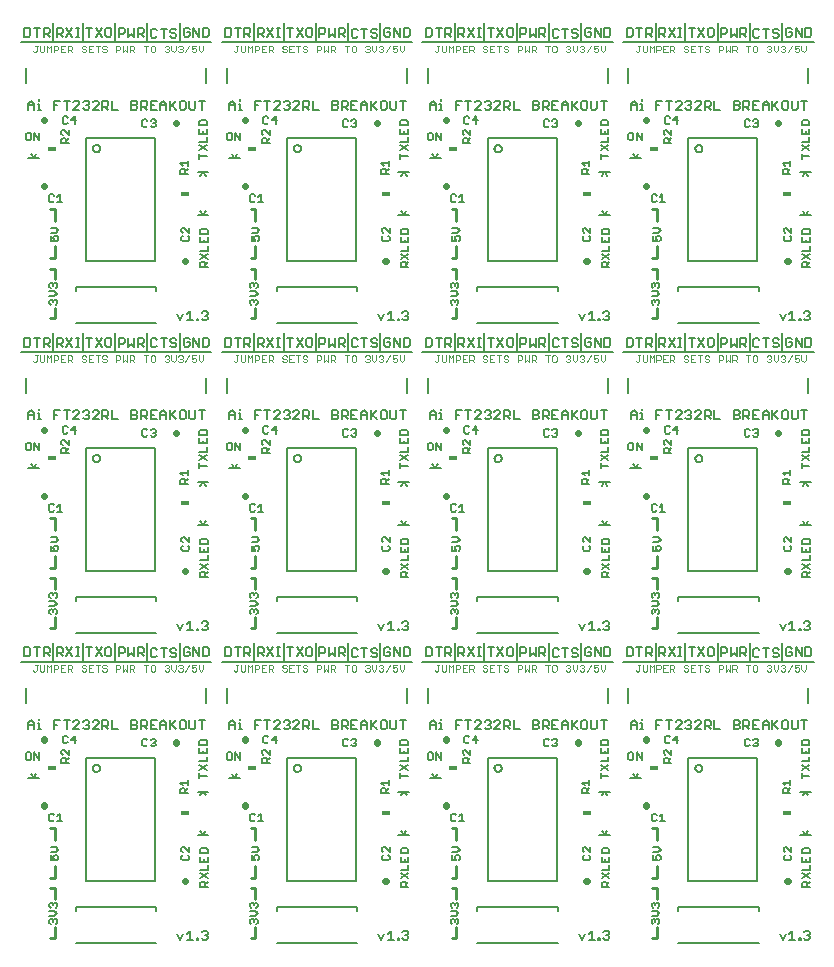
<source format=gto>
G75*
%MOIN*%
%OFA0B0*%
%FSLAX24Y24*%
%IPPOS*%
%LPD*%
%AMOC8*
5,1,8,0,0,1.08239X$1,22.5*
%
%ADD10C,0.0050*%
%ADD11C,0.0040*%
%ADD12C,0.0060*%
%ADD13C,0.0100*%
%ADD14C,0.0080*%
%ADD15C,0.0220*%
%ADD16R,0.0300X0.0180*%
D10*
X004291Y001274D02*
X004249Y001316D01*
X004249Y001399D01*
X004291Y001441D01*
X004333Y001441D01*
X004375Y001399D01*
X004416Y001441D01*
X004458Y001441D01*
X004500Y001399D01*
X004500Y001316D01*
X004458Y001274D01*
X004375Y001357D02*
X004375Y001399D01*
X004416Y001550D02*
X004500Y001633D01*
X004416Y001717D01*
X004249Y001717D01*
X004291Y001826D02*
X004249Y001868D01*
X004249Y001951D01*
X004291Y001993D01*
X004333Y001993D01*
X004375Y001951D01*
X004416Y001993D01*
X004458Y001993D01*
X004500Y001951D01*
X004500Y001868D01*
X004458Y001826D01*
X004375Y001910D02*
X004375Y001951D01*
X004416Y001550D02*
X004249Y001550D01*
X004299Y003400D02*
X004425Y003400D01*
X004383Y003483D01*
X004383Y003525D01*
X004425Y003567D01*
X004508Y003567D01*
X004550Y003525D01*
X004550Y003442D01*
X004508Y003400D01*
X004299Y003400D02*
X004299Y003567D01*
X004299Y003676D02*
X004466Y003676D01*
X004550Y003760D01*
X004466Y003843D01*
X004299Y003843D01*
X004289Y004703D02*
X004372Y004703D01*
X004414Y004744D01*
X004523Y004703D02*
X004690Y004703D01*
X004607Y004703D02*
X004607Y004953D01*
X004523Y004869D01*
X004414Y004911D02*
X004372Y004953D01*
X004289Y004953D01*
X004247Y004911D01*
X004247Y004744D01*
X004289Y004703D01*
X004649Y006653D02*
X004649Y006778D01*
X004691Y006819D01*
X004775Y006819D01*
X004816Y006778D01*
X004816Y006653D01*
X004816Y006736D02*
X004900Y006819D01*
X004900Y006929D02*
X004733Y007096D01*
X004691Y007096D01*
X004649Y007054D01*
X004649Y006970D01*
X004691Y006929D01*
X004900Y006929D02*
X004900Y007096D01*
X004822Y007303D02*
X004864Y007344D01*
X004822Y007303D02*
X004739Y007303D01*
X004697Y007344D01*
X004697Y007511D01*
X004739Y007553D01*
X004822Y007553D01*
X004864Y007511D01*
X004973Y007428D02*
X005140Y007428D01*
X005098Y007553D02*
X004973Y007428D01*
X005098Y007303D02*
X005098Y007553D01*
X005053Y007778D02*
X005253Y007978D01*
X005253Y008028D01*
X005203Y008078D01*
X005103Y008078D01*
X005053Y008028D01*
X004931Y008078D02*
X004730Y008078D01*
X004831Y008078D02*
X004831Y007778D01*
X005053Y007778D02*
X005253Y007778D01*
X005375Y007828D02*
X005425Y007778D01*
X005525Y007778D01*
X005575Y007828D01*
X005575Y007878D01*
X005525Y007928D01*
X005475Y007928D01*
X005525Y007928D02*
X005575Y007978D01*
X005575Y008028D01*
X005525Y008078D01*
X005425Y008078D01*
X005375Y008028D01*
X005697Y008028D02*
X005747Y008078D01*
X005847Y008078D01*
X005897Y008028D01*
X005897Y007978D01*
X005697Y007778D01*
X005897Y007778D01*
X006020Y007778D02*
X006020Y008078D01*
X006170Y008078D01*
X006220Y008028D01*
X006220Y007928D01*
X006170Y007878D01*
X006020Y007878D01*
X006120Y007878D02*
X006220Y007778D01*
X006342Y007778D02*
X006342Y008078D01*
X006342Y007778D02*
X006542Y007778D01*
X006986Y007778D02*
X007137Y007778D01*
X007187Y007828D01*
X007187Y007878D01*
X007137Y007928D01*
X006986Y007928D01*
X006986Y007778D02*
X006986Y008078D01*
X007137Y008078D01*
X007187Y008028D01*
X007187Y007978D01*
X007137Y007928D01*
X007309Y007878D02*
X007459Y007878D01*
X007509Y007928D01*
X007509Y008028D01*
X007459Y008078D01*
X007309Y008078D01*
X007309Y007778D01*
X007409Y007878D02*
X007509Y007778D01*
X007631Y007778D02*
X007631Y008078D01*
X007831Y008078D01*
X007953Y007978D02*
X007953Y007778D01*
X007831Y007778D02*
X007631Y007778D01*
X007631Y007928D02*
X007731Y007928D01*
X007953Y007928D02*
X008153Y007928D01*
X008153Y007978D02*
X008153Y007778D01*
X008276Y007778D02*
X008276Y008078D01*
X008326Y007928D02*
X008476Y007778D01*
X008598Y007828D02*
X008598Y008028D01*
X008648Y008078D01*
X008748Y008078D01*
X008798Y008028D01*
X008798Y007828D01*
X008748Y007778D01*
X008648Y007778D01*
X008598Y007828D01*
X008476Y008078D02*
X008276Y007878D01*
X008153Y007978D02*
X008053Y008078D01*
X007953Y007978D01*
X007751Y007453D02*
X007793Y007411D01*
X007793Y007369D01*
X007751Y007328D01*
X007793Y007286D01*
X007793Y007244D01*
X007751Y007203D01*
X007668Y007203D01*
X007626Y007244D01*
X007516Y007244D02*
X007475Y007203D01*
X007391Y007203D01*
X007350Y007244D01*
X007350Y007411D01*
X007391Y007453D01*
X007475Y007453D01*
X007516Y007411D01*
X007626Y007411D02*
X007668Y007453D01*
X007751Y007453D01*
X007751Y007328D02*
X007709Y007328D01*
X008920Y007828D02*
X008970Y007778D01*
X009070Y007778D01*
X009120Y007828D01*
X009120Y008078D01*
X009242Y008078D02*
X009443Y008078D01*
X009342Y008078D02*
X009342Y007778D01*
X009296Y007418D02*
X009254Y007376D01*
X009254Y007251D01*
X009504Y007251D01*
X009504Y007376D01*
X009462Y007418D01*
X009296Y007418D01*
X009254Y007142D02*
X009254Y006975D01*
X009504Y006975D01*
X009504Y007142D01*
X009379Y007058D02*
X009379Y006975D01*
X009504Y006865D02*
X009504Y006699D01*
X009254Y006699D01*
X009254Y006589D02*
X009504Y006422D01*
X009504Y006589D02*
X009254Y006422D01*
X009254Y006313D02*
X009254Y006146D01*
X009254Y006229D02*
X009504Y006229D01*
X008872Y006080D02*
X008872Y005913D01*
X008872Y005997D02*
X008621Y005997D01*
X008705Y005913D01*
X008747Y005804D02*
X008788Y005762D01*
X008788Y005637D01*
X008788Y005721D02*
X008872Y005804D01*
X008747Y005804D02*
X008663Y005804D01*
X008621Y005762D01*
X008621Y005637D01*
X008872Y005637D01*
X010167Y006798D02*
X010209Y006756D01*
X010292Y006756D01*
X010334Y006798D01*
X010334Y006965D01*
X010292Y007007D01*
X010209Y007007D01*
X010167Y006965D01*
X010167Y006798D01*
X010443Y006756D02*
X010443Y007007D01*
X010610Y006756D01*
X010610Y007007D01*
X011342Y006970D02*
X011384Y006929D01*
X011342Y006970D02*
X011342Y007054D01*
X011384Y007096D01*
X011426Y007096D01*
X011593Y006929D01*
X011593Y007096D01*
X011515Y007303D02*
X011557Y007344D01*
X011515Y007303D02*
X011432Y007303D01*
X011390Y007344D01*
X011390Y007511D01*
X011432Y007553D01*
X011515Y007553D01*
X011557Y007511D01*
X011666Y007428D02*
X011833Y007428D01*
X011791Y007553D02*
X011666Y007428D01*
X011791Y007303D02*
X011791Y007553D01*
X011746Y007778D02*
X011946Y007978D01*
X011946Y008028D01*
X011896Y008078D01*
X011796Y008078D01*
X011746Y008028D01*
X011624Y008078D02*
X011423Y008078D01*
X011523Y008078D02*
X011523Y007778D01*
X011746Y007778D02*
X011946Y007778D01*
X012068Y007828D02*
X012118Y007778D01*
X012218Y007778D01*
X012268Y007828D01*
X012268Y007878D01*
X012218Y007928D01*
X012168Y007928D01*
X012218Y007928D02*
X012268Y007978D01*
X012268Y008028D01*
X012218Y008078D01*
X012118Y008078D01*
X012068Y008028D01*
X012390Y008028D02*
X012440Y008078D01*
X012540Y008078D01*
X012590Y008028D01*
X012590Y007978D01*
X012390Y007778D01*
X012590Y007778D01*
X012713Y007778D02*
X012713Y008078D01*
X012863Y008078D01*
X012913Y008028D01*
X012913Y007928D01*
X012863Y007878D01*
X012713Y007878D01*
X012813Y007878D02*
X012913Y007778D01*
X013035Y007778D02*
X013235Y007778D01*
X013035Y007778D02*
X013035Y008078D01*
X013679Y008078D02*
X013679Y007778D01*
X013829Y007778D01*
X013880Y007828D01*
X013880Y007878D01*
X013829Y007928D01*
X013679Y007928D01*
X013679Y008078D02*
X013829Y008078D01*
X013880Y008028D01*
X013880Y007978D01*
X013829Y007928D01*
X014002Y007878D02*
X014152Y007878D01*
X014202Y007928D01*
X014202Y008028D01*
X014152Y008078D01*
X014002Y008078D01*
X014002Y007778D01*
X014102Y007878D02*
X014202Y007778D01*
X014324Y007778D02*
X014324Y008078D01*
X014524Y008078D01*
X014646Y007978D02*
X014646Y007778D01*
X014524Y007778D02*
X014324Y007778D01*
X014324Y007928D02*
X014424Y007928D01*
X014646Y007928D02*
X014846Y007928D01*
X014846Y007978D02*
X014846Y007778D01*
X014968Y007778D02*
X014968Y008078D01*
X014846Y007978D02*
X014746Y008078D01*
X014646Y007978D01*
X014968Y007878D02*
X015169Y008078D01*
X015291Y008028D02*
X015291Y007828D01*
X015341Y007778D01*
X015441Y007778D01*
X015491Y007828D01*
X015491Y008028D01*
X015441Y008078D01*
X015341Y008078D01*
X015291Y008028D01*
X015169Y007778D02*
X015018Y007928D01*
X015613Y007828D02*
X015663Y007778D01*
X015763Y007778D01*
X015813Y007828D01*
X015813Y008078D01*
X015935Y008078D02*
X016135Y008078D01*
X016035Y008078D02*
X016035Y007778D01*
X015988Y007418D02*
X015947Y007376D01*
X015947Y007251D01*
X016197Y007251D01*
X016197Y007376D01*
X016155Y007418D01*
X015988Y007418D01*
X015947Y007142D02*
X015947Y006975D01*
X016197Y006975D01*
X016197Y007142D01*
X016072Y007058D02*
X016072Y006975D01*
X016197Y006865D02*
X016197Y006699D01*
X015947Y006699D01*
X015947Y006589D02*
X016197Y006422D01*
X016197Y006589D02*
X015947Y006422D01*
X015947Y006313D02*
X015947Y006146D01*
X015947Y006229D02*
X016197Y006229D01*
X015565Y006080D02*
X015565Y005913D01*
X015565Y005997D02*
X015314Y005997D01*
X015398Y005913D01*
X015439Y005804D02*
X015481Y005762D01*
X015481Y005637D01*
X015565Y005637D02*
X015314Y005637D01*
X015314Y005762D01*
X015356Y005804D01*
X015439Y005804D01*
X015481Y005721D02*
X015565Y005804D01*
X016860Y006798D02*
X016902Y006756D01*
X016985Y006756D01*
X017027Y006798D01*
X017027Y006965D01*
X016985Y007007D01*
X016902Y007007D01*
X016860Y006965D01*
X016860Y006798D01*
X017136Y006756D02*
X017136Y007007D01*
X017303Y006756D01*
X017303Y007007D01*
X018035Y006970D02*
X018077Y006929D01*
X018035Y006970D02*
X018035Y007054D01*
X018077Y007096D01*
X018119Y007096D01*
X018285Y006929D01*
X018285Y007096D01*
X018208Y007303D02*
X018250Y007344D01*
X018208Y007303D02*
X018125Y007303D01*
X018083Y007344D01*
X018083Y007511D01*
X018125Y007553D01*
X018208Y007553D01*
X018250Y007511D01*
X018359Y007428D02*
X018526Y007428D01*
X018484Y007303D02*
X018484Y007553D01*
X018359Y007428D01*
X018439Y007778D02*
X018639Y007978D01*
X018639Y008028D01*
X018589Y008078D01*
X018489Y008078D01*
X018439Y008028D01*
X018316Y008078D02*
X018116Y008078D01*
X018216Y008078D02*
X018216Y007778D01*
X018439Y007778D02*
X018639Y007778D01*
X018761Y007828D02*
X018811Y007778D01*
X018911Y007778D01*
X018961Y007828D01*
X018961Y007878D01*
X018911Y007928D01*
X018861Y007928D01*
X018911Y007928D02*
X018961Y007978D01*
X018961Y008028D01*
X018911Y008078D01*
X018811Y008078D01*
X018761Y008028D01*
X019083Y008028D02*
X019133Y008078D01*
X019233Y008078D01*
X019283Y008028D01*
X019283Y007978D01*
X019083Y007778D01*
X019283Y007778D01*
X019405Y007778D02*
X019405Y008078D01*
X019556Y008078D01*
X019606Y008028D01*
X019606Y007928D01*
X019556Y007878D01*
X019405Y007878D01*
X019506Y007878D02*
X019606Y007778D01*
X019728Y007778D02*
X019928Y007778D01*
X019728Y007778D02*
X019728Y008078D01*
X020372Y008078D02*
X020372Y007778D01*
X020522Y007778D01*
X020572Y007828D01*
X020572Y007878D01*
X020522Y007928D01*
X020372Y007928D01*
X020522Y007928D02*
X020572Y007978D01*
X020572Y008028D01*
X020522Y008078D01*
X020372Y008078D01*
X020695Y008078D02*
X020695Y007778D01*
X020695Y007878D02*
X020845Y007878D01*
X020895Y007928D01*
X020895Y008028D01*
X020845Y008078D01*
X020695Y008078D01*
X020795Y007878D02*
X020895Y007778D01*
X021017Y007778D02*
X021217Y007778D01*
X021339Y007778D02*
X021339Y007978D01*
X021439Y008078D01*
X021539Y007978D01*
X021539Y007778D01*
X021661Y007778D02*
X021661Y008078D01*
X021711Y007928D02*
X021862Y007778D01*
X021984Y007828D02*
X022034Y007778D01*
X022134Y007778D01*
X022184Y007828D01*
X022184Y008028D01*
X022134Y008078D01*
X022034Y008078D01*
X021984Y008028D01*
X021984Y007828D01*
X021862Y008078D02*
X021661Y007878D01*
X021539Y007928D02*
X021339Y007928D01*
X021217Y008078D02*
X021017Y008078D01*
X021017Y007778D01*
X021017Y007928D02*
X021117Y007928D01*
X021137Y007453D02*
X021178Y007411D01*
X021178Y007369D01*
X021137Y007328D01*
X021178Y007286D01*
X021178Y007244D01*
X021137Y007203D01*
X021053Y007203D01*
X021012Y007244D01*
X020902Y007244D02*
X020861Y007203D01*
X020777Y007203D01*
X020735Y007244D01*
X020735Y007411D01*
X020777Y007453D01*
X020861Y007453D01*
X020902Y007411D01*
X021012Y007411D02*
X021053Y007453D01*
X021137Y007453D01*
X021137Y007328D02*
X021095Y007328D01*
X022306Y007828D02*
X022356Y007778D01*
X022456Y007778D01*
X022506Y007828D01*
X022506Y008078D01*
X022628Y008078D02*
X022828Y008078D01*
X022728Y008078D02*
X022728Y007778D01*
X022681Y007418D02*
X022640Y007376D01*
X022640Y007251D01*
X022890Y007251D01*
X022890Y007376D01*
X022848Y007418D01*
X022681Y007418D01*
X022640Y007142D02*
X022640Y006975D01*
X022890Y006975D01*
X022890Y007142D01*
X022765Y007058D02*
X022765Y006975D01*
X022890Y006865D02*
X022890Y006699D01*
X022640Y006699D01*
X022640Y006589D02*
X022890Y006422D01*
X022890Y006589D02*
X022640Y006422D01*
X022640Y006313D02*
X022640Y006146D01*
X022640Y006229D02*
X022890Y006229D01*
X022257Y006080D02*
X022257Y005913D01*
X022257Y005997D02*
X022007Y005997D01*
X022091Y005913D01*
X022049Y005804D02*
X022132Y005804D01*
X022174Y005762D01*
X022174Y005637D01*
X022257Y005637D02*
X022007Y005637D01*
X022007Y005762D01*
X022049Y005804D01*
X022174Y005721D02*
X022257Y005804D01*
X023553Y006798D02*
X023595Y006756D01*
X023678Y006756D01*
X023720Y006798D01*
X023720Y006965D01*
X023678Y007007D01*
X023595Y007007D01*
X023553Y006965D01*
X023553Y006798D01*
X023829Y006756D02*
X023829Y007007D01*
X023996Y006756D01*
X023996Y007007D01*
X024728Y006970D02*
X024770Y006929D01*
X024728Y006970D02*
X024728Y007054D01*
X024770Y007096D01*
X024812Y007096D01*
X024978Y006929D01*
X024978Y007096D01*
X024901Y007303D02*
X024943Y007344D01*
X024901Y007303D02*
X024818Y007303D01*
X024776Y007344D01*
X024776Y007511D01*
X024818Y007553D01*
X024901Y007553D01*
X024943Y007511D01*
X025052Y007428D02*
X025219Y007428D01*
X025177Y007553D02*
X025052Y007428D01*
X025177Y007303D02*
X025177Y007553D01*
X025132Y007778D02*
X025332Y007978D01*
X025332Y008028D01*
X025282Y008078D01*
X025182Y008078D01*
X025132Y008028D01*
X025009Y008078D02*
X024809Y008078D01*
X024909Y008078D02*
X024909Y007778D01*
X025132Y007778D02*
X025332Y007778D01*
X025454Y007828D02*
X025504Y007778D01*
X025604Y007778D01*
X025654Y007828D01*
X025654Y007878D01*
X025604Y007928D01*
X025554Y007928D01*
X025604Y007928D02*
X025654Y007978D01*
X025654Y008028D01*
X025604Y008078D01*
X025504Y008078D01*
X025454Y008028D01*
X025776Y008028D02*
X025826Y008078D01*
X025926Y008078D01*
X025976Y008028D01*
X025976Y007978D01*
X025776Y007778D01*
X025976Y007778D01*
X026098Y007778D02*
X026098Y008078D01*
X026248Y008078D01*
X026299Y008028D01*
X026299Y007928D01*
X026248Y007878D01*
X026098Y007878D01*
X026198Y007878D02*
X026299Y007778D01*
X026421Y007778D02*
X026621Y007778D01*
X026421Y007778D02*
X026421Y008078D01*
X027065Y008078D02*
X027065Y007778D01*
X027215Y007778D01*
X027265Y007828D01*
X027265Y007878D01*
X027215Y007928D01*
X027065Y007928D01*
X027215Y007928D02*
X027265Y007978D01*
X027265Y008028D01*
X027215Y008078D01*
X027065Y008078D01*
X027387Y008078D02*
X027387Y007778D01*
X027387Y007878D02*
X027538Y007878D01*
X027588Y007928D01*
X027588Y008028D01*
X027538Y008078D01*
X027387Y008078D01*
X027488Y007878D02*
X027588Y007778D01*
X027710Y007778D02*
X027910Y007778D01*
X028032Y007778D02*
X028032Y007978D01*
X028132Y008078D01*
X028232Y007978D01*
X028232Y007778D01*
X028354Y007778D02*
X028354Y008078D01*
X028404Y007928D02*
X028554Y007778D01*
X028677Y007828D02*
X028727Y007778D01*
X028827Y007778D01*
X028877Y007828D01*
X028877Y008028D01*
X028827Y008078D01*
X028727Y008078D01*
X028677Y008028D01*
X028677Y007828D01*
X028554Y008078D02*
X028354Y007878D01*
X028232Y007928D02*
X028032Y007928D01*
X027910Y008078D02*
X027710Y008078D01*
X027710Y007778D01*
X027710Y007928D02*
X027810Y007928D01*
X027830Y007453D02*
X027871Y007411D01*
X027871Y007369D01*
X027830Y007328D01*
X027871Y007286D01*
X027871Y007244D01*
X027830Y007203D01*
X027746Y007203D01*
X027705Y007244D01*
X027595Y007244D02*
X027553Y007203D01*
X027470Y007203D01*
X027428Y007244D01*
X027428Y007411D01*
X027470Y007453D01*
X027553Y007453D01*
X027595Y007411D01*
X027705Y007411D02*
X027746Y007453D01*
X027830Y007453D01*
X027830Y007328D02*
X027788Y007328D01*
X028999Y007828D02*
X029049Y007778D01*
X029149Y007778D01*
X029199Y007828D01*
X029199Y008078D01*
X029321Y008078D02*
X029521Y008078D01*
X029421Y008078D02*
X029421Y007778D01*
X029374Y007418D02*
X029333Y007376D01*
X029333Y007251D01*
X029583Y007251D01*
X029583Y007376D01*
X029541Y007418D01*
X029374Y007418D01*
X029333Y007142D02*
X029333Y006975D01*
X029583Y006975D01*
X029583Y007142D01*
X029458Y007058D02*
X029458Y006975D01*
X029583Y006865D02*
X029583Y006699D01*
X029333Y006699D01*
X029333Y006589D02*
X029583Y006422D01*
X029583Y006589D02*
X029333Y006422D01*
X029333Y006313D02*
X029333Y006146D01*
X029333Y006229D02*
X029583Y006229D01*
X028950Y006080D02*
X028950Y005913D01*
X028950Y005997D02*
X028700Y005997D01*
X028784Y005913D01*
X028825Y005804D02*
X028867Y005762D01*
X028867Y005637D01*
X028950Y005637D02*
X028700Y005637D01*
X028700Y005762D01*
X028742Y005804D01*
X028825Y005804D01*
X028867Y005721D02*
X028950Y005804D01*
X028978Y003846D02*
X028978Y003679D01*
X028812Y003846D01*
X028770Y003846D01*
X028728Y003804D01*
X028728Y003720D01*
X028770Y003679D01*
X028770Y003569D02*
X028728Y003528D01*
X028728Y003444D01*
X028770Y003403D01*
X028937Y003403D01*
X028978Y003444D01*
X028978Y003528D01*
X028937Y003569D01*
X029356Y003523D02*
X029356Y003357D01*
X029606Y003357D01*
X029606Y003523D01*
X029606Y003633D02*
X029606Y003758D01*
X029565Y003800D01*
X029398Y003800D01*
X029356Y003758D01*
X029356Y003633D01*
X029606Y003633D01*
X029481Y003440D02*
X029481Y003357D01*
X029606Y003247D02*
X029606Y003080D01*
X029356Y003080D01*
X029356Y002971D02*
X029606Y002804D01*
X029606Y002695D02*
X029523Y002611D01*
X029523Y002653D02*
X029523Y002528D01*
X029606Y002528D02*
X029356Y002528D01*
X029356Y002653D01*
X029398Y002695D01*
X029481Y002695D01*
X029523Y002653D01*
X029356Y002804D02*
X029606Y002971D01*
X029556Y001053D02*
X029606Y001003D01*
X029606Y000953D01*
X029556Y000903D01*
X029606Y000853D01*
X029606Y000803D01*
X029556Y000753D01*
X029456Y000753D01*
X029406Y000803D01*
X029295Y000803D02*
X029295Y000753D01*
X029245Y000753D01*
X029245Y000803D01*
X029295Y000803D01*
X029123Y000753D02*
X028923Y000753D01*
X029023Y000753D02*
X029023Y001053D01*
X028923Y000953D01*
X028801Y000953D02*
X028700Y000753D01*
X028600Y000953D01*
X029406Y001003D02*
X029456Y001053D01*
X029556Y001053D01*
X029556Y000903D02*
X029506Y000903D01*
X024578Y001316D02*
X024537Y001274D01*
X024578Y001316D02*
X024578Y001399D01*
X024537Y001441D01*
X024495Y001441D01*
X024453Y001399D01*
X024453Y001357D01*
X024453Y001399D02*
X024412Y001441D01*
X024370Y001441D01*
X024328Y001399D01*
X024328Y001316D01*
X024370Y001274D01*
X024328Y001550D02*
X024495Y001550D01*
X024578Y001633D01*
X024495Y001717D01*
X024328Y001717D01*
X024370Y001826D02*
X024328Y001868D01*
X024328Y001951D01*
X024370Y001993D01*
X024412Y001993D01*
X024453Y001951D01*
X024495Y001993D01*
X024537Y001993D01*
X024578Y001951D01*
X024578Y001868D01*
X024537Y001826D01*
X024453Y001910D02*
X024453Y001951D01*
X024503Y003400D02*
X024378Y003400D01*
X024378Y003567D01*
X024462Y003525D02*
X024462Y003483D01*
X024503Y003400D01*
X024587Y003400D02*
X024628Y003442D01*
X024628Y003525D01*
X024587Y003567D01*
X024503Y003567D01*
X024462Y003525D01*
X024545Y003676D02*
X024628Y003760D01*
X024545Y003843D01*
X024378Y003843D01*
X024378Y003676D02*
X024545Y003676D01*
X024602Y004703D02*
X024769Y004703D01*
X024686Y004703D02*
X024686Y004953D01*
X024602Y004869D01*
X024493Y004911D02*
X024451Y004953D01*
X024368Y004953D01*
X024326Y004911D01*
X024326Y004744D01*
X024368Y004703D01*
X024451Y004703D01*
X024493Y004744D01*
X022913Y003758D02*
X022872Y003800D01*
X022705Y003800D01*
X022663Y003758D01*
X022663Y003633D01*
X022913Y003633D01*
X022913Y003758D01*
X022913Y003523D02*
X022913Y003357D01*
X022663Y003357D01*
X022663Y003523D01*
X022788Y003440D02*
X022788Y003357D01*
X022913Y003247D02*
X022913Y003080D01*
X022663Y003080D01*
X022663Y002971D02*
X022913Y002804D01*
X022913Y002695D02*
X022830Y002611D01*
X022830Y002653D02*
X022830Y002528D01*
X022913Y002528D02*
X022663Y002528D01*
X022663Y002653D01*
X022705Y002695D01*
X022788Y002695D01*
X022830Y002653D01*
X022663Y002804D02*
X022913Y002971D01*
X022285Y003444D02*
X022285Y003528D01*
X022244Y003569D01*
X022285Y003679D02*
X022119Y003846D01*
X022077Y003846D01*
X022035Y003804D01*
X022035Y003720D01*
X022077Y003679D01*
X022077Y003569D02*
X022035Y003528D01*
X022035Y003444D01*
X022077Y003403D01*
X022244Y003403D01*
X022285Y003444D01*
X022285Y003679D02*
X022285Y003846D01*
X024728Y006653D02*
X024728Y006778D01*
X024770Y006819D01*
X024853Y006819D01*
X024895Y006778D01*
X024895Y006653D01*
X024895Y006736D02*
X024978Y006819D01*
X024978Y006653D02*
X024728Y006653D01*
X024487Y007778D02*
X024487Y008078D01*
X024687Y008078D01*
X024587Y007928D02*
X024487Y007928D01*
X024050Y007778D02*
X023950Y007778D01*
X024000Y007778D02*
X024000Y007978D01*
X023950Y007978D01*
X024000Y008078D02*
X024000Y008128D01*
X023828Y007978D02*
X023828Y007778D01*
X023828Y007928D02*
X023628Y007928D01*
X023628Y007978D02*
X023628Y007778D01*
X023628Y007978D02*
X023728Y008078D01*
X023828Y007978D01*
X022306Y008078D02*
X022306Y007828D01*
X021820Y010178D02*
X021720Y010178D01*
X021670Y010228D01*
X021720Y010328D02*
X021820Y010328D01*
X021870Y010278D01*
X021870Y010228D01*
X021820Y010178D01*
X021720Y010328D02*
X021670Y010378D01*
X021670Y010428D01*
X021720Y010478D01*
X021820Y010478D01*
X021870Y010428D01*
X022110Y010453D02*
X022110Y010253D01*
X022160Y010203D01*
X022261Y010203D01*
X022311Y010253D01*
X022311Y010353D01*
X022211Y010353D01*
X022311Y010453D02*
X022261Y010503D01*
X022160Y010503D01*
X022110Y010453D01*
X022433Y010503D02*
X022633Y010203D01*
X022633Y010503D01*
X022755Y010503D02*
X022905Y010503D01*
X022955Y010453D01*
X022955Y010253D01*
X022905Y010203D01*
X022755Y010203D01*
X022755Y010503D01*
X022433Y010503D02*
X022433Y010203D01*
X022430Y011078D02*
X022230Y011078D01*
X022330Y011078D02*
X022330Y011378D01*
X022230Y011278D01*
X022108Y011278D02*
X022008Y011078D01*
X021907Y011278D01*
X022552Y011128D02*
X022602Y011128D01*
X022602Y011078D01*
X022552Y011078D01*
X022552Y011128D01*
X022713Y011128D02*
X022763Y011078D01*
X022863Y011078D01*
X022913Y011128D01*
X022913Y011178D01*
X022863Y011228D01*
X022813Y011228D01*
X022863Y011228D02*
X022913Y011278D01*
X022913Y011328D01*
X022863Y011378D01*
X022763Y011378D01*
X022713Y011328D01*
X023498Y010503D02*
X023648Y010503D01*
X023699Y010453D01*
X023699Y010253D01*
X023648Y010203D01*
X023498Y010203D01*
X023498Y010503D01*
X023821Y010503D02*
X024021Y010503D01*
X023921Y010503D02*
X023921Y010203D01*
X024143Y010203D02*
X024143Y010503D01*
X024293Y010503D01*
X024343Y010453D01*
X024343Y010353D01*
X024293Y010303D01*
X024143Y010303D01*
X024243Y010303D02*
X024343Y010203D01*
X024578Y010203D02*
X024578Y010503D01*
X024728Y010503D01*
X024779Y010453D01*
X024779Y010353D01*
X024728Y010303D01*
X024578Y010303D01*
X024678Y010303D02*
X024779Y010203D01*
X024901Y010203D02*
X025101Y010503D01*
X025223Y010503D02*
X025323Y010503D01*
X025273Y010503D02*
X025273Y010203D01*
X025223Y010203D02*
X025323Y010203D01*
X025101Y010203D02*
X024901Y010503D01*
X025558Y010503D02*
X025759Y010503D01*
X025658Y010503D02*
X025658Y010203D01*
X025881Y010203D02*
X026081Y010503D01*
X026203Y010453D02*
X026203Y010253D01*
X026253Y010203D01*
X026353Y010203D01*
X026403Y010253D01*
X026403Y010453D01*
X026353Y010503D01*
X026253Y010503D01*
X026203Y010453D01*
X026081Y010203D02*
X025881Y010503D01*
X026638Y010503D02*
X026788Y010503D01*
X026839Y010453D01*
X026839Y010353D01*
X026788Y010303D01*
X026638Y010303D01*
X026638Y010203D02*
X026638Y010503D01*
X026961Y010503D02*
X026961Y010203D01*
X027061Y010303D01*
X027161Y010203D01*
X027161Y010503D01*
X027283Y010503D02*
X027433Y010503D01*
X027483Y010453D01*
X027483Y010353D01*
X027433Y010303D01*
X027283Y010303D01*
X027383Y010303D02*
X027483Y010203D01*
X027283Y010203D02*
X027283Y010503D01*
X027718Y010428D02*
X027718Y010228D01*
X027768Y010178D01*
X027868Y010178D01*
X027919Y010228D01*
X027919Y010428D02*
X027868Y010478D01*
X027768Y010478D01*
X027718Y010428D01*
X028041Y010478D02*
X028241Y010478D01*
X028141Y010478D02*
X028141Y010178D01*
X028363Y010228D02*
X028413Y010178D01*
X028513Y010178D01*
X028563Y010228D01*
X028563Y010278D01*
X028513Y010328D01*
X028413Y010328D01*
X028363Y010378D01*
X028363Y010428D01*
X028413Y010478D01*
X028513Y010478D01*
X028563Y010428D01*
X028803Y010453D02*
X028803Y010253D01*
X028853Y010203D01*
X028953Y010203D01*
X029004Y010253D01*
X029004Y010353D01*
X028903Y010353D01*
X028803Y010453D02*
X028853Y010503D01*
X028953Y010503D01*
X029004Y010453D01*
X029126Y010503D02*
X029326Y010203D01*
X029326Y010503D01*
X029448Y010503D02*
X029598Y010503D01*
X029648Y010453D01*
X029648Y010253D01*
X029598Y010203D01*
X029448Y010203D01*
X029448Y010503D01*
X029126Y010503D02*
X029126Y010203D01*
X029123Y011078D02*
X028923Y011078D01*
X029023Y011078D02*
X029023Y011378D01*
X028923Y011278D01*
X028801Y011278D02*
X028700Y011078D01*
X028600Y011278D01*
X029245Y011128D02*
X029295Y011128D01*
X029295Y011078D01*
X029245Y011078D01*
X029245Y011128D01*
X029406Y011128D02*
X029456Y011078D01*
X029556Y011078D01*
X029606Y011128D01*
X029606Y011178D01*
X029556Y011228D01*
X029506Y011228D01*
X029556Y011228D02*
X029606Y011278D01*
X029606Y011328D01*
X029556Y011378D01*
X029456Y011378D01*
X029406Y011328D01*
X029356Y012853D02*
X029356Y012979D01*
X029398Y013020D01*
X029481Y013020D01*
X029523Y012979D01*
X029523Y012853D01*
X029606Y012853D02*
X029356Y012853D01*
X029523Y012937D02*
X029606Y013020D01*
X029606Y013130D02*
X029356Y013296D01*
X029356Y013406D02*
X029606Y013406D01*
X029606Y013573D01*
X029606Y013682D02*
X029606Y013849D01*
X029606Y013958D02*
X029606Y014083D01*
X029565Y014125D01*
X029398Y014125D01*
X029356Y014083D01*
X029356Y013958D01*
X029606Y013958D01*
X029481Y013766D02*
X029481Y013682D01*
X029356Y013682D02*
X029606Y013682D01*
X029356Y013682D02*
X029356Y013849D01*
X028978Y013853D02*
X028937Y013895D01*
X028978Y013853D02*
X028978Y013770D01*
X028937Y013728D01*
X028770Y013728D01*
X028728Y013770D01*
X028728Y013853D01*
X028770Y013895D01*
X028770Y014004D02*
X028728Y014046D01*
X028728Y014129D01*
X028770Y014171D01*
X028812Y014171D01*
X028978Y014004D01*
X028978Y014171D01*
X029606Y013296D02*
X029356Y013130D01*
X028950Y015963D02*
X028700Y015963D01*
X028700Y016088D01*
X028742Y016130D01*
X028825Y016130D01*
X028867Y016088D01*
X028867Y015963D01*
X028867Y016046D02*
X028950Y016130D01*
X028950Y016239D02*
X028950Y016406D01*
X028950Y016322D02*
X028700Y016322D01*
X028784Y016239D01*
X029333Y016472D02*
X029333Y016638D01*
X029333Y016555D02*
X029583Y016555D01*
X029583Y016748D02*
X029333Y016915D01*
X029333Y017024D02*
X029583Y017024D01*
X029583Y017191D01*
X029583Y017300D02*
X029333Y017300D01*
X029333Y017467D01*
X029333Y017577D02*
X029333Y017702D01*
X029374Y017743D01*
X029541Y017743D01*
X029583Y017702D01*
X029583Y017577D01*
X029333Y017577D01*
X029458Y017384D02*
X029458Y017300D01*
X029583Y017300D02*
X029583Y017467D01*
X029583Y016915D02*
X029333Y016748D01*
X029421Y018104D02*
X029421Y018404D01*
X029321Y018404D02*
X029521Y018404D01*
X029199Y018404D02*
X029199Y018154D01*
X029149Y018104D01*
X029049Y018104D01*
X028999Y018154D01*
X028999Y018404D01*
X028877Y018354D02*
X028827Y018404D01*
X028727Y018404D01*
X028677Y018354D01*
X028677Y018154D01*
X028727Y018104D01*
X028827Y018104D01*
X028877Y018154D01*
X028877Y018354D01*
X028554Y018404D02*
X028354Y018204D01*
X028404Y018254D02*
X028554Y018104D01*
X028354Y018104D02*
X028354Y018404D01*
X028232Y018304D02*
X028232Y018104D01*
X028232Y018254D02*
X028032Y018254D01*
X028032Y018304D02*
X028132Y018404D01*
X028232Y018304D01*
X028032Y018304D02*
X028032Y018104D01*
X027910Y018104D02*
X027710Y018104D01*
X027710Y018404D01*
X027910Y018404D01*
X027810Y018254D02*
X027710Y018254D01*
X027588Y018254D02*
X027538Y018204D01*
X027387Y018204D01*
X027387Y018104D02*
X027387Y018404D01*
X027538Y018404D01*
X027588Y018354D01*
X027588Y018254D01*
X027488Y018204D02*
X027588Y018104D01*
X027265Y018154D02*
X027265Y018204D01*
X027215Y018254D01*
X027065Y018254D01*
X027065Y018404D02*
X027215Y018404D01*
X027265Y018354D01*
X027265Y018304D01*
X027215Y018254D01*
X027265Y018154D02*
X027215Y018104D01*
X027065Y018104D01*
X027065Y018404D01*
X026621Y018104D02*
X026421Y018104D01*
X026421Y018404D01*
X026299Y018354D02*
X026299Y018254D01*
X026248Y018204D01*
X026098Y018204D01*
X026098Y018104D02*
X026098Y018404D01*
X026248Y018404D01*
X026299Y018354D01*
X026198Y018204D02*
X026299Y018104D01*
X025976Y018104D02*
X025776Y018104D01*
X025976Y018304D01*
X025976Y018354D01*
X025926Y018404D01*
X025826Y018404D01*
X025776Y018354D01*
X025654Y018354D02*
X025654Y018304D01*
X025604Y018254D01*
X025654Y018204D01*
X025654Y018154D01*
X025604Y018104D01*
X025504Y018104D01*
X025454Y018154D01*
X025332Y018104D02*
X025132Y018104D01*
X025332Y018304D01*
X025332Y018354D01*
X025282Y018404D01*
X025182Y018404D01*
X025132Y018354D01*
X025009Y018404D02*
X024809Y018404D01*
X024909Y018404D02*
X024909Y018104D01*
X024901Y017878D02*
X024818Y017878D01*
X024776Y017837D01*
X024776Y017670D01*
X024818Y017628D01*
X024901Y017628D01*
X024943Y017670D01*
X025052Y017753D02*
X025219Y017753D01*
X025177Y017628D02*
X025177Y017878D01*
X025052Y017753D01*
X024943Y017837D02*
X024901Y017878D01*
X024487Y018104D02*
X024487Y018404D01*
X024687Y018404D01*
X024587Y018254D02*
X024487Y018254D01*
X024050Y018104D02*
X023950Y018104D01*
X024000Y018104D02*
X024000Y018304D01*
X023950Y018304D01*
X024000Y018404D02*
X024000Y018454D01*
X023828Y018304D02*
X023828Y018104D01*
X023828Y018254D02*
X023628Y018254D01*
X023628Y018304D02*
X023728Y018404D01*
X023828Y018304D01*
X023628Y018304D02*
X023628Y018104D01*
X023595Y017332D02*
X023553Y017291D01*
X023553Y017124D01*
X023595Y017082D01*
X023678Y017082D01*
X023720Y017124D01*
X023720Y017291D01*
X023678Y017332D01*
X023595Y017332D01*
X023829Y017332D02*
X023996Y017082D01*
X023996Y017332D01*
X023829Y017332D02*
X023829Y017082D01*
X024728Y017103D02*
X024770Y017145D01*
X024853Y017145D01*
X024895Y017103D01*
X024895Y016978D01*
X024978Y016978D02*
X024728Y016978D01*
X024728Y017103D01*
X024770Y017254D02*
X024728Y017296D01*
X024728Y017379D01*
X024770Y017421D01*
X024812Y017421D01*
X024978Y017254D01*
X024978Y017421D01*
X024978Y017145D02*
X024895Y017062D01*
X025554Y018254D02*
X025604Y018254D01*
X025654Y018354D02*
X025604Y018404D01*
X025504Y018404D01*
X025454Y018354D01*
X027428Y017737D02*
X027428Y017570D01*
X027470Y017528D01*
X027553Y017528D01*
X027595Y017570D01*
X027705Y017570D02*
X027746Y017528D01*
X027830Y017528D01*
X027871Y017570D01*
X027871Y017612D01*
X027830Y017653D01*
X027788Y017653D01*
X027830Y017653D02*
X027871Y017695D01*
X027871Y017737D01*
X027830Y017778D01*
X027746Y017778D01*
X027705Y017737D01*
X027595Y017737D02*
X027553Y017778D01*
X027470Y017778D01*
X027428Y017737D01*
X027768Y020503D02*
X027718Y020553D01*
X027718Y020753D01*
X027768Y020803D01*
X027868Y020803D01*
X027919Y020753D01*
X028041Y020803D02*
X028241Y020803D01*
X028141Y020803D02*
X028141Y020503D01*
X028363Y020553D02*
X028413Y020503D01*
X028513Y020503D01*
X028563Y020553D01*
X028563Y020603D01*
X028513Y020653D01*
X028413Y020653D01*
X028363Y020703D01*
X028363Y020753D01*
X028413Y020803D01*
X028513Y020803D01*
X028563Y020753D01*
X028803Y020778D02*
X028803Y020578D01*
X028853Y020528D01*
X028953Y020528D01*
X029004Y020578D01*
X029004Y020678D01*
X028903Y020678D01*
X028803Y020778D02*
X028853Y020828D01*
X028953Y020828D01*
X029004Y020778D01*
X029126Y020828D02*
X029326Y020528D01*
X029326Y020828D01*
X029448Y020828D02*
X029448Y020528D01*
X029598Y020528D01*
X029648Y020578D01*
X029648Y020778D01*
X029598Y020828D01*
X029448Y020828D01*
X029126Y020828D02*
X029126Y020528D01*
X029123Y021404D02*
X028923Y021404D01*
X029023Y021404D02*
X029023Y021704D01*
X028923Y021604D01*
X028801Y021604D02*
X028700Y021404D01*
X028600Y021604D01*
X029245Y021454D02*
X029295Y021454D01*
X029295Y021404D01*
X029245Y021404D01*
X029245Y021454D01*
X029406Y021454D02*
X029456Y021404D01*
X029556Y021404D01*
X029606Y021454D01*
X029606Y021504D01*
X029556Y021554D01*
X029506Y021554D01*
X029556Y021554D02*
X029606Y021604D01*
X029606Y021654D01*
X029556Y021704D01*
X029456Y021704D01*
X029406Y021654D01*
X029356Y023179D02*
X029356Y023304D01*
X029398Y023346D01*
X029481Y023346D01*
X029523Y023304D01*
X029523Y023179D01*
X029606Y023179D02*
X029356Y023179D01*
X029523Y023262D02*
X029606Y023346D01*
X029606Y023455D02*
X029356Y023622D01*
X029356Y023731D02*
X029606Y023731D01*
X029606Y023898D01*
X029606Y024008D02*
X029606Y024175D01*
X029606Y024284D02*
X029356Y024284D01*
X029356Y024409D01*
X029398Y024451D01*
X029565Y024451D01*
X029606Y024409D01*
X029606Y024284D01*
X029481Y024091D02*
X029481Y024008D01*
X029356Y024008D02*
X029606Y024008D01*
X029356Y024008D02*
X029356Y024175D01*
X028978Y024179D02*
X028937Y024221D01*
X028978Y024179D02*
X028978Y024095D01*
X028937Y024054D01*
X028770Y024054D01*
X028728Y024095D01*
X028728Y024179D01*
X028770Y024221D01*
X028770Y024330D02*
X028728Y024372D01*
X028728Y024455D01*
X028770Y024497D01*
X028812Y024497D01*
X028978Y024330D01*
X028978Y024497D01*
X029606Y023622D02*
X029356Y023455D01*
X027433Y020828D02*
X027283Y020828D01*
X027283Y020528D01*
X027283Y020628D02*
X027433Y020628D01*
X027483Y020678D01*
X027483Y020778D01*
X027433Y020828D01*
X027383Y020628D02*
X027483Y020528D01*
X027768Y020503D02*
X027868Y020503D01*
X027919Y020553D01*
X027161Y020528D02*
X027161Y020828D01*
X026961Y020828D02*
X026961Y020528D01*
X027061Y020628D01*
X027161Y020528D01*
X026839Y020678D02*
X026839Y020778D01*
X026788Y020828D01*
X026638Y020828D01*
X026638Y020528D01*
X026638Y020628D02*
X026788Y020628D01*
X026839Y020678D01*
X026403Y020578D02*
X026403Y020778D01*
X026353Y020828D01*
X026253Y020828D01*
X026203Y020778D01*
X026203Y020578D01*
X026253Y020528D01*
X026353Y020528D01*
X026403Y020578D01*
X026081Y020528D02*
X025881Y020828D01*
X025759Y020828D02*
X025558Y020828D01*
X025658Y020828D02*
X025658Y020528D01*
X025881Y020528D02*
X026081Y020828D01*
X025323Y020828D02*
X025223Y020828D01*
X025273Y020828D02*
X025273Y020528D01*
X025223Y020528D02*
X025323Y020528D01*
X025101Y020528D02*
X024901Y020828D01*
X024779Y020778D02*
X024779Y020678D01*
X024728Y020628D01*
X024578Y020628D01*
X024578Y020528D02*
X024578Y020828D01*
X024728Y020828D01*
X024779Y020778D01*
X024678Y020628D02*
X024779Y020528D01*
X024901Y020528D02*
X025101Y020828D01*
X024343Y020778D02*
X024343Y020678D01*
X024293Y020628D01*
X024143Y020628D01*
X024143Y020528D02*
X024143Y020828D01*
X024293Y020828D01*
X024343Y020778D01*
X024243Y020628D02*
X024343Y020528D01*
X023921Y020528D02*
X023921Y020828D01*
X023821Y020828D02*
X024021Y020828D01*
X023699Y020778D02*
X023699Y020578D01*
X023648Y020528D01*
X023498Y020528D01*
X023498Y020828D01*
X023648Y020828D01*
X023699Y020778D01*
X022955Y020778D02*
X022955Y020578D01*
X022905Y020528D01*
X022755Y020528D01*
X022755Y020828D01*
X022905Y020828D01*
X022955Y020778D01*
X022633Y020828D02*
X022633Y020528D01*
X022433Y020828D01*
X022433Y020528D01*
X022311Y020578D02*
X022311Y020678D01*
X022211Y020678D01*
X022311Y020578D02*
X022261Y020528D01*
X022160Y020528D01*
X022110Y020578D01*
X022110Y020778D01*
X022160Y020828D01*
X022261Y020828D01*
X022311Y020778D01*
X021870Y020753D02*
X021820Y020803D01*
X021720Y020803D01*
X021670Y020753D01*
X021670Y020703D01*
X021720Y020653D01*
X021820Y020653D01*
X021870Y020603D01*
X021870Y020553D01*
X021820Y020503D01*
X021720Y020503D01*
X021670Y020553D01*
X021448Y020503D02*
X021448Y020803D01*
X021348Y020803D02*
X021548Y020803D01*
X021226Y020753D02*
X021176Y020803D01*
X021075Y020803D01*
X021025Y020753D01*
X021025Y020553D01*
X021075Y020503D01*
X021176Y020503D01*
X021226Y020553D01*
X020790Y020528D02*
X020690Y020628D01*
X020740Y020628D02*
X020590Y020628D01*
X020590Y020528D02*
X020590Y020828D01*
X020740Y020828D01*
X020790Y020778D01*
X020790Y020678D01*
X020740Y020628D01*
X020468Y020528D02*
X020468Y020828D01*
X020268Y020828D02*
X020268Y020528D01*
X020368Y020628D01*
X020468Y020528D01*
X020146Y020678D02*
X020146Y020778D01*
X020096Y020828D01*
X019945Y020828D01*
X019945Y020528D01*
X019945Y020628D02*
X020096Y020628D01*
X020146Y020678D01*
X019710Y020578D02*
X019710Y020778D01*
X019660Y020828D01*
X019560Y020828D01*
X019510Y020778D01*
X019510Y020578D01*
X019560Y020528D01*
X019660Y020528D01*
X019710Y020578D01*
X019388Y020528D02*
X019188Y020828D01*
X019066Y020828D02*
X018865Y020828D01*
X018966Y020828D02*
X018966Y020528D01*
X019188Y020528D02*
X019388Y020828D01*
X018630Y020828D02*
X018530Y020828D01*
X018580Y020828D02*
X018580Y020528D01*
X018530Y020528D02*
X018630Y020528D01*
X018408Y020528D02*
X018208Y020828D01*
X018086Y020778D02*
X018086Y020678D01*
X018036Y020628D01*
X017885Y020628D01*
X017885Y020528D02*
X017885Y020828D01*
X018036Y020828D01*
X018086Y020778D01*
X017986Y020628D02*
X018086Y020528D01*
X018208Y020528D02*
X018408Y020828D01*
X017650Y020778D02*
X017650Y020678D01*
X017600Y020628D01*
X017450Y020628D01*
X017450Y020528D02*
X017450Y020828D01*
X017600Y020828D01*
X017650Y020778D01*
X017550Y020628D02*
X017650Y020528D01*
X017228Y020528D02*
X017228Y020828D01*
X017128Y020828D02*
X017328Y020828D01*
X017006Y020778D02*
X017006Y020578D01*
X016956Y020528D01*
X016805Y020528D01*
X016805Y020828D01*
X016956Y020828D01*
X017006Y020778D01*
X016262Y020778D02*
X016262Y020578D01*
X016212Y020528D01*
X016062Y020528D01*
X016062Y020828D01*
X016212Y020828D01*
X016262Y020778D01*
X015940Y020828D02*
X015940Y020528D01*
X015740Y020828D01*
X015740Y020528D01*
X015618Y020578D02*
X015618Y020678D01*
X015518Y020678D01*
X015618Y020578D02*
X015568Y020528D01*
X015468Y020528D01*
X015418Y020578D01*
X015418Y020778D01*
X015468Y020828D01*
X015568Y020828D01*
X015618Y020778D01*
X015177Y020753D02*
X015127Y020803D01*
X015027Y020803D01*
X014977Y020753D01*
X014977Y020703D01*
X015027Y020653D01*
X015127Y020653D01*
X015177Y020603D01*
X015177Y020553D01*
X015127Y020503D01*
X015027Y020503D01*
X014977Y020553D01*
X014755Y020503D02*
X014755Y020803D01*
X014655Y020803D02*
X014855Y020803D01*
X014533Y020753D02*
X014483Y020803D01*
X014383Y020803D01*
X014333Y020753D01*
X014333Y020553D01*
X014383Y020503D01*
X014483Y020503D01*
X014533Y020553D01*
X014097Y020528D02*
X013997Y020628D01*
X014047Y020628D02*
X013897Y020628D01*
X013897Y020528D02*
X013897Y020828D01*
X014047Y020828D01*
X014097Y020778D01*
X014097Y020678D01*
X014047Y020628D01*
X013775Y020528D02*
X013775Y020828D01*
X013575Y020828D02*
X013575Y020528D01*
X013675Y020628D01*
X013775Y020528D01*
X013453Y020678D02*
X013453Y020778D01*
X013403Y020828D01*
X013253Y020828D01*
X013253Y020528D01*
X013253Y020628D02*
X013403Y020628D01*
X013453Y020678D01*
X013017Y020578D02*
X013017Y020778D01*
X012967Y020828D01*
X012867Y020828D01*
X012817Y020778D01*
X012817Y020578D01*
X012867Y020528D01*
X012967Y020528D01*
X013017Y020578D01*
X012695Y020528D02*
X012495Y020828D01*
X012373Y020828D02*
X012173Y020828D01*
X012273Y020828D02*
X012273Y020528D01*
X012495Y020528D02*
X012695Y020828D01*
X011937Y020828D02*
X011837Y020828D01*
X011887Y020828D02*
X011887Y020528D01*
X011837Y020528D02*
X011937Y020528D01*
X011715Y020528D02*
X011515Y020828D01*
X011393Y020778D02*
X011393Y020678D01*
X011343Y020628D01*
X011193Y020628D01*
X011293Y020628D02*
X011393Y020528D01*
X011515Y020528D02*
X011715Y020828D01*
X011393Y020778D02*
X011343Y020828D01*
X011193Y020828D01*
X011193Y020528D01*
X010957Y020528D02*
X010857Y020628D01*
X010907Y020628D02*
X010757Y020628D01*
X010757Y020528D02*
X010757Y020828D01*
X010907Y020828D01*
X010957Y020778D01*
X010957Y020678D01*
X010907Y020628D01*
X010635Y020828D02*
X010435Y020828D01*
X010535Y020828D02*
X010535Y020528D01*
X010313Y020578D02*
X010313Y020778D01*
X010263Y020828D01*
X010113Y020828D01*
X010113Y020528D01*
X010263Y020528D01*
X010313Y020578D01*
X009569Y020578D02*
X009569Y020778D01*
X009519Y020828D01*
X009369Y020828D01*
X009369Y020528D01*
X009519Y020528D01*
X009569Y020578D01*
X009247Y020528D02*
X009247Y020828D01*
X009047Y020828D02*
X009247Y020528D01*
X009047Y020528D02*
X009047Y020828D01*
X008925Y020778D02*
X008875Y020828D01*
X008775Y020828D01*
X008725Y020778D01*
X008725Y020578D01*
X008775Y020528D01*
X008875Y020528D01*
X008925Y020578D01*
X008925Y020678D01*
X008825Y020678D01*
X008484Y020603D02*
X008484Y020553D01*
X008434Y020503D01*
X008334Y020503D01*
X008284Y020553D01*
X008334Y020653D02*
X008434Y020653D01*
X008484Y020603D01*
X008484Y020753D02*
X008434Y020803D01*
X008334Y020803D01*
X008284Y020753D01*
X008284Y020703D01*
X008334Y020653D01*
X008162Y020803D02*
X007962Y020803D01*
X008062Y020803D02*
X008062Y020503D01*
X007840Y020553D02*
X007790Y020503D01*
X007690Y020503D01*
X007640Y020553D01*
X007640Y020753D01*
X007690Y020803D01*
X007790Y020803D01*
X007840Y020753D01*
X007404Y020778D02*
X007404Y020678D01*
X007354Y020628D01*
X007204Y020628D01*
X007204Y020528D02*
X007204Y020828D01*
X007354Y020828D01*
X007404Y020778D01*
X007304Y020628D02*
X007404Y020528D01*
X007082Y020528D02*
X007082Y020828D01*
X006882Y020828D02*
X006882Y020528D01*
X006982Y020628D01*
X007082Y020528D01*
X006760Y020678D02*
X006760Y020778D01*
X006710Y020828D01*
X006560Y020828D01*
X006560Y020528D01*
X006560Y020628D02*
X006710Y020628D01*
X006760Y020678D01*
X006324Y020578D02*
X006324Y020778D01*
X006274Y020828D01*
X006174Y020828D01*
X006124Y020778D01*
X006124Y020578D01*
X006174Y020528D01*
X006274Y020528D01*
X006324Y020578D01*
X006002Y020528D02*
X005802Y020828D01*
X005680Y020828D02*
X005480Y020828D01*
X005580Y020828D02*
X005580Y020528D01*
X005802Y020528D02*
X006002Y020828D01*
X005244Y020828D02*
X005144Y020828D01*
X005194Y020828D02*
X005194Y020528D01*
X005144Y020528D02*
X005244Y020528D01*
X005022Y020528D02*
X004822Y020828D01*
X004700Y020778D02*
X004700Y020678D01*
X004650Y020628D01*
X004500Y020628D01*
X004600Y020628D02*
X004700Y020528D01*
X004822Y020528D02*
X005022Y020828D01*
X004700Y020778D02*
X004650Y020828D01*
X004500Y020828D01*
X004500Y020528D01*
X004264Y020528D02*
X004164Y020628D01*
X004214Y020628D02*
X004064Y020628D01*
X004064Y020528D02*
X004064Y020828D01*
X004214Y020828D01*
X004264Y020778D01*
X004264Y020678D01*
X004214Y020628D01*
X003942Y020828D02*
X003742Y020828D01*
X003842Y020828D02*
X003842Y020528D01*
X003620Y020578D02*
X003620Y020778D01*
X003570Y020828D01*
X003420Y020828D01*
X003420Y020528D01*
X003570Y020528D01*
X003620Y020578D01*
X004291Y021925D02*
X004249Y021967D01*
X004249Y022050D01*
X004291Y022092D01*
X004333Y022092D01*
X004375Y022050D01*
X004416Y022092D01*
X004458Y022092D01*
X004500Y022050D01*
X004500Y021967D01*
X004458Y021925D01*
X004375Y022008D02*
X004375Y022050D01*
X004416Y022201D02*
X004500Y022285D01*
X004416Y022368D01*
X004249Y022368D01*
X004291Y022477D02*
X004249Y022519D01*
X004249Y022603D01*
X004291Y022644D01*
X004333Y022644D01*
X004375Y022603D01*
X004416Y022644D01*
X004458Y022644D01*
X004500Y022603D01*
X004500Y022519D01*
X004458Y022477D01*
X004375Y022561D02*
X004375Y022603D01*
X004416Y022201D02*
X004249Y022201D01*
X004299Y024051D02*
X004425Y024051D01*
X004383Y024135D01*
X004383Y024176D01*
X004425Y024218D01*
X004508Y024218D01*
X004550Y024176D01*
X004550Y024093D01*
X004508Y024051D01*
X004299Y024051D02*
X004299Y024218D01*
X004299Y024327D02*
X004466Y024327D01*
X004550Y024411D01*
X004466Y024494D01*
X004299Y024494D01*
X004289Y025354D02*
X004372Y025354D01*
X004414Y025395D01*
X004523Y025354D02*
X004690Y025354D01*
X004607Y025354D02*
X004607Y025604D01*
X004523Y025521D01*
X004414Y025562D02*
X004372Y025604D01*
X004289Y025604D01*
X004247Y025562D01*
X004247Y025395D01*
X004289Y025354D01*
X004649Y027304D02*
X004649Y027429D01*
X004691Y027471D01*
X004775Y027471D01*
X004816Y027429D01*
X004816Y027304D01*
X004816Y027387D02*
X004900Y027471D01*
X004900Y027580D02*
X004733Y027747D01*
X004691Y027747D01*
X004649Y027705D01*
X004649Y027622D01*
X004691Y027580D01*
X004900Y027580D02*
X004900Y027747D01*
X004822Y027954D02*
X004864Y027995D01*
X004822Y027954D02*
X004739Y027954D01*
X004697Y027995D01*
X004697Y028162D01*
X004739Y028204D01*
X004822Y028204D01*
X004864Y028162D01*
X004973Y028079D02*
X005140Y028079D01*
X005098Y028204D02*
X004973Y028079D01*
X005098Y027954D02*
X005098Y028204D01*
X005053Y028429D02*
X005253Y028629D01*
X005253Y028680D01*
X005203Y028730D01*
X005103Y028730D01*
X005053Y028680D01*
X004931Y028730D02*
X004730Y028730D01*
X004831Y028730D02*
X004831Y028429D01*
X005053Y028429D02*
X005253Y028429D01*
X005375Y028479D02*
X005425Y028429D01*
X005525Y028429D01*
X005575Y028479D01*
X005575Y028529D01*
X005525Y028579D01*
X005475Y028579D01*
X005525Y028579D02*
X005575Y028629D01*
X005575Y028680D01*
X005525Y028730D01*
X005425Y028730D01*
X005375Y028680D01*
X005697Y028680D02*
X005747Y028730D01*
X005847Y028730D01*
X005897Y028680D01*
X005897Y028629D01*
X005697Y028429D01*
X005897Y028429D01*
X006020Y028429D02*
X006020Y028730D01*
X006170Y028730D01*
X006220Y028680D01*
X006220Y028579D01*
X006170Y028529D01*
X006020Y028529D01*
X006120Y028529D02*
X006220Y028429D01*
X006342Y028429D02*
X006342Y028730D01*
X006342Y028429D02*
X006542Y028429D01*
X006986Y028429D02*
X007137Y028429D01*
X007187Y028479D01*
X007187Y028529D01*
X007137Y028579D01*
X006986Y028579D01*
X006986Y028429D02*
X006986Y028730D01*
X007137Y028730D01*
X007187Y028680D01*
X007187Y028629D01*
X007137Y028579D01*
X007309Y028529D02*
X007459Y028529D01*
X007509Y028579D01*
X007509Y028680D01*
X007459Y028730D01*
X007309Y028730D01*
X007309Y028429D01*
X007409Y028529D02*
X007509Y028429D01*
X007631Y028429D02*
X007631Y028730D01*
X007831Y028730D01*
X007953Y028629D02*
X008053Y028730D01*
X008153Y028629D01*
X008153Y028429D01*
X008276Y028429D02*
X008276Y028730D01*
X008326Y028579D02*
X008476Y028429D01*
X008598Y028479D02*
X008598Y028680D01*
X008648Y028730D01*
X008748Y028730D01*
X008798Y028680D01*
X008798Y028479D01*
X008748Y028429D01*
X008648Y028429D01*
X008598Y028479D01*
X008476Y028730D02*
X008276Y028529D01*
X008153Y028579D02*
X007953Y028579D01*
X007953Y028629D02*
X007953Y028429D01*
X007831Y028429D02*
X007631Y028429D01*
X007631Y028579D02*
X007731Y028579D01*
X007751Y028104D02*
X007793Y028062D01*
X007793Y028021D01*
X007751Y027979D01*
X007793Y027937D01*
X007793Y027895D01*
X007751Y027854D01*
X007668Y027854D01*
X007626Y027895D01*
X007516Y027895D02*
X007475Y027854D01*
X007391Y027854D01*
X007350Y027895D01*
X007350Y028062D01*
X007391Y028104D01*
X007475Y028104D01*
X007516Y028062D01*
X007626Y028062D02*
X007668Y028104D01*
X007751Y028104D01*
X007751Y027979D02*
X007709Y027979D01*
X008920Y028479D02*
X008970Y028429D01*
X009070Y028429D01*
X009120Y028479D01*
X009120Y028730D01*
X009242Y028730D02*
X009443Y028730D01*
X009342Y028730D02*
X009342Y028429D01*
X009296Y028069D02*
X009254Y028027D01*
X009254Y027902D01*
X009504Y027902D01*
X009504Y028027D01*
X009462Y028069D01*
X009296Y028069D01*
X009254Y027793D02*
X009254Y027626D01*
X009504Y027626D01*
X009504Y027793D01*
X009379Y027709D02*
X009379Y027626D01*
X009504Y027517D02*
X009504Y027350D01*
X009254Y027350D01*
X009254Y027240D02*
X009504Y027074D01*
X009504Y027240D02*
X009254Y027074D01*
X009254Y026964D02*
X009254Y026797D01*
X009254Y026881D02*
X009504Y026881D01*
X008872Y026731D02*
X008872Y026565D01*
X008872Y026648D02*
X008621Y026648D01*
X008705Y026565D01*
X008747Y026455D02*
X008788Y026413D01*
X008788Y026288D01*
X008872Y026288D02*
X008621Y026288D01*
X008621Y026413D01*
X008663Y026455D01*
X008747Y026455D01*
X008788Y026372D02*
X008872Y026455D01*
X010167Y027449D02*
X010209Y027408D01*
X010292Y027408D01*
X010334Y027449D01*
X010334Y027616D01*
X010292Y027658D01*
X010209Y027658D01*
X010167Y027616D01*
X010167Y027449D01*
X010443Y027408D02*
X010443Y027658D01*
X010610Y027408D01*
X010610Y027658D01*
X011342Y027622D02*
X011384Y027580D01*
X011342Y027622D02*
X011342Y027705D01*
X011384Y027747D01*
X011426Y027747D01*
X011593Y027580D01*
X011593Y027747D01*
X011515Y027954D02*
X011557Y027995D01*
X011515Y027954D02*
X011432Y027954D01*
X011390Y027995D01*
X011390Y028162D01*
X011432Y028204D01*
X011515Y028204D01*
X011557Y028162D01*
X011666Y028079D02*
X011833Y028079D01*
X011791Y028204D02*
X011666Y028079D01*
X011791Y027954D02*
X011791Y028204D01*
X011746Y028429D02*
X011946Y028629D01*
X011946Y028680D01*
X011896Y028730D01*
X011796Y028730D01*
X011746Y028680D01*
X011624Y028730D02*
X011423Y028730D01*
X011523Y028730D02*
X011523Y028429D01*
X011746Y028429D02*
X011946Y028429D01*
X012068Y028479D02*
X012118Y028429D01*
X012218Y028429D01*
X012268Y028479D01*
X012268Y028529D01*
X012218Y028579D01*
X012168Y028579D01*
X012218Y028579D02*
X012268Y028629D01*
X012268Y028680D01*
X012218Y028730D01*
X012118Y028730D01*
X012068Y028680D01*
X012390Y028680D02*
X012440Y028730D01*
X012540Y028730D01*
X012590Y028680D01*
X012590Y028629D01*
X012390Y028429D01*
X012590Y028429D01*
X012713Y028429D02*
X012713Y028730D01*
X012863Y028730D01*
X012913Y028680D01*
X012913Y028579D01*
X012863Y028529D01*
X012713Y028529D01*
X012813Y028529D02*
X012913Y028429D01*
X013035Y028429D02*
X013235Y028429D01*
X013035Y028429D02*
X013035Y028730D01*
X013679Y028730D02*
X013679Y028429D01*
X013829Y028429D01*
X013880Y028479D01*
X013880Y028529D01*
X013829Y028579D01*
X013679Y028579D01*
X013829Y028579D02*
X013880Y028629D01*
X013880Y028680D01*
X013829Y028730D01*
X013679Y028730D01*
X014002Y028730D02*
X014002Y028429D01*
X014002Y028529D02*
X014152Y028529D01*
X014202Y028579D01*
X014202Y028680D01*
X014152Y028730D01*
X014002Y028730D01*
X014102Y028529D02*
X014202Y028429D01*
X014324Y028429D02*
X014324Y028730D01*
X014524Y028730D01*
X014646Y028629D02*
X014746Y028730D01*
X014846Y028629D01*
X014846Y028429D01*
X014968Y028429D02*
X014968Y028730D01*
X015018Y028579D02*
X015169Y028429D01*
X015291Y028479D02*
X015291Y028680D01*
X015341Y028730D01*
X015441Y028730D01*
X015491Y028680D01*
X015491Y028479D01*
X015441Y028429D01*
X015341Y028429D01*
X015291Y028479D01*
X015169Y028730D02*
X014968Y028529D01*
X014846Y028579D02*
X014646Y028579D01*
X014646Y028629D02*
X014646Y028429D01*
X014524Y028429D02*
X014324Y028429D01*
X014324Y028579D02*
X014424Y028579D01*
X014444Y028104D02*
X014486Y028062D01*
X014486Y028021D01*
X014444Y027979D01*
X014486Y027937D01*
X014486Y027895D01*
X014444Y027854D01*
X014360Y027854D01*
X014319Y027895D01*
X014209Y027895D02*
X014168Y027854D01*
X014084Y027854D01*
X014043Y027895D01*
X014043Y028062D01*
X014084Y028104D01*
X014168Y028104D01*
X014209Y028062D01*
X014319Y028062D02*
X014360Y028104D01*
X014444Y028104D01*
X014444Y027979D02*
X014402Y027979D01*
X015613Y028479D02*
X015663Y028429D01*
X015763Y028429D01*
X015813Y028479D01*
X015813Y028730D01*
X015935Y028730D02*
X016135Y028730D01*
X016035Y028730D02*
X016035Y028429D01*
X015988Y028069D02*
X015947Y028027D01*
X015947Y027902D01*
X016197Y027902D01*
X016197Y028027D01*
X016155Y028069D01*
X015988Y028069D01*
X015947Y027793D02*
X015947Y027626D01*
X016197Y027626D01*
X016197Y027793D01*
X016072Y027709D02*
X016072Y027626D01*
X016197Y027517D02*
X016197Y027350D01*
X015947Y027350D01*
X015947Y027240D02*
X016197Y027074D01*
X016197Y027240D02*
X015947Y027074D01*
X015947Y026964D02*
X015947Y026797D01*
X015947Y026881D02*
X016197Y026881D01*
X015565Y026731D02*
X015565Y026565D01*
X015565Y026648D02*
X015314Y026648D01*
X015398Y026565D01*
X015439Y026455D02*
X015481Y026413D01*
X015481Y026288D01*
X015565Y026288D02*
X015314Y026288D01*
X015314Y026413D01*
X015356Y026455D01*
X015439Y026455D01*
X015481Y026372D02*
X015565Y026455D01*
X016860Y027449D02*
X016902Y027408D01*
X016985Y027408D01*
X017027Y027449D01*
X017027Y027616D01*
X016985Y027658D01*
X016902Y027658D01*
X016860Y027616D01*
X016860Y027449D01*
X017136Y027408D02*
X017136Y027658D01*
X017303Y027408D01*
X017303Y027658D01*
X018035Y027622D02*
X018077Y027580D01*
X018035Y027622D02*
X018035Y027705D01*
X018077Y027747D01*
X018119Y027747D01*
X018285Y027580D01*
X018285Y027747D01*
X018208Y027954D02*
X018250Y027995D01*
X018208Y027954D02*
X018125Y027954D01*
X018083Y027995D01*
X018083Y028162D01*
X018125Y028204D01*
X018208Y028204D01*
X018250Y028162D01*
X018359Y028079D02*
X018526Y028079D01*
X018484Y027954D02*
X018484Y028204D01*
X018359Y028079D01*
X018439Y028429D02*
X018639Y028629D01*
X018639Y028680D01*
X018589Y028730D01*
X018489Y028730D01*
X018439Y028680D01*
X018316Y028730D02*
X018116Y028730D01*
X018216Y028730D02*
X018216Y028429D01*
X018439Y028429D02*
X018639Y028429D01*
X018761Y028479D02*
X018811Y028429D01*
X018911Y028429D01*
X018961Y028479D01*
X018961Y028529D01*
X018911Y028579D01*
X018861Y028579D01*
X018911Y028579D02*
X018961Y028629D01*
X018961Y028680D01*
X018911Y028730D01*
X018811Y028730D01*
X018761Y028680D01*
X019083Y028680D02*
X019133Y028730D01*
X019233Y028730D01*
X019283Y028680D01*
X019283Y028629D01*
X019083Y028429D01*
X019283Y028429D01*
X019405Y028429D02*
X019405Y028730D01*
X019556Y028730D01*
X019606Y028680D01*
X019606Y028579D01*
X019556Y028529D01*
X019405Y028529D01*
X019506Y028529D02*
X019606Y028429D01*
X019728Y028429D02*
X019928Y028429D01*
X019728Y028429D02*
X019728Y028730D01*
X020372Y028730D02*
X020372Y028429D01*
X020522Y028429D01*
X020572Y028479D01*
X020572Y028529D01*
X020522Y028579D01*
X020372Y028579D01*
X020522Y028579D02*
X020572Y028629D01*
X020572Y028680D01*
X020522Y028730D01*
X020372Y028730D01*
X020695Y028730D02*
X020695Y028429D01*
X020695Y028529D02*
X020845Y028529D01*
X020895Y028579D01*
X020895Y028680D01*
X020845Y028730D01*
X020695Y028730D01*
X020795Y028529D02*
X020895Y028429D01*
X021017Y028429D02*
X021217Y028429D01*
X021339Y028429D02*
X021339Y028629D01*
X021439Y028730D01*
X021539Y028629D01*
X021539Y028429D01*
X021661Y028429D02*
X021661Y028730D01*
X021711Y028579D02*
X021862Y028429D01*
X021984Y028479D02*
X022034Y028429D01*
X022134Y028429D01*
X022184Y028479D01*
X022184Y028680D01*
X022134Y028730D01*
X022034Y028730D01*
X021984Y028680D01*
X021984Y028479D01*
X021862Y028730D02*
X021661Y028529D01*
X021539Y028579D02*
X021339Y028579D01*
X021217Y028730D02*
X021017Y028730D01*
X021017Y028429D01*
X021017Y028579D02*
X021117Y028579D01*
X021137Y028104D02*
X021178Y028062D01*
X021178Y028021D01*
X021137Y027979D01*
X021178Y027937D01*
X021178Y027895D01*
X021137Y027854D01*
X021053Y027854D01*
X021012Y027895D01*
X020902Y027895D02*
X020861Y027854D01*
X020777Y027854D01*
X020735Y027895D01*
X020735Y028062D01*
X020777Y028104D01*
X020861Y028104D01*
X020902Y028062D01*
X021012Y028062D02*
X021053Y028104D01*
X021137Y028104D01*
X021137Y027979D02*
X021095Y027979D01*
X022306Y028479D02*
X022356Y028429D01*
X022456Y028429D01*
X022506Y028479D01*
X022506Y028730D01*
X022628Y028730D02*
X022828Y028730D01*
X022728Y028730D02*
X022728Y028429D01*
X022681Y028069D02*
X022640Y028027D01*
X022640Y027902D01*
X022890Y027902D01*
X022890Y028027D01*
X022848Y028069D01*
X022681Y028069D01*
X022640Y027793D02*
X022640Y027626D01*
X022890Y027626D01*
X022890Y027793D01*
X022765Y027709D02*
X022765Y027626D01*
X022890Y027517D02*
X022890Y027350D01*
X022640Y027350D01*
X022640Y027240D02*
X022890Y027074D01*
X022890Y027240D02*
X022640Y027074D01*
X022640Y026964D02*
X022640Y026797D01*
X022640Y026881D02*
X022890Y026881D01*
X022257Y026731D02*
X022257Y026565D01*
X022257Y026648D02*
X022007Y026648D01*
X022091Y026565D01*
X022049Y026455D02*
X022132Y026455D01*
X022174Y026413D01*
X022174Y026288D01*
X022257Y026288D02*
X022007Y026288D01*
X022007Y026413D01*
X022049Y026455D01*
X022174Y026372D02*
X022257Y026455D01*
X023553Y027449D02*
X023595Y027408D01*
X023678Y027408D01*
X023720Y027449D01*
X023720Y027616D01*
X023678Y027658D01*
X023595Y027658D01*
X023553Y027616D01*
X023553Y027449D01*
X023829Y027408D02*
X023829Y027658D01*
X023996Y027408D01*
X023996Y027658D01*
X024728Y027622D02*
X024770Y027580D01*
X024728Y027622D02*
X024728Y027705D01*
X024770Y027747D01*
X024812Y027747D01*
X024978Y027580D01*
X024978Y027747D01*
X024901Y027954D02*
X024943Y027995D01*
X024901Y027954D02*
X024818Y027954D01*
X024776Y027995D01*
X024776Y028162D01*
X024818Y028204D01*
X024901Y028204D01*
X024943Y028162D01*
X025052Y028079D02*
X025219Y028079D01*
X025177Y028204D02*
X025052Y028079D01*
X025177Y027954D02*
X025177Y028204D01*
X025132Y028429D02*
X025332Y028629D01*
X025332Y028680D01*
X025282Y028730D01*
X025182Y028730D01*
X025132Y028680D01*
X025009Y028730D02*
X024809Y028730D01*
X024909Y028730D02*
X024909Y028429D01*
X025132Y028429D02*
X025332Y028429D01*
X025454Y028479D02*
X025504Y028429D01*
X025604Y028429D01*
X025654Y028479D01*
X025654Y028529D01*
X025604Y028579D01*
X025554Y028579D01*
X025604Y028579D02*
X025654Y028629D01*
X025654Y028680D01*
X025604Y028730D01*
X025504Y028730D01*
X025454Y028680D01*
X025776Y028680D02*
X025826Y028730D01*
X025926Y028730D01*
X025976Y028680D01*
X025976Y028629D01*
X025776Y028429D01*
X025976Y028429D01*
X026098Y028429D02*
X026098Y028730D01*
X026248Y028730D01*
X026299Y028680D01*
X026299Y028579D01*
X026248Y028529D01*
X026098Y028529D01*
X026198Y028529D02*
X026299Y028429D01*
X026421Y028429D02*
X026621Y028429D01*
X026421Y028429D02*
X026421Y028730D01*
X027065Y028730D02*
X027065Y028429D01*
X027215Y028429D01*
X027265Y028479D01*
X027265Y028529D01*
X027215Y028579D01*
X027065Y028579D01*
X027215Y028579D02*
X027265Y028629D01*
X027265Y028680D01*
X027215Y028730D01*
X027065Y028730D01*
X027387Y028730D02*
X027387Y028429D01*
X027387Y028529D02*
X027538Y028529D01*
X027588Y028579D01*
X027588Y028680D01*
X027538Y028730D01*
X027387Y028730D01*
X027488Y028529D02*
X027588Y028429D01*
X027710Y028429D02*
X027910Y028429D01*
X028032Y028429D02*
X028032Y028629D01*
X028132Y028730D01*
X028232Y028629D01*
X028232Y028429D01*
X028354Y028429D02*
X028354Y028730D01*
X028404Y028579D02*
X028554Y028429D01*
X028677Y028479D02*
X028727Y028429D01*
X028827Y028429D01*
X028877Y028479D01*
X028877Y028680D01*
X028827Y028730D01*
X028727Y028730D01*
X028677Y028680D01*
X028677Y028479D01*
X028554Y028730D02*
X028354Y028529D01*
X028232Y028579D02*
X028032Y028579D01*
X027910Y028730D02*
X027710Y028730D01*
X027710Y028429D01*
X027710Y028579D02*
X027810Y028579D01*
X027830Y028104D02*
X027871Y028062D01*
X027871Y028021D01*
X027830Y027979D01*
X027871Y027937D01*
X027871Y027895D01*
X027830Y027854D01*
X027746Y027854D01*
X027705Y027895D01*
X027595Y027895D02*
X027553Y027854D01*
X027470Y027854D01*
X027428Y027895D01*
X027428Y028062D01*
X027470Y028104D01*
X027553Y028104D01*
X027595Y028062D01*
X027705Y028062D02*
X027746Y028104D01*
X027830Y028104D01*
X027830Y027979D02*
X027788Y027979D01*
X028999Y028479D02*
X028999Y028730D01*
X029199Y028730D02*
X029199Y028479D01*
X029149Y028429D01*
X029049Y028429D01*
X028999Y028479D01*
X029321Y028730D02*
X029521Y028730D01*
X029421Y028730D02*
X029421Y028429D01*
X029374Y028069D02*
X029333Y028027D01*
X029333Y027902D01*
X029583Y027902D01*
X029583Y028027D01*
X029541Y028069D01*
X029374Y028069D01*
X029333Y027793D02*
X029333Y027626D01*
X029583Y027626D01*
X029583Y027793D01*
X029458Y027709D02*
X029458Y027626D01*
X029583Y027517D02*
X029583Y027350D01*
X029333Y027350D01*
X029333Y027240D02*
X029583Y027074D01*
X029583Y027240D02*
X029333Y027074D01*
X029333Y026964D02*
X029333Y026797D01*
X029333Y026881D02*
X029583Y026881D01*
X028950Y026731D02*
X028950Y026565D01*
X028950Y026648D02*
X028700Y026648D01*
X028784Y026565D01*
X028825Y026455D02*
X028867Y026413D01*
X028867Y026288D01*
X028950Y026288D02*
X028700Y026288D01*
X028700Y026413D01*
X028742Y026455D01*
X028825Y026455D01*
X028867Y026372D02*
X028950Y026455D01*
X024978Y027304D02*
X024728Y027304D01*
X024728Y027429D01*
X024770Y027471D01*
X024853Y027471D01*
X024895Y027429D01*
X024895Y027304D01*
X024895Y027387D02*
X024978Y027471D01*
X024487Y028429D02*
X024487Y028730D01*
X024687Y028730D01*
X024587Y028579D02*
X024487Y028579D01*
X024050Y028429D02*
X023950Y028429D01*
X024000Y028429D02*
X024000Y028629D01*
X023950Y028629D01*
X024000Y028730D02*
X024000Y028780D01*
X023828Y028629D02*
X023828Y028429D01*
X023828Y028579D02*
X023628Y028579D01*
X023628Y028629D02*
X023728Y028730D01*
X023828Y028629D01*
X023628Y028629D02*
X023628Y028429D01*
X022306Y028479D02*
X022306Y028730D01*
X022261Y030854D02*
X022311Y030904D01*
X022311Y031004D01*
X022211Y031004D01*
X022311Y031104D02*
X022261Y031154D01*
X022160Y031154D01*
X022110Y031104D01*
X022110Y030904D01*
X022160Y030854D01*
X022261Y030854D01*
X022433Y030854D02*
X022433Y031154D01*
X022633Y030854D01*
X022633Y031154D01*
X022755Y031154D02*
X022905Y031154D01*
X022955Y031104D01*
X022955Y030904D01*
X022905Y030854D01*
X022755Y030854D01*
X022755Y031154D01*
X021870Y031079D02*
X021820Y031129D01*
X021720Y031129D01*
X021670Y031079D01*
X021670Y031029D01*
X021720Y030979D01*
X021820Y030979D01*
X021870Y030929D01*
X021870Y030879D01*
X021820Y030829D01*
X021720Y030829D01*
X021670Y030879D01*
X021448Y030829D02*
X021448Y031129D01*
X021348Y031129D02*
X021548Y031129D01*
X021226Y031079D02*
X021176Y031129D01*
X021075Y031129D01*
X021025Y031079D01*
X021025Y030879D01*
X021075Y030829D01*
X021176Y030829D01*
X021226Y030879D01*
X020790Y030854D02*
X020690Y030954D01*
X020740Y030954D02*
X020590Y030954D01*
X020590Y030854D02*
X020590Y031154D01*
X020740Y031154D01*
X020790Y031104D01*
X020790Y031004D01*
X020740Y030954D01*
X020468Y030854D02*
X020468Y031154D01*
X020268Y031154D02*
X020268Y030854D01*
X020368Y030954D01*
X020468Y030854D01*
X020146Y031004D02*
X020096Y030954D01*
X019945Y030954D01*
X019945Y030854D02*
X019945Y031154D01*
X020096Y031154D01*
X020146Y031104D01*
X020146Y031004D01*
X019710Y031104D02*
X019660Y031154D01*
X019560Y031154D01*
X019510Y031104D01*
X019510Y030904D01*
X019560Y030854D01*
X019660Y030854D01*
X019710Y030904D01*
X019710Y031104D01*
X019388Y031154D02*
X019188Y030854D01*
X019388Y030854D02*
X019188Y031154D01*
X019066Y031154D02*
X018865Y031154D01*
X018966Y031154D02*
X018966Y030854D01*
X018630Y030854D02*
X018530Y030854D01*
X018580Y030854D02*
X018580Y031154D01*
X018530Y031154D02*
X018630Y031154D01*
X018408Y031154D02*
X018208Y030854D01*
X018086Y030854D02*
X017986Y030954D01*
X018036Y030954D02*
X017885Y030954D01*
X017885Y030854D02*
X017885Y031154D01*
X018036Y031154D01*
X018086Y031104D01*
X018086Y031004D01*
X018036Y030954D01*
X018208Y031154D02*
X018408Y030854D01*
X017650Y030854D02*
X017550Y030954D01*
X017600Y030954D02*
X017450Y030954D01*
X017450Y030854D02*
X017450Y031154D01*
X017600Y031154D01*
X017650Y031104D01*
X017650Y031004D01*
X017600Y030954D01*
X017328Y031154D02*
X017128Y031154D01*
X017228Y031154D02*
X017228Y030854D01*
X017006Y030904D02*
X017006Y031104D01*
X016956Y031154D01*
X016805Y031154D01*
X016805Y030854D01*
X016956Y030854D01*
X017006Y030904D01*
X016262Y030904D02*
X016212Y030854D01*
X016062Y030854D01*
X016062Y031154D01*
X016212Y031154D01*
X016262Y031104D01*
X016262Y030904D01*
X015940Y030854D02*
X015940Y031154D01*
X015740Y031154D02*
X015740Y030854D01*
X015618Y030904D02*
X015568Y030854D01*
X015468Y030854D01*
X015418Y030904D01*
X015418Y031104D01*
X015468Y031154D01*
X015568Y031154D01*
X015618Y031104D01*
X015618Y031004D02*
X015518Y031004D01*
X015618Y031004D02*
X015618Y030904D01*
X015740Y031154D02*
X015940Y030854D01*
X015177Y030879D02*
X015127Y030829D01*
X015027Y030829D01*
X014977Y030879D01*
X015027Y030979D02*
X015127Y030979D01*
X015177Y030929D01*
X015177Y030879D01*
X015027Y030979D02*
X014977Y031029D01*
X014977Y031079D01*
X015027Y031129D01*
X015127Y031129D01*
X015177Y031079D01*
X014855Y031129D02*
X014655Y031129D01*
X014755Y031129D02*
X014755Y030829D01*
X014533Y030879D02*
X014483Y030829D01*
X014383Y030829D01*
X014333Y030879D01*
X014333Y031079D01*
X014383Y031129D01*
X014483Y031129D01*
X014533Y031079D01*
X014097Y031104D02*
X014097Y031004D01*
X014047Y030954D01*
X013897Y030954D01*
X013997Y030954D02*
X014097Y030854D01*
X013897Y030854D02*
X013897Y031154D01*
X014047Y031154D01*
X014097Y031104D01*
X013775Y031154D02*
X013775Y030854D01*
X013675Y030954D01*
X013575Y030854D01*
X013575Y031154D01*
X013453Y031104D02*
X013453Y031004D01*
X013403Y030954D01*
X013253Y030954D01*
X013253Y030854D02*
X013253Y031154D01*
X013403Y031154D01*
X013453Y031104D01*
X013017Y031104D02*
X012967Y031154D01*
X012867Y031154D01*
X012817Y031104D01*
X012817Y030904D01*
X012867Y030854D01*
X012967Y030854D01*
X013017Y030904D01*
X013017Y031104D01*
X012695Y031154D02*
X012495Y030854D01*
X012695Y030854D02*
X012495Y031154D01*
X012373Y031154D02*
X012173Y031154D01*
X012273Y031154D02*
X012273Y030854D01*
X011937Y030854D02*
X011837Y030854D01*
X011887Y030854D02*
X011887Y031154D01*
X011837Y031154D02*
X011937Y031154D01*
X011715Y031154D02*
X011515Y030854D01*
X011393Y030854D02*
X011293Y030954D01*
X011343Y030954D02*
X011193Y030954D01*
X011193Y030854D02*
X011193Y031154D01*
X011343Y031154D01*
X011393Y031104D01*
X011393Y031004D01*
X011343Y030954D01*
X011515Y031154D02*
X011715Y030854D01*
X010957Y030854D02*
X010857Y030954D01*
X010907Y030954D02*
X010757Y030954D01*
X010757Y030854D02*
X010757Y031154D01*
X010907Y031154D01*
X010957Y031104D01*
X010957Y031004D01*
X010907Y030954D01*
X010635Y031154D02*
X010435Y031154D01*
X010535Y031154D02*
X010535Y030854D01*
X010313Y030904D02*
X010263Y030854D01*
X010113Y030854D01*
X010113Y031154D01*
X010263Y031154D01*
X010313Y031104D01*
X010313Y030904D01*
X009569Y030904D02*
X009519Y030854D01*
X009369Y030854D01*
X009369Y031154D01*
X009519Y031154D01*
X009569Y031104D01*
X009569Y030904D01*
X009247Y030854D02*
X009247Y031154D01*
X009047Y031154D02*
X009247Y030854D01*
X009047Y030854D02*
X009047Y031154D01*
X008925Y031104D02*
X008875Y031154D01*
X008775Y031154D01*
X008725Y031104D01*
X008725Y030904D01*
X008775Y030854D01*
X008875Y030854D01*
X008925Y030904D01*
X008925Y031004D01*
X008825Y031004D01*
X008484Y031079D02*
X008434Y031129D01*
X008334Y031129D01*
X008284Y031079D01*
X008284Y031029D01*
X008334Y030979D01*
X008434Y030979D01*
X008484Y030929D01*
X008484Y030879D01*
X008434Y030829D01*
X008334Y030829D01*
X008284Y030879D01*
X008062Y030829D02*
X008062Y031129D01*
X007962Y031129D02*
X008162Y031129D01*
X007840Y031079D02*
X007790Y031129D01*
X007690Y031129D01*
X007640Y031079D01*
X007640Y030879D01*
X007690Y030829D01*
X007790Y030829D01*
X007840Y030879D01*
X007404Y030854D02*
X007304Y030954D01*
X007354Y030954D02*
X007204Y030954D01*
X007204Y030854D02*
X007204Y031154D01*
X007354Y031154D01*
X007404Y031104D01*
X007404Y031004D01*
X007354Y030954D01*
X007082Y030854D02*
X007082Y031154D01*
X006882Y031154D02*
X006882Y030854D01*
X006982Y030954D01*
X007082Y030854D01*
X006760Y031004D02*
X006710Y030954D01*
X006560Y030954D01*
X006560Y030854D02*
X006560Y031154D01*
X006710Y031154D01*
X006760Y031104D01*
X006760Y031004D01*
X006324Y031104D02*
X006274Y031154D01*
X006174Y031154D01*
X006124Y031104D01*
X006124Y030904D01*
X006174Y030854D01*
X006274Y030854D01*
X006324Y030904D01*
X006324Y031104D01*
X006002Y031154D02*
X005802Y030854D01*
X006002Y030854D02*
X005802Y031154D01*
X005680Y031154D02*
X005480Y031154D01*
X005580Y031154D02*
X005580Y030854D01*
X005244Y030854D02*
X005144Y030854D01*
X005194Y030854D02*
X005194Y031154D01*
X005144Y031154D02*
X005244Y031154D01*
X005022Y031154D02*
X004822Y030854D01*
X004700Y030854D02*
X004600Y030954D01*
X004650Y030954D02*
X004500Y030954D01*
X004500Y030854D02*
X004500Y031154D01*
X004650Y031154D01*
X004700Y031104D01*
X004700Y031004D01*
X004650Y030954D01*
X004822Y031154D02*
X005022Y030854D01*
X004264Y030854D02*
X004164Y030954D01*
X004214Y030954D02*
X004064Y030954D01*
X004064Y030854D02*
X004064Y031154D01*
X004214Y031154D01*
X004264Y031104D01*
X004264Y031004D01*
X004214Y030954D01*
X003942Y031154D02*
X003742Y031154D01*
X003842Y031154D02*
X003842Y030854D01*
X003620Y030904D02*
X003620Y031104D01*
X003570Y031154D01*
X003420Y031154D01*
X003420Y030854D01*
X003570Y030854D01*
X003620Y030904D01*
X003921Y028780D02*
X003921Y028730D01*
X003921Y028629D02*
X003921Y028429D01*
X003871Y028429D02*
X003971Y028429D01*
X003921Y028629D02*
X003871Y028629D01*
X003749Y028629D02*
X003749Y028429D01*
X003749Y028579D02*
X003549Y028579D01*
X003549Y028629D02*
X003649Y028730D01*
X003749Y028629D01*
X003549Y028629D02*
X003549Y028429D01*
X003516Y027658D02*
X003474Y027616D01*
X003474Y027449D01*
X003516Y027408D01*
X003599Y027408D01*
X003641Y027449D01*
X003641Y027616D01*
X003599Y027658D01*
X003516Y027658D01*
X003751Y027658D02*
X003917Y027408D01*
X003917Y027658D01*
X003751Y027658D02*
X003751Y027408D01*
X004649Y027304D02*
X004900Y027304D01*
X004408Y028429D02*
X004408Y028730D01*
X004608Y028730D01*
X004508Y028579D02*
X004408Y028579D01*
X008649Y024455D02*
X008649Y024372D01*
X008691Y024330D01*
X008691Y024221D02*
X008649Y024179D01*
X008649Y024095D01*
X008691Y024054D01*
X008858Y024054D01*
X008900Y024095D01*
X008900Y024179D01*
X008858Y024221D01*
X008900Y024330D02*
X008733Y024497D01*
X008691Y024497D01*
X008649Y024455D01*
X008900Y024497D02*
X008900Y024330D01*
X009277Y024284D02*
X009277Y024409D01*
X009319Y024451D01*
X009486Y024451D01*
X009528Y024409D01*
X009528Y024284D01*
X009277Y024284D01*
X009277Y024175D02*
X009277Y024008D01*
X009528Y024008D01*
X009528Y024175D01*
X009402Y024091D02*
X009402Y024008D01*
X009528Y023898D02*
X009528Y023731D01*
X009277Y023731D01*
X009277Y023622D02*
X009528Y023455D01*
X009528Y023346D02*
X009444Y023262D01*
X009444Y023304D02*
X009444Y023179D01*
X009528Y023179D02*
X009277Y023179D01*
X009277Y023304D01*
X009319Y023346D01*
X009402Y023346D01*
X009444Y023304D01*
X009277Y023455D02*
X009528Y023622D01*
X010992Y024051D02*
X011117Y024051D01*
X011076Y024135D01*
X011076Y024176D01*
X011117Y024218D01*
X011201Y024218D01*
X011243Y024176D01*
X011243Y024093D01*
X011201Y024051D01*
X010992Y024051D02*
X010992Y024218D01*
X010992Y024327D02*
X011159Y024327D01*
X011243Y024411D01*
X011159Y024494D01*
X010992Y024494D01*
X010982Y025354D02*
X011065Y025354D01*
X011107Y025395D01*
X011216Y025354D02*
X011383Y025354D01*
X011300Y025354D02*
X011300Y025604D01*
X011216Y025521D01*
X011107Y025562D02*
X011065Y025604D01*
X010982Y025604D01*
X010940Y025562D01*
X010940Y025395D01*
X010982Y025354D01*
X011342Y027304D02*
X011342Y027429D01*
X011384Y027471D01*
X011467Y027471D01*
X011509Y027429D01*
X011509Y027304D01*
X011509Y027387D02*
X011593Y027471D01*
X011593Y027304D02*
X011342Y027304D01*
X011101Y028429D02*
X011101Y028730D01*
X011301Y028730D01*
X011201Y028579D02*
X011101Y028579D01*
X010664Y028429D02*
X010564Y028429D01*
X010614Y028429D02*
X010614Y028629D01*
X010564Y028629D01*
X010614Y028730D02*
X010614Y028780D01*
X010442Y028629D02*
X010442Y028429D01*
X010442Y028579D02*
X010242Y028579D01*
X010242Y028629D02*
X010342Y028730D01*
X010442Y028629D01*
X010242Y028629D02*
X010242Y028429D01*
X008920Y028479D02*
X008920Y028730D01*
X010984Y022644D02*
X011026Y022644D01*
X011067Y022603D01*
X011109Y022644D01*
X011151Y022644D01*
X011193Y022603D01*
X011193Y022519D01*
X011151Y022477D01*
X011109Y022368D02*
X010942Y022368D01*
X010984Y022477D02*
X010942Y022519D01*
X010942Y022603D01*
X010984Y022644D01*
X011067Y022603D02*
X011067Y022561D01*
X011109Y022368D02*
X011193Y022285D01*
X011109Y022201D01*
X010942Y022201D01*
X010984Y022092D02*
X011026Y022092D01*
X011067Y022050D01*
X011109Y022092D01*
X011151Y022092D01*
X011193Y022050D01*
X011193Y021967D01*
X011151Y021925D01*
X011067Y022008D02*
X011067Y022050D01*
X010984Y022092D02*
X010942Y022050D01*
X010942Y021967D01*
X010984Y021925D01*
X009528Y021654D02*
X009528Y021604D01*
X009477Y021554D01*
X009528Y021504D01*
X009528Y021454D01*
X009477Y021404D01*
X009377Y021404D01*
X009327Y021454D01*
X009216Y021454D02*
X009216Y021404D01*
X009166Y021404D01*
X009166Y021454D01*
X009216Y021454D01*
X009044Y021404D02*
X008844Y021404D01*
X008944Y021404D02*
X008944Y021704D01*
X008844Y021604D01*
X008722Y021604D02*
X008622Y021404D01*
X008522Y021604D01*
X009327Y021654D02*
X009377Y021704D01*
X009477Y021704D01*
X009528Y021654D01*
X009477Y021554D02*
X009427Y021554D01*
X009443Y018404D02*
X009242Y018404D01*
X009342Y018404D02*
X009342Y018104D01*
X009120Y018154D02*
X009120Y018404D01*
X008920Y018404D02*
X008920Y018154D01*
X008970Y018104D01*
X009070Y018104D01*
X009120Y018154D01*
X008798Y018154D02*
X008798Y018354D01*
X008748Y018404D01*
X008648Y018404D01*
X008598Y018354D01*
X008598Y018154D01*
X008648Y018104D01*
X008748Y018104D01*
X008798Y018154D01*
X008476Y018104D02*
X008326Y018254D01*
X008276Y018204D02*
X008476Y018404D01*
X008276Y018404D02*
X008276Y018104D01*
X008153Y018104D02*
X008153Y018304D01*
X008053Y018404D01*
X007953Y018304D01*
X007953Y018104D01*
X007831Y018104D02*
X007631Y018104D01*
X007631Y018404D01*
X007831Y018404D01*
X007731Y018254D02*
X007631Y018254D01*
X007509Y018254D02*
X007459Y018204D01*
X007309Y018204D01*
X007409Y018204D02*
X007509Y018104D01*
X007509Y018254D02*
X007509Y018354D01*
X007459Y018404D01*
X007309Y018404D01*
X007309Y018104D01*
X007187Y018154D02*
X007187Y018204D01*
X007137Y018254D01*
X006986Y018254D01*
X006986Y018404D02*
X007137Y018404D01*
X007187Y018354D01*
X007187Y018304D01*
X007137Y018254D01*
X007187Y018154D02*
X007137Y018104D01*
X006986Y018104D01*
X006986Y018404D01*
X006542Y018104D02*
X006342Y018104D01*
X006342Y018404D01*
X006220Y018354D02*
X006220Y018254D01*
X006170Y018204D01*
X006020Y018204D01*
X006120Y018204D02*
X006220Y018104D01*
X006020Y018104D02*
X006020Y018404D01*
X006170Y018404D01*
X006220Y018354D01*
X005897Y018354D02*
X005847Y018404D01*
X005747Y018404D01*
X005697Y018354D01*
X005575Y018354D02*
X005575Y018304D01*
X005525Y018254D01*
X005575Y018204D01*
X005575Y018154D01*
X005525Y018104D01*
X005425Y018104D01*
X005375Y018154D01*
X005253Y018104D02*
X005053Y018104D01*
X005253Y018304D01*
X005253Y018354D01*
X005203Y018404D01*
X005103Y018404D01*
X005053Y018354D01*
X004931Y018404D02*
X004730Y018404D01*
X004831Y018404D02*
X004831Y018104D01*
X004822Y017878D02*
X004739Y017878D01*
X004697Y017837D01*
X004697Y017670D01*
X004739Y017628D01*
X004822Y017628D01*
X004864Y017670D01*
X004973Y017753D02*
X005098Y017878D01*
X005098Y017628D01*
X005140Y017753D02*
X004973Y017753D01*
X004864Y017837D02*
X004822Y017878D01*
X004408Y018104D02*
X004408Y018404D01*
X004608Y018404D01*
X004508Y018254D02*
X004408Y018254D01*
X003971Y018104D02*
X003871Y018104D01*
X003921Y018104D02*
X003921Y018304D01*
X003871Y018304D01*
X003921Y018404D02*
X003921Y018454D01*
X003749Y018304D02*
X003749Y018104D01*
X003749Y018254D02*
X003549Y018254D01*
X003549Y018304D02*
X003649Y018404D01*
X003749Y018304D01*
X003549Y018304D02*
X003549Y018104D01*
X003516Y017332D02*
X003474Y017291D01*
X003474Y017124D01*
X003516Y017082D01*
X003599Y017082D01*
X003641Y017124D01*
X003641Y017291D01*
X003599Y017332D01*
X003516Y017332D01*
X003751Y017332D02*
X003917Y017082D01*
X003917Y017332D01*
X003751Y017332D02*
X003751Y017082D01*
X004649Y017103D02*
X004691Y017145D01*
X004775Y017145D01*
X004816Y017103D01*
X004816Y016978D01*
X004816Y017062D02*
X004900Y017145D01*
X004900Y017254D02*
X004733Y017421D01*
X004691Y017421D01*
X004649Y017379D01*
X004649Y017296D01*
X004691Y017254D01*
X004649Y017103D02*
X004649Y016978D01*
X004900Y016978D01*
X004900Y017254D02*
X004900Y017421D01*
X005475Y018254D02*
X005525Y018254D01*
X005575Y018354D02*
X005525Y018404D01*
X005425Y018404D01*
X005375Y018354D01*
X005697Y018104D02*
X005897Y018304D01*
X005897Y018354D01*
X005897Y018104D02*
X005697Y018104D01*
X007350Y017737D02*
X007350Y017570D01*
X007391Y017528D01*
X007475Y017528D01*
X007516Y017570D01*
X007626Y017570D02*
X007668Y017528D01*
X007751Y017528D01*
X007793Y017570D01*
X007793Y017612D01*
X007751Y017653D01*
X007709Y017653D01*
X007751Y017653D02*
X007793Y017695D01*
X007793Y017737D01*
X007751Y017778D01*
X007668Y017778D01*
X007626Y017737D01*
X007516Y017737D02*
X007475Y017778D01*
X007391Y017778D01*
X007350Y017737D01*
X007953Y018254D02*
X008153Y018254D01*
X009254Y017702D02*
X009254Y017577D01*
X009504Y017577D01*
X009504Y017702D01*
X009462Y017743D01*
X009296Y017743D01*
X009254Y017702D01*
X009254Y017467D02*
X009254Y017300D01*
X009504Y017300D01*
X009504Y017467D01*
X009379Y017384D02*
X009379Y017300D01*
X009504Y017191D02*
X009504Y017024D01*
X009254Y017024D01*
X009254Y016915D02*
X009504Y016748D01*
X009504Y016915D02*
X009254Y016748D01*
X009254Y016638D02*
X009254Y016472D01*
X009254Y016555D02*
X009504Y016555D01*
X008872Y016406D02*
X008872Y016239D01*
X008872Y016322D02*
X008621Y016322D01*
X008705Y016239D01*
X008747Y016130D02*
X008788Y016088D01*
X008788Y015963D01*
X008788Y016046D02*
X008872Y016130D01*
X008747Y016130D02*
X008663Y016130D01*
X008621Y016088D01*
X008621Y015963D01*
X008872Y015963D01*
X010167Y017124D02*
X010167Y017291D01*
X010209Y017332D01*
X010292Y017332D01*
X010334Y017291D01*
X010334Y017124D01*
X010292Y017082D01*
X010209Y017082D01*
X010167Y017124D01*
X010443Y017082D02*
X010443Y017332D01*
X010610Y017082D01*
X010610Y017332D01*
X011342Y017296D02*
X011384Y017254D01*
X011342Y017296D02*
X011342Y017379D01*
X011384Y017421D01*
X011426Y017421D01*
X011593Y017254D01*
X011593Y017421D01*
X011515Y017628D02*
X011557Y017670D01*
X011515Y017628D02*
X011432Y017628D01*
X011390Y017670D01*
X011390Y017837D01*
X011432Y017878D01*
X011515Y017878D01*
X011557Y017837D01*
X011666Y017753D02*
X011791Y017878D01*
X011791Y017628D01*
X011833Y017753D02*
X011666Y017753D01*
X011746Y018104D02*
X011946Y018304D01*
X011946Y018354D01*
X011896Y018404D01*
X011796Y018404D01*
X011746Y018354D01*
X011624Y018404D02*
X011423Y018404D01*
X011523Y018404D02*
X011523Y018104D01*
X011746Y018104D02*
X011946Y018104D01*
X012068Y018154D02*
X012118Y018104D01*
X012218Y018104D01*
X012268Y018154D01*
X012268Y018204D01*
X012218Y018254D01*
X012168Y018254D01*
X012218Y018254D02*
X012268Y018304D01*
X012268Y018354D01*
X012218Y018404D01*
X012118Y018404D01*
X012068Y018354D01*
X012390Y018354D02*
X012440Y018404D01*
X012540Y018404D01*
X012590Y018354D01*
X012590Y018304D01*
X012390Y018104D01*
X012590Y018104D01*
X012713Y018104D02*
X012713Y018404D01*
X012863Y018404D01*
X012913Y018354D01*
X012913Y018254D01*
X012863Y018204D01*
X012713Y018204D01*
X012813Y018204D02*
X012913Y018104D01*
X013035Y018104D02*
X013235Y018104D01*
X013035Y018104D02*
X013035Y018404D01*
X013679Y018404D02*
X013679Y018104D01*
X013829Y018104D01*
X013880Y018154D01*
X013880Y018204D01*
X013829Y018254D01*
X013679Y018254D01*
X013679Y018404D02*
X013829Y018404D01*
X013880Y018354D01*
X013880Y018304D01*
X013829Y018254D01*
X014002Y018204D02*
X014152Y018204D01*
X014202Y018254D01*
X014202Y018354D01*
X014152Y018404D01*
X014002Y018404D01*
X014002Y018104D01*
X014102Y018204D02*
X014202Y018104D01*
X014324Y018104D02*
X014324Y018404D01*
X014524Y018404D01*
X014646Y018304D02*
X014646Y018104D01*
X014524Y018104D02*
X014324Y018104D01*
X014324Y018254D02*
X014424Y018254D01*
X014646Y018254D02*
X014846Y018254D01*
X014846Y018304D02*
X014846Y018104D01*
X014968Y018104D02*
X014968Y018404D01*
X014846Y018304D02*
X014746Y018404D01*
X014646Y018304D01*
X014968Y018204D02*
X015169Y018404D01*
X015291Y018354D02*
X015291Y018154D01*
X015341Y018104D01*
X015441Y018104D01*
X015491Y018154D01*
X015491Y018354D01*
X015441Y018404D01*
X015341Y018404D01*
X015291Y018354D01*
X015169Y018104D02*
X015018Y018254D01*
X015613Y018154D02*
X015663Y018104D01*
X015763Y018104D01*
X015813Y018154D01*
X015813Y018404D01*
X015935Y018404D02*
X016135Y018404D01*
X016035Y018404D02*
X016035Y018104D01*
X015988Y017743D02*
X015947Y017702D01*
X015947Y017577D01*
X016197Y017577D01*
X016197Y017702D01*
X016155Y017743D01*
X015988Y017743D01*
X015947Y017467D02*
X015947Y017300D01*
X016197Y017300D01*
X016197Y017467D01*
X016072Y017384D02*
X016072Y017300D01*
X016197Y017191D02*
X016197Y017024D01*
X015947Y017024D01*
X015947Y016915D02*
X016197Y016748D01*
X016197Y016915D02*
X015947Y016748D01*
X015947Y016638D02*
X015947Y016472D01*
X015947Y016555D02*
X016197Y016555D01*
X015565Y016406D02*
X015565Y016239D01*
X015565Y016322D02*
X015314Y016322D01*
X015398Y016239D01*
X015439Y016130D02*
X015481Y016088D01*
X015481Y015963D01*
X015481Y016046D02*
X015565Y016130D01*
X015439Y016130D02*
X015356Y016130D01*
X015314Y016088D01*
X015314Y015963D01*
X015565Y015963D01*
X016860Y017124D02*
X016860Y017291D01*
X016902Y017332D01*
X016985Y017332D01*
X017027Y017291D01*
X017027Y017124D01*
X016985Y017082D01*
X016902Y017082D01*
X016860Y017124D01*
X017136Y017082D02*
X017136Y017332D01*
X017303Y017082D01*
X017303Y017332D01*
X018035Y017296D02*
X018077Y017254D01*
X018035Y017296D02*
X018035Y017379D01*
X018077Y017421D01*
X018119Y017421D01*
X018285Y017254D01*
X018285Y017421D01*
X018208Y017628D02*
X018125Y017628D01*
X018083Y017670D01*
X018083Y017837D01*
X018125Y017878D01*
X018208Y017878D01*
X018250Y017837D01*
X018359Y017753D02*
X018526Y017753D01*
X018484Y017628D02*
X018484Y017878D01*
X018359Y017753D01*
X018250Y017670D02*
X018208Y017628D01*
X018216Y018104D02*
X018216Y018404D01*
X018116Y018404D02*
X018316Y018404D01*
X018439Y018354D02*
X018489Y018404D01*
X018589Y018404D01*
X018639Y018354D01*
X018639Y018304D01*
X018439Y018104D01*
X018639Y018104D01*
X018761Y018154D02*
X018811Y018104D01*
X018911Y018104D01*
X018961Y018154D01*
X018961Y018204D01*
X018911Y018254D01*
X018861Y018254D01*
X018911Y018254D02*
X018961Y018304D01*
X018961Y018354D01*
X018911Y018404D01*
X018811Y018404D01*
X018761Y018354D01*
X019083Y018354D02*
X019133Y018404D01*
X019233Y018404D01*
X019283Y018354D01*
X019283Y018304D01*
X019083Y018104D01*
X019283Y018104D01*
X019405Y018104D02*
X019405Y018404D01*
X019556Y018404D01*
X019606Y018354D01*
X019606Y018254D01*
X019556Y018204D01*
X019405Y018204D01*
X019506Y018204D02*
X019606Y018104D01*
X019728Y018104D02*
X019928Y018104D01*
X019728Y018104D02*
X019728Y018404D01*
X020372Y018404D02*
X020372Y018104D01*
X020522Y018104D01*
X020572Y018154D01*
X020572Y018204D01*
X020522Y018254D01*
X020372Y018254D01*
X020372Y018404D02*
X020522Y018404D01*
X020572Y018354D01*
X020572Y018304D01*
X020522Y018254D01*
X020695Y018204D02*
X020845Y018204D01*
X020895Y018254D01*
X020895Y018354D01*
X020845Y018404D01*
X020695Y018404D01*
X020695Y018104D01*
X020795Y018204D02*
X020895Y018104D01*
X021017Y018104D02*
X021217Y018104D01*
X021339Y018104D02*
X021339Y018304D01*
X021439Y018404D01*
X021539Y018304D01*
X021539Y018104D01*
X021661Y018104D02*
X021661Y018404D01*
X021711Y018254D02*
X021862Y018104D01*
X021984Y018154D02*
X022034Y018104D01*
X022134Y018104D01*
X022184Y018154D01*
X022184Y018354D01*
X022134Y018404D01*
X022034Y018404D01*
X021984Y018354D01*
X021984Y018154D01*
X021862Y018404D02*
X021661Y018204D01*
X021539Y018254D02*
X021339Y018254D01*
X021217Y018404D02*
X021017Y018404D01*
X021017Y018104D01*
X021017Y018254D02*
X021117Y018254D01*
X021137Y017778D02*
X021178Y017737D01*
X021178Y017695D01*
X021137Y017653D01*
X021178Y017612D01*
X021178Y017570D01*
X021137Y017528D01*
X021053Y017528D01*
X021012Y017570D01*
X020902Y017570D02*
X020861Y017528D01*
X020777Y017528D01*
X020735Y017570D01*
X020735Y017737D01*
X020777Y017778D01*
X020861Y017778D01*
X020902Y017737D01*
X021012Y017737D02*
X021053Y017778D01*
X021137Y017778D01*
X021137Y017653D02*
X021095Y017653D01*
X022306Y018154D02*
X022356Y018104D01*
X022456Y018104D01*
X022506Y018154D01*
X022506Y018404D01*
X022628Y018404D02*
X022828Y018404D01*
X022728Y018404D02*
X022728Y018104D01*
X022681Y017743D02*
X022640Y017702D01*
X022640Y017577D01*
X022890Y017577D01*
X022890Y017702D01*
X022848Y017743D01*
X022681Y017743D01*
X022640Y017467D02*
X022640Y017300D01*
X022890Y017300D01*
X022890Y017467D01*
X022765Y017384D02*
X022765Y017300D01*
X022890Y017191D02*
X022890Y017024D01*
X022640Y017024D01*
X022640Y016915D02*
X022890Y016748D01*
X022890Y016915D02*
X022640Y016748D01*
X022640Y016638D02*
X022640Y016472D01*
X022640Y016555D02*
X022890Y016555D01*
X022257Y016406D02*
X022257Y016239D01*
X022257Y016322D02*
X022007Y016322D01*
X022091Y016239D01*
X022049Y016130D02*
X022132Y016130D01*
X022174Y016088D01*
X022174Y015963D01*
X022174Y016046D02*
X022257Y016130D01*
X022257Y015963D02*
X022007Y015963D01*
X022007Y016088D01*
X022049Y016130D01*
X022077Y014171D02*
X022035Y014129D01*
X022035Y014046D01*
X022077Y014004D01*
X022077Y013895D02*
X022035Y013853D01*
X022035Y013770D01*
X022077Y013728D01*
X022244Y013728D01*
X022285Y013770D01*
X022285Y013853D01*
X022244Y013895D01*
X022285Y014004D02*
X022119Y014171D01*
X022077Y014171D01*
X022285Y014171D02*
X022285Y014004D01*
X022663Y013958D02*
X022663Y014083D01*
X022705Y014125D01*
X022872Y014125D01*
X022913Y014083D01*
X022913Y013958D01*
X022663Y013958D01*
X022663Y013849D02*
X022663Y013682D01*
X022913Y013682D01*
X022913Y013849D01*
X022788Y013766D02*
X022788Y013682D01*
X022913Y013573D02*
X022913Y013406D01*
X022663Y013406D01*
X022663Y013296D02*
X022913Y013130D01*
X022913Y013020D02*
X022830Y012937D01*
X022830Y012979D02*
X022830Y012853D01*
X022913Y012853D02*
X022663Y012853D01*
X022663Y012979D01*
X022705Y013020D01*
X022788Y013020D01*
X022830Y012979D01*
X022663Y013130D02*
X022913Y013296D01*
X024378Y013726D02*
X024503Y013726D01*
X024462Y013809D01*
X024462Y013851D01*
X024503Y013892D01*
X024587Y013892D01*
X024628Y013851D01*
X024628Y013767D01*
X024587Y013726D01*
X024378Y013726D02*
X024378Y013892D01*
X024378Y014002D02*
X024545Y014002D01*
X024628Y014085D01*
X024545Y014169D01*
X024378Y014169D01*
X024368Y015028D02*
X024451Y015028D01*
X024493Y015070D01*
X024602Y015028D02*
X024769Y015028D01*
X024686Y015028D02*
X024686Y015278D01*
X024602Y015195D01*
X024493Y015237D02*
X024451Y015278D01*
X024368Y015278D01*
X024326Y015237D01*
X024326Y015070D01*
X024368Y015028D01*
X024370Y012319D02*
X024412Y012319D01*
X024453Y012277D01*
X024495Y012319D01*
X024537Y012319D01*
X024578Y012277D01*
X024578Y012194D01*
X024537Y012152D01*
X024495Y012042D02*
X024328Y012042D01*
X024370Y012152D02*
X024328Y012194D01*
X024328Y012277D01*
X024370Y012319D01*
X024453Y012277D02*
X024453Y012235D01*
X024495Y012042D02*
X024578Y011959D01*
X024495Y011876D01*
X024328Y011876D01*
X024370Y011766D02*
X024412Y011766D01*
X024453Y011725D01*
X024495Y011766D01*
X024537Y011766D01*
X024578Y011725D01*
X024578Y011641D01*
X024537Y011599D01*
X024453Y011683D02*
X024453Y011725D01*
X024370Y011766D02*
X024328Y011725D01*
X024328Y011641D01*
X024370Y011599D01*
X021548Y010478D02*
X021348Y010478D01*
X021448Y010478D02*
X021448Y010178D01*
X021226Y010228D02*
X021176Y010178D01*
X021075Y010178D01*
X021025Y010228D01*
X021025Y010428D01*
X021075Y010478D01*
X021176Y010478D01*
X021226Y010428D01*
X020790Y010453D02*
X020790Y010353D01*
X020740Y010303D01*
X020590Y010303D01*
X020690Y010303D02*
X020790Y010203D01*
X020590Y010203D02*
X020590Y010503D01*
X020740Y010503D01*
X020790Y010453D01*
X020468Y010503D02*
X020468Y010203D01*
X020368Y010303D01*
X020268Y010203D01*
X020268Y010503D01*
X020146Y010453D02*
X020146Y010353D01*
X020096Y010303D01*
X019945Y010303D01*
X019945Y010203D02*
X019945Y010503D01*
X020096Y010503D01*
X020146Y010453D01*
X019710Y010453D02*
X019660Y010503D01*
X019560Y010503D01*
X019510Y010453D01*
X019510Y010253D01*
X019560Y010203D01*
X019660Y010203D01*
X019710Y010253D01*
X019710Y010453D01*
X019388Y010503D02*
X019188Y010203D01*
X019388Y010203D02*
X019188Y010503D01*
X019066Y010503D02*
X018865Y010503D01*
X018966Y010503D02*
X018966Y010203D01*
X018630Y010203D02*
X018530Y010203D01*
X018580Y010203D02*
X018580Y010503D01*
X018530Y010503D02*
X018630Y010503D01*
X018408Y010503D02*
X018208Y010203D01*
X018086Y010203D02*
X017986Y010303D01*
X018036Y010303D02*
X017885Y010303D01*
X017885Y010203D02*
X017885Y010503D01*
X018036Y010503D01*
X018086Y010453D01*
X018086Y010353D01*
X018036Y010303D01*
X018208Y010503D02*
X018408Y010203D01*
X017650Y010203D02*
X017550Y010303D01*
X017600Y010303D02*
X017450Y010303D01*
X017450Y010203D02*
X017450Y010503D01*
X017600Y010503D01*
X017650Y010453D01*
X017650Y010353D01*
X017600Y010303D01*
X017328Y010503D02*
X017128Y010503D01*
X017228Y010503D02*
X017228Y010203D01*
X017006Y010253D02*
X017006Y010453D01*
X016956Y010503D01*
X016805Y010503D01*
X016805Y010203D01*
X016956Y010203D01*
X017006Y010253D01*
X016262Y010253D02*
X016262Y010453D01*
X016212Y010503D01*
X016062Y010503D01*
X016062Y010203D01*
X016212Y010203D01*
X016262Y010253D01*
X015940Y010203D02*
X015940Y010503D01*
X015740Y010503D02*
X015940Y010203D01*
X015740Y010203D02*
X015740Y010503D01*
X015618Y010453D02*
X015568Y010503D01*
X015468Y010503D01*
X015418Y010453D01*
X015418Y010253D01*
X015468Y010203D01*
X015568Y010203D01*
X015618Y010253D01*
X015618Y010353D01*
X015518Y010353D01*
X015177Y010428D02*
X015127Y010478D01*
X015027Y010478D01*
X014977Y010428D01*
X014977Y010378D01*
X015027Y010328D01*
X015127Y010328D01*
X015177Y010278D01*
X015177Y010228D01*
X015127Y010178D01*
X015027Y010178D01*
X014977Y010228D01*
X014755Y010178D02*
X014755Y010478D01*
X014655Y010478D02*
X014855Y010478D01*
X014533Y010428D02*
X014483Y010478D01*
X014383Y010478D01*
X014333Y010428D01*
X014333Y010228D01*
X014383Y010178D01*
X014483Y010178D01*
X014533Y010228D01*
X014097Y010203D02*
X013997Y010303D01*
X014047Y010303D02*
X013897Y010303D01*
X013897Y010203D02*
X013897Y010503D01*
X014047Y010503D01*
X014097Y010453D01*
X014097Y010353D01*
X014047Y010303D01*
X013775Y010203D02*
X013775Y010503D01*
X013575Y010503D02*
X013575Y010203D01*
X013675Y010303D01*
X013775Y010203D01*
X013453Y010353D02*
X013403Y010303D01*
X013253Y010303D01*
X013253Y010203D02*
X013253Y010503D01*
X013403Y010503D01*
X013453Y010453D01*
X013453Y010353D01*
X013017Y010453D02*
X012967Y010503D01*
X012867Y010503D01*
X012817Y010453D01*
X012817Y010253D01*
X012867Y010203D01*
X012967Y010203D01*
X013017Y010253D01*
X013017Y010453D01*
X012695Y010503D02*
X012495Y010203D01*
X012695Y010203D02*
X012495Y010503D01*
X012373Y010503D02*
X012173Y010503D01*
X012273Y010503D02*
X012273Y010203D01*
X011937Y010203D02*
X011837Y010203D01*
X011887Y010203D02*
X011887Y010503D01*
X011837Y010503D02*
X011937Y010503D01*
X011715Y010503D02*
X011515Y010203D01*
X011393Y010203D02*
X011293Y010303D01*
X011343Y010303D02*
X011193Y010303D01*
X011193Y010203D02*
X011193Y010503D01*
X011343Y010503D01*
X011393Y010453D01*
X011393Y010353D01*
X011343Y010303D01*
X011515Y010503D02*
X011715Y010203D01*
X010957Y010203D02*
X010857Y010303D01*
X010907Y010303D02*
X010757Y010303D01*
X010757Y010203D02*
X010757Y010503D01*
X010907Y010503D01*
X010957Y010453D01*
X010957Y010353D01*
X010907Y010303D01*
X010635Y010503D02*
X010435Y010503D01*
X010535Y010503D02*
X010535Y010203D01*
X010313Y010253D02*
X010313Y010453D01*
X010263Y010503D01*
X010113Y010503D01*
X010113Y010203D01*
X010263Y010203D01*
X010313Y010253D01*
X009569Y010253D02*
X009569Y010453D01*
X009519Y010503D01*
X009369Y010503D01*
X009369Y010203D01*
X009519Y010203D01*
X009569Y010253D01*
X009247Y010203D02*
X009247Y010503D01*
X009047Y010503D02*
X009247Y010203D01*
X009047Y010203D02*
X009047Y010503D01*
X008925Y010453D02*
X008875Y010503D01*
X008775Y010503D01*
X008725Y010453D01*
X008725Y010253D01*
X008775Y010203D01*
X008875Y010203D01*
X008925Y010253D01*
X008925Y010353D01*
X008825Y010353D01*
X008484Y010428D02*
X008434Y010478D01*
X008334Y010478D01*
X008284Y010428D01*
X008284Y010378D01*
X008334Y010328D01*
X008434Y010328D01*
X008484Y010278D01*
X008484Y010228D01*
X008434Y010178D01*
X008334Y010178D01*
X008284Y010228D01*
X008062Y010178D02*
X008062Y010478D01*
X007962Y010478D02*
X008162Y010478D01*
X007840Y010428D02*
X007790Y010478D01*
X007690Y010478D01*
X007640Y010428D01*
X007640Y010228D01*
X007690Y010178D01*
X007790Y010178D01*
X007840Y010228D01*
X007404Y010203D02*
X007304Y010303D01*
X007354Y010303D02*
X007204Y010303D01*
X007204Y010203D02*
X007204Y010503D01*
X007354Y010503D01*
X007404Y010453D01*
X007404Y010353D01*
X007354Y010303D01*
X007082Y010203D02*
X007082Y010503D01*
X006882Y010503D02*
X006882Y010203D01*
X006982Y010303D01*
X007082Y010203D01*
X006760Y010353D02*
X006710Y010303D01*
X006560Y010303D01*
X006560Y010203D02*
X006560Y010503D01*
X006710Y010503D01*
X006760Y010453D01*
X006760Y010353D01*
X006324Y010453D02*
X006274Y010503D01*
X006174Y010503D01*
X006124Y010453D01*
X006124Y010253D01*
X006174Y010203D01*
X006274Y010203D01*
X006324Y010253D01*
X006324Y010453D01*
X006002Y010503D02*
X005802Y010203D01*
X006002Y010203D02*
X005802Y010503D01*
X005680Y010503D02*
X005480Y010503D01*
X005580Y010503D02*
X005580Y010203D01*
X005244Y010203D02*
X005144Y010203D01*
X005194Y010203D02*
X005194Y010503D01*
X005144Y010503D02*
X005244Y010503D01*
X005022Y010503D02*
X004822Y010203D01*
X004700Y010203D02*
X004600Y010303D01*
X004650Y010303D02*
X004500Y010303D01*
X004500Y010203D02*
X004500Y010503D01*
X004650Y010503D01*
X004700Y010453D01*
X004700Y010353D01*
X004650Y010303D01*
X004822Y010503D02*
X005022Y010203D01*
X004264Y010203D02*
X004164Y010303D01*
X004214Y010303D02*
X004064Y010303D01*
X004064Y010203D02*
X004064Y010503D01*
X004214Y010503D01*
X004264Y010453D01*
X004264Y010353D01*
X004214Y010303D01*
X003942Y010503D02*
X003742Y010503D01*
X003842Y010503D02*
X003842Y010203D01*
X003620Y010253D02*
X003620Y010453D01*
X003570Y010503D01*
X003420Y010503D01*
X003420Y010203D01*
X003570Y010203D01*
X003620Y010253D01*
X004291Y011599D02*
X004249Y011641D01*
X004249Y011725D01*
X004291Y011766D01*
X004333Y011766D01*
X004375Y011725D01*
X004416Y011766D01*
X004458Y011766D01*
X004500Y011725D01*
X004500Y011641D01*
X004458Y011599D01*
X004375Y011683D02*
X004375Y011725D01*
X004416Y011876D02*
X004249Y011876D01*
X004249Y012042D02*
X004416Y012042D01*
X004500Y011959D01*
X004416Y011876D01*
X004458Y012152D02*
X004500Y012194D01*
X004500Y012277D01*
X004458Y012319D01*
X004416Y012319D01*
X004375Y012277D01*
X004375Y012235D01*
X004375Y012277D02*
X004333Y012319D01*
X004291Y012319D01*
X004249Y012277D01*
X004249Y012194D01*
X004291Y012152D01*
X004299Y013726D02*
X004425Y013726D01*
X004383Y013809D01*
X004383Y013851D01*
X004425Y013892D01*
X004508Y013892D01*
X004550Y013851D01*
X004550Y013767D01*
X004508Y013726D01*
X004299Y013726D02*
X004299Y013892D01*
X004299Y014002D02*
X004466Y014002D01*
X004550Y014085D01*
X004466Y014169D01*
X004299Y014169D01*
X004289Y015028D02*
X004372Y015028D01*
X004414Y015070D01*
X004523Y015028D02*
X004690Y015028D01*
X004607Y015028D02*
X004607Y015278D01*
X004523Y015195D01*
X004414Y015237D02*
X004372Y015278D01*
X004289Y015278D01*
X004247Y015237D01*
X004247Y015070D01*
X004289Y015028D01*
X008522Y011278D02*
X008622Y011078D01*
X008722Y011278D01*
X008844Y011278D02*
X008944Y011378D01*
X008944Y011078D01*
X008844Y011078D02*
X009044Y011078D01*
X009166Y011078D02*
X009216Y011078D01*
X009216Y011128D01*
X009166Y011128D01*
X009166Y011078D01*
X009327Y011128D02*
X009377Y011078D01*
X009477Y011078D01*
X009528Y011128D01*
X009528Y011178D01*
X009477Y011228D01*
X009427Y011228D01*
X009477Y011228D02*
X009528Y011278D01*
X009528Y011328D01*
X009477Y011378D01*
X009377Y011378D01*
X009327Y011328D01*
X009277Y012853D02*
X009277Y012979D01*
X009319Y013020D01*
X009402Y013020D01*
X009444Y012979D01*
X009444Y012853D01*
X009528Y012853D02*
X009277Y012853D01*
X009444Y012937D02*
X009528Y013020D01*
X009528Y013130D02*
X009277Y013296D01*
X009277Y013406D02*
X009528Y013406D01*
X009528Y013573D01*
X009528Y013682D02*
X009528Y013849D01*
X009528Y013958D02*
X009528Y014083D01*
X009486Y014125D01*
X009319Y014125D01*
X009277Y014083D01*
X009277Y013958D01*
X009528Y013958D01*
X009402Y013766D02*
X009402Y013682D01*
X009277Y013682D02*
X009528Y013682D01*
X009277Y013682D02*
X009277Y013849D01*
X008900Y013853D02*
X008858Y013895D01*
X008900Y013853D02*
X008900Y013770D01*
X008858Y013728D01*
X008691Y013728D01*
X008649Y013770D01*
X008649Y013853D01*
X008691Y013895D01*
X008691Y014004D02*
X008649Y014046D01*
X008649Y014129D01*
X008691Y014171D01*
X008733Y014171D01*
X008900Y014004D01*
X008900Y014171D01*
X009528Y013296D02*
X009277Y013130D01*
X010992Y013726D02*
X011117Y013726D01*
X011076Y013809D01*
X011076Y013851D01*
X011117Y013892D01*
X011201Y013892D01*
X011243Y013851D01*
X011243Y013767D01*
X011201Y013726D01*
X010992Y013726D02*
X010992Y013892D01*
X010992Y014002D02*
X011159Y014002D01*
X011243Y014085D01*
X011159Y014169D01*
X010992Y014169D01*
X010982Y015028D02*
X011065Y015028D01*
X011107Y015070D01*
X011216Y015028D02*
X011383Y015028D01*
X011300Y015028D02*
X011300Y015278D01*
X011216Y015195D01*
X011107Y015237D02*
X011065Y015278D01*
X010982Y015278D01*
X010940Y015237D01*
X010940Y015070D01*
X010982Y015028D01*
X011342Y016978D02*
X011342Y017103D01*
X011384Y017145D01*
X011467Y017145D01*
X011509Y017103D01*
X011509Y016978D01*
X011593Y016978D02*
X011342Y016978D01*
X011509Y017062D02*
X011593Y017145D01*
X011101Y018104D02*
X011101Y018404D01*
X011301Y018404D01*
X011201Y018254D02*
X011101Y018254D01*
X010664Y018104D02*
X010564Y018104D01*
X010614Y018104D02*
X010614Y018304D01*
X010564Y018304D01*
X010614Y018404D02*
X010614Y018454D01*
X010442Y018304D02*
X010442Y018104D01*
X010442Y018254D02*
X010242Y018254D01*
X010242Y018304D02*
X010342Y018404D01*
X010442Y018304D01*
X010242Y018304D02*
X010242Y018104D01*
X014043Y017737D02*
X014043Y017570D01*
X014084Y017528D01*
X014168Y017528D01*
X014209Y017570D01*
X014319Y017570D02*
X014360Y017528D01*
X014444Y017528D01*
X014486Y017570D01*
X014486Y017612D01*
X014444Y017653D01*
X014402Y017653D01*
X014444Y017653D02*
X014486Y017695D01*
X014486Y017737D01*
X014444Y017778D01*
X014360Y017778D01*
X014319Y017737D01*
X014209Y017737D02*
X014168Y017778D01*
X014084Y017778D01*
X014043Y017737D01*
X015613Y018154D02*
X015613Y018404D01*
X016935Y018304D02*
X016935Y018104D01*
X016935Y018254D02*
X017135Y018254D01*
X017135Y018304D02*
X017135Y018104D01*
X017257Y018104D02*
X017357Y018104D01*
X017307Y018104D02*
X017307Y018304D01*
X017257Y018304D01*
X017307Y018404D02*
X017307Y018454D01*
X017135Y018304D02*
X017035Y018404D01*
X016935Y018304D01*
X017794Y018254D02*
X017894Y018254D01*
X017794Y018404D02*
X017994Y018404D01*
X017794Y018404D02*
X017794Y018104D01*
X018077Y017145D02*
X018160Y017145D01*
X018202Y017103D01*
X018202Y016978D01*
X018285Y016978D02*
X018035Y016978D01*
X018035Y017103D01*
X018077Y017145D01*
X018202Y017062D02*
X018285Y017145D01*
X017993Y015278D02*
X017993Y015028D01*
X018076Y015028D02*
X017909Y015028D01*
X017800Y015070D02*
X017758Y015028D01*
X017675Y015028D01*
X017633Y015070D01*
X017633Y015237D01*
X017675Y015278D01*
X017758Y015278D01*
X017800Y015237D01*
X017909Y015195D02*
X017993Y015278D01*
X017852Y014169D02*
X017685Y014169D01*
X017852Y014169D02*
X017935Y014085D01*
X017852Y014002D01*
X017685Y014002D01*
X017685Y013892D02*
X017685Y013726D01*
X017810Y013726D01*
X017769Y013809D01*
X017769Y013851D01*
X017810Y013892D01*
X017894Y013892D01*
X017935Y013851D01*
X017935Y013767D01*
X017894Y013726D01*
X017844Y012319D02*
X017802Y012319D01*
X017760Y012277D01*
X017760Y012235D01*
X017760Y012277D02*
X017719Y012319D01*
X017677Y012319D01*
X017635Y012277D01*
X017635Y012194D01*
X017677Y012152D01*
X017635Y012042D02*
X017802Y012042D01*
X017885Y011959D01*
X017802Y011876D01*
X017635Y011876D01*
X017677Y011766D02*
X017719Y011766D01*
X017760Y011725D01*
X017802Y011766D01*
X017844Y011766D01*
X017885Y011725D01*
X017885Y011641D01*
X017844Y011599D01*
X017760Y011683D02*
X017760Y011725D01*
X017677Y011766D02*
X017635Y011725D01*
X017635Y011641D01*
X017677Y011599D01*
X017844Y012152D02*
X017885Y012194D01*
X017885Y012277D01*
X017844Y012319D01*
X016220Y012853D02*
X015970Y012853D01*
X015970Y012979D01*
X016012Y013020D01*
X016095Y013020D01*
X016137Y012979D01*
X016137Y012853D01*
X016137Y012937D02*
X016220Y013020D01*
X016220Y013130D02*
X015970Y013296D01*
X015970Y013406D02*
X016220Y013406D01*
X016220Y013573D01*
X016220Y013682D02*
X016220Y013849D01*
X016220Y013958D02*
X016220Y014083D01*
X016179Y014125D01*
X016012Y014125D01*
X015970Y014083D01*
X015970Y013958D01*
X016220Y013958D01*
X016095Y013766D02*
X016095Y013682D01*
X015970Y013682D02*
X016220Y013682D01*
X015970Y013682D02*
X015970Y013849D01*
X015593Y013853D02*
X015551Y013895D01*
X015593Y013853D02*
X015593Y013770D01*
X015551Y013728D01*
X015384Y013728D01*
X015342Y013770D01*
X015342Y013853D01*
X015384Y013895D01*
X015384Y014004D02*
X015342Y014046D01*
X015342Y014129D01*
X015384Y014171D01*
X015426Y014171D01*
X015593Y014004D01*
X015593Y014171D01*
X016220Y013296D02*
X015970Y013130D01*
X016070Y011378D02*
X016170Y011378D01*
X016220Y011328D01*
X016220Y011278D01*
X016170Y011228D01*
X016220Y011178D01*
X016220Y011128D01*
X016170Y011078D01*
X016070Y011078D01*
X016020Y011128D01*
X015909Y011128D02*
X015909Y011078D01*
X015859Y011078D01*
X015859Y011128D01*
X015909Y011128D01*
X015737Y011078D02*
X015537Y011078D01*
X015637Y011078D02*
X015637Y011378D01*
X015537Y011278D01*
X015415Y011278D02*
X015315Y011078D01*
X015215Y011278D01*
X016020Y011328D02*
X016070Y011378D01*
X016120Y011228D02*
X016170Y011228D01*
X015613Y008078D02*
X015613Y007828D01*
X014486Y007411D02*
X014486Y007369D01*
X014444Y007328D01*
X014486Y007286D01*
X014486Y007244D01*
X014444Y007203D01*
X014360Y007203D01*
X014319Y007244D01*
X014209Y007244D02*
X014168Y007203D01*
X014084Y007203D01*
X014043Y007244D01*
X014043Y007411D01*
X014084Y007453D01*
X014168Y007453D01*
X014209Y007411D01*
X014319Y007411D02*
X014360Y007453D01*
X014444Y007453D01*
X014486Y007411D01*
X014444Y007328D02*
X014402Y007328D01*
X016935Y007778D02*
X016935Y007978D01*
X017035Y008078D01*
X017135Y007978D01*
X017135Y007778D01*
X017257Y007778D02*
X017357Y007778D01*
X017307Y007778D02*
X017307Y007978D01*
X017257Y007978D01*
X017307Y008078D02*
X017307Y008128D01*
X017135Y007928D02*
X016935Y007928D01*
X017794Y007928D02*
X017894Y007928D01*
X017794Y007778D02*
X017794Y008078D01*
X017994Y008078D01*
X018077Y006819D02*
X018160Y006819D01*
X018202Y006778D01*
X018202Y006653D01*
X018202Y006736D02*
X018285Y006819D01*
X018285Y006653D02*
X018035Y006653D01*
X018035Y006778D01*
X018077Y006819D01*
X017993Y004953D02*
X017993Y004703D01*
X018076Y004703D02*
X017909Y004703D01*
X017800Y004744D02*
X017758Y004703D01*
X017675Y004703D01*
X017633Y004744D01*
X017633Y004911D01*
X017675Y004953D01*
X017758Y004953D01*
X017800Y004911D01*
X017909Y004869D02*
X017993Y004953D01*
X017852Y003843D02*
X017685Y003843D01*
X017685Y003676D02*
X017852Y003676D01*
X017935Y003760D01*
X017852Y003843D01*
X017810Y003567D02*
X017894Y003567D01*
X017935Y003525D01*
X017935Y003442D01*
X017894Y003400D01*
X017810Y003400D02*
X017769Y003483D01*
X017769Y003525D01*
X017810Y003567D01*
X017685Y003567D02*
X017685Y003400D01*
X017810Y003400D01*
X017802Y001993D02*
X017844Y001993D01*
X017885Y001951D01*
X017885Y001868D01*
X017844Y001826D01*
X017802Y001717D02*
X017885Y001633D01*
X017802Y001550D01*
X017635Y001550D01*
X017677Y001441D02*
X017719Y001441D01*
X017760Y001399D01*
X017802Y001441D01*
X017844Y001441D01*
X017885Y001399D01*
X017885Y001316D01*
X017844Y001274D01*
X017760Y001357D02*
X017760Y001399D01*
X017677Y001441D02*
X017635Y001399D01*
X017635Y001316D01*
X017677Y001274D01*
X017635Y001717D02*
X017802Y001717D01*
X017677Y001826D02*
X017635Y001868D01*
X017635Y001951D01*
X017677Y001993D01*
X017719Y001993D01*
X017760Y001951D01*
X017802Y001993D01*
X017760Y001951D02*
X017760Y001910D01*
X016220Y002528D02*
X015970Y002528D01*
X015970Y002653D01*
X016012Y002695D01*
X016095Y002695D01*
X016137Y002653D01*
X016137Y002528D01*
X016137Y002611D02*
X016220Y002695D01*
X016220Y002804D02*
X015970Y002971D01*
X015970Y003080D02*
X016220Y003080D01*
X016220Y003247D01*
X016220Y003357D02*
X016220Y003523D01*
X016220Y003633D02*
X016220Y003758D01*
X016179Y003800D01*
X016012Y003800D01*
X015970Y003758D01*
X015970Y003633D01*
X016220Y003633D01*
X016095Y003440D02*
X016095Y003357D01*
X015970Y003357D02*
X016220Y003357D01*
X015970Y003357D02*
X015970Y003523D01*
X015593Y003528D02*
X015593Y003444D01*
X015551Y003403D01*
X015384Y003403D01*
X015342Y003444D01*
X015342Y003528D01*
X015384Y003569D01*
X015384Y003679D02*
X015342Y003720D01*
X015342Y003804D01*
X015384Y003846D01*
X015426Y003846D01*
X015593Y003679D01*
X015593Y003846D01*
X015551Y003569D02*
X015593Y003528D01*
X015970Y002804D02*
X016220Y002971D01*
X016170Y001053D02*
X016220Y001003D01*
X016220Y000953D01*
X016170Y000903D01*
X016220Y000853D01*
X016220Y000803D01*
X016170Y000753D01*
X016070Y000753D01*
X016020Y000803D01*
X015909Y000803D02*
X015909Y000753D01*
X015859Y000753D01*
X015859Y000803D01*
X015909Y000803D01*
X015737Y000753D02*
X015537Y000753D01*
X015637Y000753D02*
X015637Y001053D01*
X015537Y000953D01*
X015415Y000953D02*
X015315Y000753D01*
X015215Y000953D01*
X016020Y001003D02*
X016070Y001053D01*
X016170Y001053D01*
X016170Y000903D02*
X016120Y000903D01*
X011243Y003442D02*
X011201Y003400D01*
X011243Y003442D02*
X011243Y003525D01*
X011201Y003567D01*
X011117Y003567D01*
X011076Y003525D01*
X011076Y003483D01*
X011117Y003400D01*
X010992Y003400D01*
X010992Y003567D01*
X010992Y003676D02*
X011159Y003676D01*
X011243Y003760D01*
X011159Y003843D01*
X010992Y003843D01*
X010982Y004703D02*
X011065Y004703D01*
X011107Y004744D01*
X011216Y004703D02*
X011383Y004703D01*
X011300Y004703D02*
X011300Y004953D01*
X011216Y004869D01*
X011107Y004911D02*
X011065Y004953D01*
X010982Y004953D01*
X010940Y004911D01*
X010940Y004744D01*
X010982Y004703D01*
X009528Y003758D02*
X009486Y003800D01*
X009319Y003800D01*
X009277Y003758D01*
X009277Y003633D01*
X009528Y003633D01*
X009528Y003758D01*
X009528Y003523D02*
X009528Y003357D01*
X009277Y003357D01*
X009277Y003523D01*
X009402Y003440D02*
X009402Y003357D01*
X009528Y003247D02*
X009528Y003080D01*
X009277Y003080D01*
X009277Y002971D02*
X009528Y002804D01*
X009528Y002695D02*
X009444Y002611D01*
X009444Y002653D02*
X009444Y002528D01*
X009528Y002528D02*
X009277Y002528D01*
X009277Y002653D01*
X009319Y002695D01*
X009402Y002695D01*
X009444Y002653D01*
X009277Y002804D02*
X009528Y002971D01*
X008900Y003444D02*
X008900Y003528D01*
X008858Y003569D01*
X008900Y003679D02*
X008733Y003846D01*
X008691Y003846D01*
X008649Y003804D01*
X008649Y003720D01*
X008691Y003679D01*
X008691Y003569D02*
X008649Y003528D01*
X008649Y003444D01*
X008691Y003403D01*
X008858Y003403D01*
X008900Y003444D01*
X008900Y003679D02*
X008900Y003846D01*
X010942Y001951D02*
X010942Y001868D01*
X010984Y001826D01*
X010942Y001717D02*
X011109Y001717D01*
X011193Y001633D01*
X011109Y001550D01*
X010942Y001550D01*
X010984Y001441D02*
X011026Y001441D01*
X011067Y001399D01*
X011109Y001441D01*
X011151Y001441D01*
X011193Y001399D01*
X011193Y001316D01*
X011151Y001274D01*
X011067Y001357D02*
X011067Y001399D01*
X010984Y001441D02*
X010942Y001399D01*
X010942Y001316D01*
X010984Y001274D01*
X011151Y001826D02*
X011193Y001868D01*
X011193Y001951D01*
X011151Y001993D01*
X011109Y001993D01*
X011067Y001951D01*
X011067Y001910D01*
X011067Y001951D02*
X011026Y001993D01*
X010984Y001993D01*
X010942Y001951D01*
X009528Y001003D02*
X009528Y000953D01*
X009477Y000903D01*
X009528Y000853D01*
X009528Y000803D01*
X009477Y000753D01*
X009377Y000753D01*
X009327Y000803D01*
X009216Y000803D02*
X009216Y000753D01*
X009166Y000753D01*
X009166Y000803D01*
X009216Y000803D01*
X009044Y000753D02*
X008844Y000753D01*
X008944Y000753D02*
X008944Y001053D01*
X008844Y000953D01*
X008722Y000953D02*
X008622Y000753D01*
X008522Y000953D01*
X009327Y001003D02*
X009377Y001053D01*
X009477Y001053D01*
X009528Y001003D01*
X009477Y000903D02*
X009427Y000903D01*
X011342Y006653D02*
X011342Y006778D01*
X011384Y006819D01*
X011467Y006819D01*
X011509Y006778D01*
X011509Y006653D01*
X011509Y006736D02*
X011593Y006819D01*
X011593Y006653D02*
X011342Y006653D01*
X011101Y007778D02*
X011101Y008078D01*
X011301Y008078D01*
X011201Y007928D02*
X011101Y007928D01*
X010664Y007778D02*
X010564Y007778D01*
X010614Y007778D02*
X010614Y007978D01*
X010564Y007978D01*
X010614Y008078D02*
X010614Y008128D01*
X010442Y007978D02*
X010442Y007778D01*
X010442Y007928D02*
X010242Y007928D01*
X010242Y007978D02*
X010242Y007778D01*
X010242Y007978D02*
X010342Y008078D01*
X010442Y007978D01*
X008920Y008078D02*
X008920Y007828D01*
X010984Y011599D02*
X010942Y011641D01*
X010942Y011725D01*
X010984Y011766D01*
X011026Y011766D01*
X011067Y011725D01*
X011109Y011766D01*
X011151Y011766D01*
X011193Y011725D01*
X011193Y011641D01*
X011151Y011599D01*
X011067Y011683D02*
X011067Y011725D01*
X011109Y011876D02*
X011193Y011959D01*
X011109Y012042D01*
X010942Y012042D01*
X010984Y012152D02*
X010942Y012194D01*
X010942Y012277D01*
X010984Y012319D01*
X011026Y012319D01*
X011067Y012277D01*
X011109Y012319D01*
X011151Y012319D01*
X011193Y012277D01*
X011193Y012194D01*
X011151Y012152D01*
X011067Y012235D02*
X011067Y012277D01*
X011109Y011876D02*
X010942Y011876D01*
X004900Y006653D02*
X004649Y006653D01*
X003917Y006756D02*
X003917Y007007D01*
X003751Y007007D02*
X003917Y006756D01*
X003751Y006756D02*
X003751Y007007D01*
X003641Y006965D02*
X003599Y007007D01*
X003516Y007007D01*
X003474Y006965D01*
X003474Y006798D01*
X003516Y006756D01*
X003599Y006756D01*
X003641Y006798D01*
X003641Y006965D01*
X003549Y007778D02*
X003549Y007978D01*
X003649Y008078D01*
X003749Y007978D01*
X003749Y007778D01*
X003871Y007778D02*
X003971Y007778D01*
X003921Y007778D02*
X003921Y007978D01*
X003871Y007978D01*
X003921Y008078D02*
X003921Y008128D01*
X003749Y007928D02*
X003549Y007928D01*
X004408Y007928D02*
X004508Y007928D01*
X004408Y007778D02*
X004408Y008078D01*
X004608Y008078D01*
X015315Y021404D02*
X015415Y021604D01*
X015537Y021604D02*
X015637Y021704D01*
X015637Y021404D01*
X015537Y021404D02*
X015737Y021404D01*
X015859Y021404D02*
X015909Y021404D01*
X015909Y021454D01*
X015859Y021454D01*
X015859Y021404D01*
X016020Y021454D02*
X016070Y021404D01*
X016170Y021404D01*
X016220Y021454D01*
X016220Y021504D01*
X016170Y021554D01*
X016120Y021554D01*
X016170Y021554D02*
X016220Y021604D01*
X016220Y021654D01*
X016170Y021704D01*
X016070Y021704D01*
X016020Y021654D01*
X015315Y021404D02*
X015215Y021604D01*
X015970Y023179D02*
X015970Y023304D01*
X016012Y023346D01*
X016095Y023346D01*
X016137Y023304D01*
X016137Y023179D01*
X016137Y023262D02*
X016220Y023346D01*
X016220Y023455D02*
X015970Y023622D01*
X015970Y023731D02*
X016220Y023731D01*
X016220Y023898D01*
X016220Y024008D02*
X016220Y024175D01*
X016220Y024284D02*
X015970Y024284D01*
X015970Y024409D01*
X016012Y024451D01*
X016179Y024451D01*
X016220Y024409D01*
X016220Y024284D01*
X016095Y024091D02*
X016095Y024008D01*
X015970Y024008D02*
X016220Y024008D01*
X015970Y024008D02*
X015970Y024175D01*
X015593Y024179D02*
X015551Y024221D01*
X015593Y024179D02*
X015593Y024095D01*
X015551Y024054D01*
X015384Y024054D01*
X015342Y024095D01*
X015342Y024179D01*
X015384Y024221D01*
X015384Y024330D02*
X015342Y024372D01*
X015342Y024455D01*
X015384Y024497D01*
X015426Y024497D01*
X015593Y024330D01*
X015593Y024497D01*
X016220Y023622D02*
X015970Y023455D01*
X015970Y023179D02*
X016220Y023179D01*
X017635Y022603D02*
X017677Y022644D01*
X017719Y022644D01*
X017760Y022603D01*
X017802Y022644D01*
X017844Y022644D01*
X017885Y022603D01*
X017885Y022519D01*
X017844Y022477D01*
X017802Y022368D02*
X017885Y022285D01*
X017802Y022201D01*
X017635Y022201D01*
X017677Y022092D02*
X017719Y022092D01*
X017760Y022050D01*
X017802Y022092D01*
X017844Y022092D01*
X017885Y022050D01*
X017885Y021967D01*
X017844Y021925D01*
X017760Y022008D02*
X017760Y022050D01*
X017677Y022092D02*
X017635Y022050D01*
X017635Y021967D01*
X017677Y021925D01*
X017635Y022368D02*
X017802Y022368D01*
X017677Y022477D02*
X017635Y022519D01*
X017635Y022603D01*
X017760Y022603D02*
X017760Y022561D01*
X017810Y024051D02*
X017769Y024135D01*
X017769Y024176D01*
X017810Y024218D01*
X017894Y024218D01*
X017935Y024176D01*
X017935Y024093D01*
X017894Y024051D01*
X017810Y024051D02*
X017685Y024051D01*
X017685Y024218D01*
X017685Y024327D02*
X017852Y024327D01*
X017935Y024411D01*
X017852Y024494D01*
X017685Y024494D01*
X017675Y025354D02*
X017758Y025354D01*
X017800Y025395D01*
X017909Y025354D02*
X018076Y025354D01*
X017993Y025354D02*
X017993Y025604D01*
X017909Y025521D01*
X017800Y025562D02*
X017758Y025604D01*
X017675Y025604D01*
X017633Y025562D01*
X017633Y025395D01*
X017675Y025354D01*
X018035Y027304D02*
X018035Y027429D01*
X018077Y027471D01*
X018160Y027471D01*
X018202Y027429D01*
X018202Y027304D01*
X018202Y027387D02*
X018285Y027471D01*
X018285Y027304D02*
X018035Y027304D01*
X017794Y028429D02*
X017794Y028730D01*
X017994Y028730D01*
X017894Y028579D02*
X017794Y028579D01*
X017357Y028429D02*
X017257Y028429D01*
X017307Y028429D02*
X017307Y028629D01*
X017257Y028629D01*
X017307Y028730D02*
X017307Y028780D01*
X017135Y028629D02*
X017135Y028429D01*
X017135Y028579D02*
X016935Y028579D01*
X016935Y028629D02*
X017035Y028730D01*
X017135Y028629D01*
X016935Y028629D02*
X016935Y028429D01*
X015613Y028479D02*
X015613Y028730D01*
X022035Y024455D02*
X022035Y024372D01*
X022077Y024330D01*
X022077Y024221D02*
X022035Y024179D01*
X022035Y024095D01*
X022077Y024054D01*
X022244Y024054D01*
X022285Y024095D01*
X022285Y024179D01*
X022244Y024221D01*
X022285Y024330D02*
X022119Y024497D01*
X022077Y024497D01*
X022035Y024455D01*
X022285Y024497D02*
X022285Y024330D01*
X022663Y024284D02*
X022663Y024409D01*
X022705Y024451D01*
X022872Y024451D01*
X022913Y024409D01*
X022913Y024284D01*
X022663Y024284D01*
X022663Y024175D02*
X022663Y024008D01*
X022913Y024008D01*
X022913Y024175D01*
X022788Y024091D02*
X022788Y024008D01*
X022913Y023898D02*
X022913Y023731D01*
X022663Y023731D01*
X022663Y023622D02*
X022913Y023455D01*
X022913Y023346D02*
X022830Y023262D01*
X022830Y023304D02*
X022830Y023179D01*
X022913Y023179D02*
X022663Y023179D01*
X022663Y023304D01*
X022705Y023346D01*
X022788Y023346D01*
X022830Y023304D01*
X022663Y023455D02*
X022913Y023622D01*
X024378Y024051D02*
X024503Y024051D01*
X024462Y024135D01*
X024462Y024176D01*
X024503Y024218D01*
X024587Y024218D01*
X024628Y024176D01*
X024628Y024093D01*
X024587Y024051D01*
X024378Y024051D02*
X024378Y024218D01*
X024378Y024327D02*
X024545Y024327D01*
X024628Y024411D01*
X024545Y024494D01*
X024378Y024494D01*
X024368Y025354D02*
X024451Y025354D01*
X024493Y025395D01*
X024602Y025354D02*
X024769Y025354D01*
X024686Y025354D02*
X024686Y025604D01*
X024602Y025521D01*
X024493Y025562D02*
X024451Y025604D01*
X024368Y025604D01*
X024326Y025562D01*
X024326Y025395D01*
X024368Y025354D01*
X024370Y022644D02*
X024412Y022644D01*
X024453Y022603D01*
X024495Y022644D01*
X024537Y022644D01*
X024578Y022603D01*
X024578Y022519D01*
X024537Y022477D01*
X024495Y022368D02*
X024328Y022368D01*
X024370Y022477D02*
X024328Y022519D01*
X024328Y022603D01*
X024370Y022644D01*
X024453Y022603D02*
X024453Y022561D01*
X024495Y022368D02*
X024578Y022285D01*
X024495Y022201D01*
X024328Y022201D01*
X024370Y022092D02*
X024412Y022092D01*
X024453Y022050D01*
X024495Y022092D01*
X024537Y022092D01*
X024578Y022050D01*
X024578Y021967D01*
X024537Y021925D01*
X024453Y022008D02*
X024453Y022050D01*
X024370Y022092D02*
X024328Y022050D01*
X024328Y021967D01*
X024370Y021925D01*
X022913Y021654D02*
X022913Y021604D01*
X022863Y021554D01*
X022913Y021504D01*
X022913Y021454D01*
X022863Y021404D01*
X022763Y021404D01*
X022713Y021454D01*
X022602Y021454D02*
X022602Y021404D01*
X022552Y021404D01*
X022552Y021454D01*
X022602Y021454D01*
X022430Y021404D02*
X022230Y021404D01*
X022330Y021404D02*
X022330Y021704D01*
X022230Y021604D01*
X022108Y021604D02*
X022008Y021404D01*
X021907Y021604D01*
X022713Y021654D02*
X022763Y021704D01*
X022863Y021704D01*
X022913Y021654D01*
X022863Y021554D02*
X022813Y021554D01*
X022306Y018404D02*
X022306Y018154D01*
X028999Y008078D02*
X028999Y007828D01*
X022863Y001053D02*
X022763Y001053D01*
X022713Y001003D01*
X022813Y000903D02*
X022863Y000903D01*
X022913Y000853D01*
X022913Y000803D01*
X022863Y000753D01*
X022763Y000753D01*
X022713Y000803D01*
X022602Y000803D02*
X022602Y000753D01*
X022552Y000753D01*
X022552Y000803D01*
X022602Y000803D01*
X022430Y000753D02*
X022230Y000753D01*
X022330Y000753D02*
X022330Y001053D01*
X022230Y000953D01*
X022108Y000953D02*
X022008Y000753D01*
X021907Y000953D01*
X022863Y000903D02*
X022913Y000953D01*
X022913Y001003D01*
X022863Y001053D01*
X023498Y030854D02*
X023648Y030854D01*
X023699Y030904D01*
X023699Y031104D01*
X023648Y031154D01*
X023498Y031154D01*
X023498Y030854D01*
X023921Y030854D02*
X023921Y031154D01*
X023821Y031154D02*
X024021Y031154D01*
X024143Y031154D02*
X024143Y030854D01*
X024143Y030954D02*
X024293Y030954D01*
X024343Y031004D01*
X024343Y031104D01*
X024293Y031154D01*
X024143Y031154D01*
X024243Y030954D02*
X024343Y030854D01*
X024578Y030854D02*
X024578Y031154D01*
X024728Y031154D01*
X024779Y031104D01*
X024779Y031004D01*
X024728Y030954D01*
X024578Y030954D01*
X024678Y030954D02*
X024779Y030854D01*
X024901Y030854D02*
X025101Y031154D01*
X025223Y031154D02*
X025323Y031154D01*
X025273Y031154D02*
X025273Y030854D01*
X025223Y030854D02*
X025323Y030854D01*
X025101Y030854D02*
X024901Y031154D01*
X025558Y031154D02*
X025759Y031154D01*
X025658Y031154D02*
X025658Y030854D01*
X025881Y030854D02*
X026081Y031154D01*
X026203Y031104D02*
X026203Y030904D01*
X026253Y030854D01*
X026353Y030854D01*
X026403Y030904D01*
X026403Y031104D01*
X026353Y031154D01*
X026253Y031154D01*
X026203Y031104D01*
X026081Y030854D02*
X025881Y031154D01*
X026638Y031154D02*
X026638Y030854D01*
X026638Y030954D02*
X026788Y030954D01*
X026839Y031004D01*
X026839Y031104D01*
X026788Y031154D01*
X026638Y031154D01*
X026961Y031154D02*
X026961Y030854D01*
X027061Y030954D01*
X027161Y030854D01*
X027161Y031154D01*
X027283Y031154D02*
X027433Y031154D01*
X027483Y031104D01*
X027483Y031004D01*
X027433Y030954D01*
X027283Y030954D01*
X027383Y030954D02*
X027483Y030854D01*
X027283Y030854D02*
X027283Y031154D01*
X027718Y031079D02*
X027718Y030879D01*
X027768Y030829D01*
X027868Y030829D01*
X027919Y030879D01*
X027919Y031079D02*
X027868Y031129D01*
X027768Y031129D01*
X027718Y031079D01*
X028041Y031129D02*
X028241Y031129D01*
X028141Y031129D02*
X028141Y030829D01*
X028363Y030879D02*
X028413Y030829D01*
X028513Y030829D01*
X028563Y030879D01*
X028563Y030929D01*
X028513Y030979D01*
X028413Y030979D01*
X028363Y031029D01*
X028363Y031079D01*
X028413Y031129D01*
X028513Y031129D01*
X028563Y031079D01*
X028803Y031104D02*
X028803Y030904D01*
X028853Y030854D01*
X028953Y030854D01*
X029004Y030904D01*
X029004Y031004D01*
X028903Y031004D01*
X028803Y031104D02*
X028853Y031154D01*
X028953Y031154D01*
X029004Y031104D01*
X029126Y031154D02*
X029326Y030854D01*
X029326Y031154D01*
X029448Y031154D02*
X029448Y030854D01*
X029598Y030854D01*
X029648Y030904D01*
X029648Y031104D01*
X029598Y031154D01*
X029448Y031154D01*
X029126Y031154D02*
X029126Y030854D01*
D11*
X029093Y030559D02*
X029093Y030454D01*
X029163Y030489D01*
X029198Y030489D01*
X029233Y030454D01*
X029233Y030384D01*
X029198Y030349D01*
X029128Y030349D01*
X029093Y030384D01*
X029093Y030559D02*
X029233Y030559D01*
X029323Y030559D02*
X029323Y030419D01*
X029393Y030349D01*
X029463Y030419D01*
X029463Y030559D01*
X029003Y030559D02*
X028863Y030349D01*
X028773Y030384D02*
X028738Y030349D01*
X028667Y030349D01*
X028632Y030384D01*
X028542Y030419D02*
X028542Y030559D01*
X028632Y030524D02*
X028667Y030559D01*
X028738Y030559D01*
X028773Y030524D01*
X028773Y030489D01*
X028738Y030454D01*
X028773Y030419D01*
X028773Y030384D01*
X028738Y030454D02*
X028703Y030454D01*
X028542Y030419D02*
X028472Y030349D01*
X028402Y030419D01*
X028402Y030559D01*
X028312Y030524D02*
X028312Y030489D01*
X028277Y030454D01*
X028312Y030419D01*
X028312Y030384D01*
X028277Y030349D01*
X028207Y030349D01*
X028172Y030384D01*
X028242Y030454D02*
X028277Y030454D01*
X028312Y030524D02*
X028277Y030559D01*
X028207Y030559D01*
X028172Y030524D01*
X027852Y030524D02*
X027817Y030559D01*
X027747Y030559D01*
X027712Y030524D01*
X027712Y030384D01*
X027747Y030349D01*
X027817Y030349D01*
X027852Y030384D01*
X027852Y030524D01*
X027622Y030559D02*
X027481Y030559D01*
X027552Y030559D02*
X027552Y030349D01*
X027161Y030349D02*
X027091Y030419D01*
X027126Y030419D02*
X027021Y030419D01*
X027021Y030349D02*
X027021Y030559D01*
X027126Y030559D01*
X027161Y030524D01*
X027161Y030454D01*
X027126Y030419D01*
X026931Y030349D02*
X026931Y030559D01*
X026791Y030559D02*
X026791Y030349D01*
X026861Y030419D01*
X026931Y030349D01*
X026701Y030454D02*
X026666Y030419D01*
X026561Y030419D01*
X026561Y030349D02*
X026561Y030559D01*
X026666Y030559D01*
X026701Y030524D01*
X026701Y030454D01*
X026240Y030419D02*
X026240Y030384D01*
X026205Y030349D01*
X026135Y030349D01*
X026100Y030384D01*
X026135Y030454D02*
X026205Y030454D01*
X026240Y030419D01*
X026240Y030524D02*
X026205Y030559D01*
X026135Y030559D01*
X026100Y030524D01*
X026100Y030489D01*
X026135Y030454D01*
X026010Y030559D02*
X025870Y030559D01*
X025940Y030559D02*
X025940Y030349D01*
X025780Y030349D02*
X025640Y030349D01*
X025640Y030559D01*
X025780Y030559D01*
X025710Y030454D02*
X025640Y030454D01*
X025550Y030419D02*
X025550Y030384D01*
X025515Y030349D01*
X025445Y030349D01*
X025410Y030384D01*
X025445Y030454D02*
X025410Y030489D01*
X025410Y030524D01*
X025445Y030559D01*
X025515Y030559D01*
X025550Y030524D01*
X025515Y030454D02*
X025550Y030419D01*
X025515Y030454D02*
X025445Y030454D01*
X025089Y030454D02*
X025054Y030419D01*
X024949Y030419D01*
X024949Y030349D02*
X024949Y030559D01*
X025054Y030559D01*
X025089Y030524D01*
X025089Y030454D01*
X025019Y030419D02*
X025089Y030349D01*
X024859Y030349D02*
X024719Y030349D01*
X024719Y030559D01*
X024859Y030559D01*
X024789Y030454D02*
X024719Y030454D01*
X024629Y030454D02*
X024594Y030419D01*
X024489Y030419D01*
X024489Y030349D02*
X024489Y030559D01*
X024594Y030559D01*
X024629Y030524D01*
X024629Y030454D01*
X024399Y030559D02*
X024399Y030349D01*
X024259Y030349D02*
X024259Y030559D01*
X024329Y030489D01*
X024399Y030559D01*
X024169Y030559D02*
X024169Y030384D01*
X024134Y030349D01*
X024064Y030349D01*
X024029Y030384D01*
X024029Y030559D01*
X023938Y030559D02*
X023868Y030559D01*
X023903Y030559D02*
X023903Y030384D01*
X023868Y030349D01*
X023833Y030349D01*
X023798Y030384D01*
X022770Y030419D02*
X022770Y030559D01*
X022630Y030559D02*
X022630Y030419D01*
X022700Y030349D01*
X022770Y030419D01*
X022540Y030454D02*
X022540Y030384D01*
X022505Y030349D01*
X022435Y030349D01*
X022400Y030384D01*
X022400Y030454D02*
X022470Y030489D01*
X022505Y030489D01*
X022540Y030454D01*
X022540Y030559D02*
X022400Y030559D01*
X022400Y030454D01*
X022310Y030559D02*
X022170Y030349D01*
X022080Y030384D02*
X022045Y030349D01*
X021975Y030349D01*
X021940Y030384D01*
X021849Y030419D02*
X021849Y030559D01*
X021940Y030524D02*
X021975Y030559D01*
X022045Y030559D01*
X022080Y030524D01*
X022080Y030489D01*
X022045Y030454D01*
X022080Y030419D01*
X022080Y030384D01*
X022045Y030454D02*
X022010Y030454D01*
X021849Y030419D02*
X021779Y030349D01*
X021709Y030419D01*
X021709Y030559D01*
X021619Y030524D02*
X021619Y030489D01*
X021584Y030454D01*
X021619Y030419D01*
X021619Y030384D01*
X021584Y030349D01*
X021514Y030349D01*
X021479Y030384D01*
X021549Y030454D02*
X021584Y030454D01*
X021619Y030524D02*
X021584Y030559D01*
X021514Y030559D01*
X021479Y030524D01*
X021159Y030524D02*
X021124Y030559D01*
X021054Y030559D01*
X021019Y030524D01*
X021019Y030384D01*
X021054Y030349D01*
X021124Y030349D01*
X021159Y030384D01*
X021159Y030524D01*
X020929Y030559D02*
X020789Y030559D01*
X020859Y030559D02*
X020859Y030349D01*
X020468Y030349D02*
X020398Y030419D01*
X020433Y030419D02*
X020328Y030419D01*
X020328Y030349D02*
X020328Y030559D01*
X020433Y030559D01*
X020468Y030524D01*
X020468Y030454D01*
X020433Y030419D01*
X020238Y030349D02*
X020238Y030559D01*
X020098Y030559D02*
X020098Y030349D01*
X020168Y030419D01*
X020238Y030349D01*
X020008Y030454D02*
X019973Y030419D01*
X019868Y030419D01*
X019868Y030349D02*
X019868Y030559D01*
X019973Y030559D01*
X020008Y030524D01*
X020008Y030454D01*
X019548Y030419D02*
X019548Y030384D01*
X019512Y030349D01*
X019442Y030349D01*
X019407Y030384D01*
X019442Y030454D02*
X019512Y030454D01*
X019548Y030419D01*
X019548Y030524D02*
X019512Y030559D01*
X019442Y030559D01*
X019407Y030524D01*
X019407Y030489D01*
X019442Y030454D01*
X019317Y030559D02*
X019177Y030559D01*
X019247Y030559D02*
X019247Y030349D01*
X019087Y030349D02*
X018947Y030349D01*
X018947Y030559D01*
X019087Y030559D01*
X019017Y030454D02*
X018947Y030454D01*
X018857Y030419D02*
X018857Y030384D01*
X018822Y030349D01*
X018752Y030349D01*
X018717Y030384D01*
X018752Y030454D02*
X018822Y030454D01*
X018857Y030419D01*
X018857Y030524D02*
X018822Y030559D01*
X018752Y030559D01*
X018717Y030524D01*
X018717Y030489D01*
X018752Y030454D01*
X018397Y030454D02*
X018362Y030419D01*
X018256Y030419D01*
X018256Y030349D02*
X018256Y030559D01*
X018362Y030559D01*
X018397Y030524D01*
X018397Y030454D01*
X018326Y030419D02*
X018397Y030349D01*
X018166Y030349D02*
X018026Y030349D01*
X018026Y030559D01*
X018166Y030559D01*
X018096Y030454D02*
X018026Y030454D01*
X017936Y030454D02*
X017901Y030419D01*
X017796Y030419D01*
X017796Y030349D02*
X017796Y030559D01*
X017901Y030559D01*
X017936Y030524D01*
X017936Y030454D01*
X017706Y030559D02*
X017706Y030349D01*
X017566Y030349D02*
X017566Y030559D01*
X017636Y030489D01*
X017706Y030559D01*
X017476Y030559D02*
X017476Y030384D01*
X017441Y030349D01*
X017371Y030349D01*
X017336Y030384D01*
X017336Y030559D01*
X017246Y030559D02*
X017175Y030559D01*
X017211Y030559D02*
X017211Y030384D01*
X017175Y030349D01*
X017140Y030349D01*
X017105Y030384D01*
X016077Y030419D02*
X016077Y030559D01*
X015937Y030559D02*
X015937Y030419D01*
X016007Y030349D01*
X016077Y030419D01*
X015847Y030454D02*
X015847Y030384D01*
X015812Y030349D01*
X015742Y030349D01*
X015707Y030384D01*
X015707Y030454D02*
X015777Y030489D01*
X015812Y030489D01*
X015847Y030454D01*
X015847Y030559D02*
X015707Y030559D01*
X015707Y030454D01*
X015617Y030559D02*
X015477Y030349D01*
X015387Y030384D02*
X015352Y030349D01*
X015282Y030349D01*
X015247Y030384D01*
X015157Y030419D02*
X015157Y030559D01*
X015247Y030524D02*
X015282Y030559D01*
X015352Y030559D01*
X015387Y030524D01*
X015387Y030489D01*
X015352Y030454D01*
X015387Y030419D01*
X015387Y030384D01*
X015352Y030454D02*
X015317Y030454D01*
X015157Y030419D02*
X015086Y030349D01*
X015016Y030419D01*
X015016Y030559D01*
X014926Y030524D02*
X014926Y030489D01*
X014891Y030454D01*
X014926Y030419D01*
X014926Y030384D01*
X014891Y030349D01*
X014821Y030349D01*
X014786Y030384D01*
X014856Y030454D02*
X014891Y030454D01*
X014926Y030524D02*
X014891Y030559D01*
X014821Y030559D01*
X014786Y030524D01*
X014466Y030524D02*
X014431Y030559D01*
X014361Y030559D01*
X014326Y030524D01*
X014326Y030384D01*
X014361Y030349D01*
X014431Y030349D01*
X014466Y030384D01*
X014466Y030524D01*
X014236Y030559D02*
X014096Y030559D01*
X014166Y030559D02*
X014166Y030349D01*
X013775Y030349D02*
X013705Y030419D01*
X013740Y030419D02*
X013635Y030419D01*
X013635Y030349D02*
X013635Y030559D01*
X013740Y030559D01*
X013775Y030524D01*
X013775Y030454D01*
X013740Y030419D01*
X013545Y030349D02*
X013545Y030559D01*
X013405Y030559D02*
X013405Y030349D01*
X013475Y030419D01*
X013545Y030349D01*
X013315Y030454D02*
X013280Y030419D01*
X013175Y030419D01*
X013175Y030349D02*
X013175Y030559D01*
X013280Y030559D01*
X013315Y030524D01*
X013315Y030454D01*
X012855Y030419D02*
X012855Y030384D01*
X012820Y030349D01*
X012750Y030349D01*
X012714Y030384D01*
X012750Y030454D02*
X012820Y030454D01*
X012855Y030419D01*
X012855Y030524D02*
X012820Y030559D01*
X012750Y030559D01*
X012714Y030524D01*
X012714Y030489D01*
X012750Y030454D01*
X012624Y030559D02*
X012484Y030559D01*
X012554Y030559D02*
X012554Y030349D01*
X012394Y030349D02*
X012254Y030349D01*
X012254Y030559D01*
X012394Y030559D01*
X012324Y030454D02*
X012254Y030454D01*
X012164Y030419D02*
X012164Y030384D01*
X012129Y030349D01*
X012059Y030349D01*
X012024Y030384D01*
X012059Y030454D02*
X012129Y030454D01*
X012164Y030419D01*
X012164Y030524D02*
X012129Y030559D01*
X012059Y030559D01*
X012024Y030524D01*
X012024Y030489D01*
X012059Y030454D01*
X011704Y030454D02*
X011669Y030419D01*
X011563Y030419D01*
X011563Y030349D02*
X011563Y030559D01*
X011669Y030559D01*
X011704Y030524D01*
X011704Y030454D01*
X011634Y030419D02*
X011704Y030349D01*
X011473Y030349D02*
X011333Y030349D01*
X011333Y030559D01*
X011473Y030559D01*
X011403Y030454D02*
X011333Y030454D01*
X011243Y030454D02*
X011208Y030419D01*
X011103Y030419D01*
X011103Y030349D02*
X011103Y030559D01*
X011208Y030559D01*
X011243Y030524D01*
X011243Y030454D01*
X011013Y030559D02*
X011013Y030349D01*
X010873Y030349D02*
X010873Y030559D01*
X010943Y030489D01*
X011013Y030559D01*
X010783Y030559D02*
X010783Y030384D01*
X010748Y030349D01*
X010678Y030349D01*
X010643Y030384D01*
X010643Y030559D01*
X010553Y030559D02*
X010483Y030559D01*
X010518Y030559D02*
X010518Y030384D01*
X010483Y030349D01*
X010448Y030349D01*
X010413Y030384D01*
X009384Y030419D02*
X009384Y030559D01*
X009244Y030559D02*
X009244Y030419D01*
X009314Y030349D01*
X009384Y030419D01*
X009154Y030454D02*
X009154Y030384D01*
X009119Y030349D01*
X009049Y030349D01*
X009014Y030384D01*
X009014Y030454D02*
X009084Y030489D01*
X009119Y030489D01*
X009154Y030454D01*
X009154Y030559D02*
X009014Y030559D01*
X009014Y030454D01*
X008924Y030559D02*
X008784Y030349D01*
X008694Y030384D02*
X008659Y030349D01*
X008589Y030349D01*
X008554Y030384D01*
X008464Y030419D02*
X008464Y030559D01*
X008554Y030524D02*
X008589Y030559D01*
X008659Y030559D01*
X008694Y030524D01*
X008694Y030489D01*
X008659Y030454D01*
X008694Y030419D01*
X008694Y030384D01*
X008659Y030454D02*
X008624Y030454D01*
X008464Y030419D02*
X008394Y030349D01*
X008324Y030419D01*
X008324Y030559D01*
X008233Y030524D02*
X008233Y030489D01*
X008198Y030454D01*
X008233Y030419D01*
X008233Y030384D01*
X008198Y030349D01*
X008128Y030349D01*
X008093Y030384D01*
X008163Y030454D02*
X008198Y030454D01*
X008233Y030524D02*
X008198Y030559D01*
X008128Y030559D01*
X008093Y030524D01*
X007773Y030524D02*
X007738Y030559D01*
X007668Y030559D01*
X007633Y030524D01*
X007633Y030384D01*
X007668Y030349D01*
X007738Y030349D01*
X007773Y030384D01*
X007773Y030524D01*
X007543Y030559D02*
X007403Y030559D01*
X007473Y030559D02*
X007473Y030349D01*
X007082Y030349D02*
X007012Y030419D01*
X007047Y030419D02*
X006942Y030419D01*
X006942Y030349D02*
X006942Y030559D01*
X007047Y030559D01*
X007082Y030524D01*
X007082Y030454D01*
X007047Y030419D01*
X006852Y030349D02*
X006852Y030559D01*
X006712Y030559D02*
X006712Y030349D01*
X006782Y030419D01*
X006852Y030349D01*
X006622Y030454D02*
X006587Y030419D01*
X006482Y030419D01*
X006482Y030349D02*
X006482Y030559D01*
X006587Y030559D01*
X006622Y030524D01*
X006622Y030454D01*
X006162Y030419D02*
X006162Y030384D01*
X006127Y030349D01*
X006057Y030349D01*
X006022Y030384D01*
X006057Y030454D02*
X006127Y030454D01*
X006162Y030419D01*
X006162Y030524D02*
X006127Y030559D01*
X006057Y030559D01*
X006022Y030524D01*
X006022Y030489D01*
X006057Y030454D01*
X005931Y030559D02*
X005791Y030559D01*
X005861Y030559D02*
X005861Y030349D01*
X005701Y030349D02*
X005561Y030349D01*
X005561Y030559D01*
X005701Y030559D01*
X005631Y030454D02*
X005561Y030454D01*
X005471Y030419D02*
X005471Y030384D01*
X005436Y030349D01*
X005366Y030349D01*
X005331Y030384D01*
X005366Y030454D02*
X005436Y030454D01*
X005471Y030419D01*
X005471Y030524D02*
X005436Y030559D01*
X005366Y030559D01*
X005331Y030524D01*
X005331Y030489D01*
X005366Y030454D01*
X005011Y030454D02*
X004976Y030419D01*
X004871Y030419D01*
X004941Y030419D02*
X005011Y030349D01*
X005011Y030454D02*
X005011Y030524D01*
X004976Y030559D01*
X004871Y030559D01*
X004871Y030349D01*
X004781Y030349D02*
X004640Y030349D01*
X004640Y030559D01*
X004781Y030559D01*
X004710Y030454D02*
X004640Y030454D01*
X004550Y030454D02*
X004515Y030419D01*
X004410Y030419D01*
X004410Y030349D02*
X004410Y030559D01*
X004515Y030559D01*
X004550Y030524D01*
X004550Y030454D01*
X004320Y030559D02*
X004320Y030349D01*
X004180Y030349D02*
X004180Y030559D01*
X004250Y030489D01*
X004320Y030559D01*
X004090Y030559D02*
X004090Y030384D01*
X004055Y030349D01*
X003985Y030349D01*
X003950Y030384D01*
X003950Y030559D01*
X003860Y030559D02*
X003790Y030559D01*
X003825Y030559D02*
X003825Y030384D01*
X003790Y030349D01*
X003755Y030349D01*
X003720Y030384D01*
X003790Y020233D02*
X003860Y020233D01*
X003825Y020233D02*
X003825Y020058D01*
X003790Y020023D01*
X003755Y020023D01*
X003720Y020058D01*
X003950Y020058D02*
X003985Y020023D01*
X004055Y020023D01*
X004090Y020058D01*
X004090Y020233D01*
X004180Y020233D02*
X004250Y020163D01*
X004320Y020233D01*
X004320Y020023D01*
X004410Y020023D02*
X004410Y020233D01*
X004515Y020233D01*
X004550Y020198D01*
X004550Y020128D01*
X004515Y020093D01*
X004410Y020093D01*
X004640Y020128D02*
X004710Y020128D01*
X004640Y020233D02*
X004640Y020023D01*
X004781Y020023D01*
X004871Y020023D02*
X004871Y020233D01*
X004976Y020233D01*
X005011Y020198D01*
X005011Y020128D01*
X004976Y020093D01*
X004871Y020093D01*
X004941Y020093D02*
X005011Y020023D01*
X004781Y020233D02*
X004640Y020233D01*
X004180Y020233D02*
X004180Y020023D01*
X003950Y020058D02*
X003950Y020233D01*
X005331Y020198D02*
X005331Y020163D01*
X005366Y020128D01*
X005436Y020128D01*
X005471Y020093D01*
X005471Y020058D01*
X005436Y020023D01*
X005366Y020023D01*
X005331Y020058D01*
X005331Y020198D02*
X005366Y020233D01*
X005436Y020233D01*
X005471Y020198D01*
X005561Y020233D02*
X005561Y020023D01*
X005701Y020023D01*
X005631Y020128D02*
X005561Y020128D01*
X005561Y020233D02*
X005701Y020233D01*
X005791Y020233D02*
X005931Y020233D01*
X005861Y020233D02*
X005861Y020023D01*
X006022Y020058D02*
X006057Y020023D01*
X006127Y020023D01*
X006162Y020058D01*
X006162Y020093D01*
X006127Y020128D01*
X006057Y020128D01*
X006022Y020163D01*
X006022Y020198D01*
X006057Y020233D01*
X006127Y020233D01*
X006162Y020198D01*
X006482Y020233D02*
X006482Y020023D01*
X006482Y020093D02*
X006587Y020093D01*
X006622Y020128D01*
X006622Y020198D01*
X006587Y020233D01*
X006482Y020233D01*
X006712Y020233D02*
X006712Y020023D01*
X006782Y020093D01*
X006852Y020023D01*
X006852Y020233D01*
X006942Y020233D02*
X006942Y020023D01*
X006942Y020093D02*
X007047Y020093D01*
X007082Y020128D01*
X007082Y020198D01*
X007047Y020233D01*
X006942Y020233D01*
X007012Y020093D02*
X007082Y020023D01*
X007403Y020233D02*
X007543Y020233D01*
X007473Y020233D02*
X007473Y020023D01*
X007633Y020058D02*
X007633Y020198D01*
X007668Y020233D01*
X007738Y020233D01*
X007773Y020198D01*
X007773Y020058D01*
X007738Y020023D01*
X007668Y020023D01*
X007633Y020058D01*
X008093Y020058D02*
X008128Y020023D01*
X008198Y020023D01*
X008233Y020058D01*
X008233Y020093D01*
X008198Y020128D01*
X008163Y020128D01*
X008198Y020128D02*
X008233Y020163D01*
X008233Y020198D01*
X008198Y020233D01*
X008128Y020233D01*
X008093Y020198D01*
X008324Y020233D02*
X008324Y020093D01*
X008394Y020023D01*
X008464Y020093D01*
X008464Y020233D01*
X008554Y020198D02*
X008589Y020233D01*
X008659Y020233D01*
X008694Y020198D01*
X008694Y020163D01*
X008659Y020128D01*
X008694Y020093D01*
X008694Y020058D01*
X008659Y020023D01*
X008589Y020023D01*
X008554Y020058D01*
X008624Y020128D02*
X008659Y020128D01*
X008784Y020023D02*
X008924Y020233D01*
X009014Y020233D02*
X009014Y020128D01*
X009084Y020163D01*
X009119Y020163D01*
X009154Y020128D01*
X009154Y020058D01*
X009119Y020023D01*
X009049Y020023D01*
X009014Y020058D01*
X009014Y020233D02*
X009154Y020233D01*
X009244Y020233D02*
X009244Y020093D01*
X009314Y020023D01*
X009384Y020093D01*
X009384Y020233D01*
X010413Y020058D02*
X010448Y020023D01*
X010483Y020023D01*
X010518Y020058D01*
X010518Y020233D01*
X010483Y020233D02*
X010553Y020233D01*
X010643Y020233D02*
X010643Y020058D01*
X010678Y020023D01*
X010748Y020023D01*
X010783Y020058D01*
X010783Y020233D01*
X010873Y020233D02*
X010943Y020163D01*
X011013Y020233D01*
X011013Y020023D01*
X011103Y020023D02*
X011103Y020233D01*
X011208Y020233D01*
X011243Y020198D01*
X011243Y020128D01*
X011208Y020093D01*
X011103Y020093D01*
X011333Y020128D02*
X011403Y020128D01*
X011333Y020233D02*
X011333Y020023D01*
X011473Y020023D01*
X011563Y020023D02*
X011563Y020233D01*
X011669Y020233D01*
X011704Y020198D01*
X011704Y020128D01*
X011669Y020093D01*
X011563Y020093D01*
X011634Y020093D02*
X011704Y020023D01*
X011473Y020233D02*
X011333Y020233D01*
X010873Y020233D02*
X010873Y020023D01*
X012024Y020058D02*
X012059Y020023D01*
X012129Y020023D01*
X012164Y020058D01*
X012164Y020093D01*
X012129Y020128D01*
X012059Y020128D01*
X012024Y020163D01*
X012024Y020198D01*
X012059Y020233D01*
X012129Y020233D01*
X012164Y020198D01*
X012254Y020233D02*
X012254Y020023D01*
X012394Y020023D01*
X012324Y020128D02*
X012254Y020128D01*
X012254Y020233D02*
X012394Y020233D01*
X012484Y020233D02*
X012624Y020233D01*
X012554Y020233D02*
X012554Y020023D01*
X012714Y020058D02*
X012750Y020023D01*
X012820Y020023D01*
X012855Y020058D01*
X012855Y020093D01*
X012820Y020128D01*
X012750Y020128D01*
X012714Y020163D01*
X012714Y020198D01*
X012750Y020233D01*
X012820Y020233D01*
X012855Y020198D01*
X013175Y020233D02*
X013175Y020023D01*
X013175Y020093D02*
X013280Y020093D01*
X013315Y020128D01*
X013315Y020198D01*
X013280Y020233D01*
X013175Y020233D01*
X013405Y020233D02*
X013405Y020023D01*
X013475Y020093D01*
X013545Y020023D01*
X013545Y020233D01*
X013635Y020233D02*
X013740Y020233D01*
X013775Y020198D01*
X013775Y020128D01*
X013740Y020093D01*
X013635Y020093D01*
X013635Y020023D02*
X013635Y020233D01*
X013705Y020093D02*
X013775Y020023D01*
X014096Y020233D02*
X014236Y020233D01*
X014166Y020233D02*
X014166Y020023D01*
X014326Y020058D02*
X014326Y020198D01*
X014361Y020233D01*
X014431Y020233D01*
X014466Y020198D01*
X014466Y020058D01*
X014431Y020023D01*
X014361Y020023D01*
X014326Y020058D01*
X014786Y020058D02*
X014821Y020023D01*
X014891Y020023D01*
X014926Y020058D01*
X014926Y020093D01*
X014891Y020128D01*
X014856Y020128D01*
X014891Y020128D02*
X014926Y020163D01*
X014926Y020198D01*
X014891Y020233D01*
X014821Y020233D01*
X014786Y020198D01*
X015016Y020233D02*
X015016Y020093D01*
X015086Y020023D01*
X015157Y020093D01*
X015157Y020233D01*
X015247Y020198D02*
X015282Y020233D01*
X015352Y020233D01*
X015387Y020198D01*
X015387Y020163D01*
X015352Y020128D01*
X015387Y020093D01*
X015387Y020058D01*
X015352Y020023D01*
X015282Y020023D01*
X015247Y020058D01*
X015317Y020128D02*
X015352Y020128D01*
X015477Y020023D02*
X015617Y020233D01*
X015707Y020233D02*
X015707Y020128D01*
X015777Y020163D01*
X015812Y020163D01*
X015847Y020128D01*
X015847Y020058D01*
X015812Y020023D01*
X015742Y020023D01*
X015707Y020058D01*
X015707Y020233D02*
X015847Y020233D01*
X015937Y020233D02*
X015937Y020093D01*
X016007Y020023D01*
X016077Y020093D01*
X016077Y020233D01*
X017105Y020058D02*
X017140Y020023D01*
X017175Y020023D01*
X017211Y020058D01*
X017211Y020233D01*
X017246Y020233D02*
X017175Y020233D01*
X017336Y020233D02*
X017336Y020058D01*
X017371Y020023D01*
X017441Y020023D01*
X017476Y020058D01*
X017476Y020233D01*
X017566Y020233D02*
X017566Y020023D01*
X017706Y020023D02*
X017706Y020233D01*
X017636Y020163D01*
X017566Y020233D01*
X017796Y020233D02*
X017901Y020233D01*
X017936Y020198D01*
X017936Y020128D01*
X017901Y020093D01*
X017796Y020093D01*
X017796Y020023D02*
X017796Y020233D01*
X018026Y020233D02*
X018026Y020023D01*
X018166Y020023D01*
X018256Y020023D02*
X018256Y020233D01*
X018362Y020233D01*
X018397Y020198D01*
X018397Y020128D01*
X018362Y020093D01*
X018256Y020093D01*
X018326Y020093D02*
X018397Y020023D01*
X018166Y020233D02*
X018026Y020233D01*
X018026Y020128D02*
X018096Y020128D01*
X018717Y020163D02*
X018752Y020128D01*
X018822Y020128D01*
X018857Y020093D01*
X018857Y020058D01*
X018822Y020023D01*
X018752Y020023D01*
X018717Y020058D01*
X018717Y020163D02*
X018717Y020198D01*
X018752Y020233D01*
X018822Y020233D01*
X018857Y020198D01*
X018947Y020233D02*
X018947Y020023D01*
X019087Y020023D01*
X019017Y020128D02*
X018947Y020128D01*
X018947Y020233D02*
X019087Y020233D01*
X019177Y020233D02*
X019317Y020233D01*
X019247Y020233D02*
X019247Y020023D01*
X019407Y020058D02*
X019442Y020023D01*
X019512Y020023D01*
X019548Y020058D01*
X019548Y020093D01*
X019512Y020128D01*
X019442Y020128D01*
X019407Y020163D01*
X019407Y020198D01*
X019442Y020233D01*
X019512Y020233D01*
X019548Y020198D01*
X019868Y020233D02*
X019868Y020023D01*
X019868Y020093D02*
X019973Y020093D01*
X020008Y020128D01*
X020008Y020198D01*
X019973Y020233D01*
X019868Y020233D01*
X020098Y020233D02*
X020098Y020023D01*
X020168Y020093D01*
X020238Y020023D01*
X020238Y020233D01*
X020328Y020233D02*
X020433Y020233D01*
X020468Y020198D01*
X020468Y020128D01*
X020433Y020093D01*
X020328Y020093D01*
X020328Y020023D02*
X020328Y020233D01*
X020398Y020093D02*
X020468Y020023D01*
X020789Y020233D02*
X020929Y020233D01*
X020859Y020233D02*
X020859Y020023D01*
X021019Y020058D02*
X021054Y020023D01*
X021124Y020023D01*
X021159Y020058D01*
X021159Y020198D01*
X021124Y020233D01*
X021054Y020233D01*
X021019Y020198D01*
X021019Y020058D01*
X021479Y020058D02*
X021514Y020023D01*
X021584Y020023D01*
X021619Y020058D01*
X021619Y020093D01*
X021584Y020128D01*
X021549Y020128D01*
X021584Y020128D02*
X021619Y020163D01*
X021619Y020198D01*
X021584Y020233D01*
X021514Y020233D01*
X021479Y020198D01*
X021709Y020233D02*
X021709Y020093D01*
X021779Y020023D01*
X021849Y020093D01*
X021849Y020233D01*
X021940Y020198D02*
X021975Y020233D01*
X022045Y020233D01*
X022080Y020198D01*
X022080Y020163D01*
X022045Y020128D01*
X022080Y020093D01*
X022080Y020058D01*
X022045Y020023D01*
X021975Y020023D01*
X021940Y020058D01*
X022010Y020128D02*
X022045Y020128D01*
X022170Y020023D02*
X022310Y020233D01*
X022400Y020233D02*
X022400Y020128D01*
X022470Y020163D01*
X022505Y020163D01*
X022540Y020128D01*
X022540Y020058D01*
X022505Y020023D01*
X022435Y020023D01*
X022400Y020058D01*
X022400Y020233D02*
X022540Y020233D01*
X022630Y020233D02*
X022630Y020093D01*
X022700Y020023D01*
X022770Y020093D01*
X022770Y020233D01*
X023798Y020058D02*
X023833Y020023D01*
X023868Y020023D01*
X023903Y020058D01*
X023903Y020233D01*
X023868Y020233D02*
X023938Y020233D01*
X024029Y020233D02*
X024029Y020058D01*
X024064Y020023D01*
X024134Y020023D01*
X024169Y020058D01*
X024169Y020233D01*
X024259Y020233D02*
X024329Y020163D01*
X024399Y020233D01*
X024399Y020023D01*
X024489Y020023D02*
X024489Y020233D01*
X024594Y020233D01*
X024629Y020198D01*
X024629Y020128D01*
X024594Y020093D01*
X024489Y020093D01*
X024719Y020128D02*
X024789Y020128D01*
X024719Y020023D02*
X024859Y020023D01*
X024949Y020023D02*
X024949Y020233D01*
X025054Y020233D01*
X025089Y020198D01*
X025089Y020128D01*
X025054Y020093D01*
X024949Y020093D01*
X025019Y020093D02*
X025089Y020023D01*
X024859Y020233D02*
X024719Y020233D01*
X024719Y020023D01*
X024259Y020023D02*
X024259Y020233D01*
X025410Y020198D02*
X025410Y020163D01*
X025445Y020128D01*
X025515Y020128D01*
X025550Y020093D01*
X025550Y020058D01*
X025515Y020023D01*
X025445Y020023D01*
X025410Y020058D01*
X025410Y020198D02*
X025445Y020233D01*
X025515Y020233D01*
X025550Y020198D01*
X025640Y020233D02*
X025640Y020023D01*
X025780Y020023D01*
X025710Y020128D02*
X025640Y020128D01*
X025640Y020233D02*
X025780Y020233D01*
X025870Y020233D02*
X026010Y020233D01*
X025940Y020233D02*
X025940Y020023D01*
X026100Y020058D02*
X026135Y020023D01*
X026205Y020023D01*
X026240Y020058D01*
X026240Y020093D01*
X026205Y020128D01*
X026135Y020128D01*
X026100Y020163D01*
X026100Y020198D01*
X026135Y020233D01*
X026205Y020233D01*
X026240Y020198D01*
X026561Y020233D02*
X026561Y020023D01*
X026561Y020093D02*
X026666Y020093D01*
X026701Y020128D01*
X026701Y020198D01*
X026666Y020233D01*
X026561Y020233D01*
X026791Y020233D02*
X026791Y020023D01*
X026861Y020093D01*
X026931Y020023D01*
X026931Y020233D01*
X027021Y020233D02*
X027126Y020233D01*
X027161Y020198D01*
X027161Y020128D01*
X027126Y020093D01*
X027021Y020093D01*
X027021Y020023D02*
X027021Y020233D01*
X027091Y020093D02*
X027161Y020023D01*
X027481Y020233D02*
X027622Y020233D01*
X027552Y020233D02*
X027552Y020023D01*
X027712Y020058D02*
X027747Y020023D01*
X027817Y020023D01*
X027852Y020058D01*
X027852Y020198D01*
X027817Y020233D01*
X027747Y020233D01*
X027712Y020198D01*
X027712Y020058D01*
X028172Y020058D02*
X028207Y020023D01*
X028277Y020023D01*
X028312Y020058D01*
X028312Y020093D01*
X028277Y020128D01*
X028242Y020128D01*
X028277Y020128D02*
X028312Y020163D01*
X028312Y020198D01*
X028277Y020233D01*
X028207Y020233D01*
X028172Y020198D01*
X028402Y020233D02*
X028402Y020093D01*
X028472Y020023D01*
X028542Y020093D01*
X028542Y020233D01*
X028632Y020198D02*
X028667Y020233D01*
X028738Y020233D01*
X028773Y020198D01*
X028773Y020163D01*
X028738Y020128D01*
X028773Y020093D01*
X028773Y020058D01*
X028738Y020023D01*
X028667Y020023D01*
X028632Y020058D01*
X028703Y020128D02*
X028738Y020128D01*
X028863Y020023D02*
X029003Y020233D01*
X029093Y020233D02*
X029093Y020128D01*
X029163Y020163D01*
X029198Y020163D01*
X029233Y020128D01*
X029233Y020058D01*
X029198Y020023D01*
X029128Y020023D01*
X029093Y020058D01*
X029093Y020233D02*
X029233Y020233D01*
X029323Y020233D02*
X029323Y020093D01*
X029393Y020023D01*
X029463Y020093D01*
X029463Y020233D01*
X029463Y009908D02*
X029463Y009768D01*
X029393Y009698D01*
X029323Y009768D01*
X029323Y009908D01*
X029233Y009908D02*
X029093Y009908D01*
X029093Y009803D01*
X029163Y009838D01*
X029198Y009838D01*
X029233Y009803D01*
X029233Y009733D01*
X029198Y009698D01*
X029128Y009698D01*
X029093Y009733D01*
X029003Y009908D02*
X028863Y009698D01*
X028773Y009733D02*
X028738Y009698D01*
X028667Y009698D01*
X028632Y009733D01*
X028542Y009768D02*
X028542Y009908D01*
X028632Y009873D02*
X028667Y009908D01*
X028738Y009908D01*
X028773Y009873D01*
X028773Y009838D01*
X028738Y009803D01*
X028773Y009768D01*
X028773Y009733D01*
X028738Y009803D02*
X028703Y009803D01*
X028542Y009768D02*
X028472Y009698D01*
X028402Y009768D01*
X028402Y009908D01*
X028312Y009873D02*
X028277Y009908D01*
X028207Y009908D01*
X028172Y009873D01*
X028242Y009803D02*
X028277Y009803D01*
X028312Y009768D01*
X028312Y009733D01*
X028277Y009698D01*
X028207Y009698D01*
X028172Y009733D01*
X028277Y009803D02*
X028312Y009838D01*
X028312Y009873D01*
X027852Y009873D02*
X027817Y009908D01*
X027747Y009908D01*
X027712Y009873D01*
X027712Y009733D01*
X027747Y009698D01*
X027817Y009698D01*
X027852Y009733D01*
X027852Y009873D01*
X027622Y009908D02*
X027481Y009908D01*
X027552Y009908D02*
X027552Y009698D01*
X027161Y009698D02*
X027091Y009768D01*
X027126Y009768D02*
X027021Y009768D01*
X027021Y009698D02*
X027021Y009908D01*
X027126Y009908D01*
X027161Y009873D01*
X027161Y009803D01*
X027126Y009768D01*
X026931Y009698D02*
X026931Y009908D01*
X026791Y009908D02*
X026791Y009698D01*
X026861Y009768D01*
X026931Y009698D01*
X026701Y009803D02*
X026666Y009768D01*
X026561Y009768D01*
X026561Y009698D02*
X026561Y009908D01*
X026666Y009908D01*
X026701Y009873D01*
X026701Y009803D01*
X026240Y009768D02*
X026240Y009733D01*
X026205Y009698D01*
X026135Y009698D01*
X026100Y009733D01*
X026135Y009803D02*
X026205Y009803D01*
X026240Y009768D01*
X026240Y009873D02*
X026205Y009908D01*
X026135Y009908D01*
X026100Y009873D01*
X026100Y009838D01*
X026135Y009803D01*
X026010Y009908D02*
X025870Y009908D01*
X025940Y009908D02*
X025940Y009698D01*
X025780Y009698D02*
X025640Y009698D01*
X025640Y009908D01*
X025780Y009908D01*
X025710Y009803D02*
X025640Y009803D01*
X025550Y009768D02*
X025550Y009733D01*
X025515Y009698D01*
X025445Y009698D01*
X025410Y009733D01*
X025445Y009803D02*
X025410Y009838D01*
X025410Y009873D01*
X025445Y009908D01*
X025515Y009908D01*
X025550Y009873D01*
X025515Y009803D02*
X025550Y009768D01*
X025515Y009803D02*
X025445Y009803D01*
X025089Y009803D02*
X025054Y009768D01*
X024949Y009768D01*
X025019Y009768D02*
X025089Y009698D01*
X025089Y009803D02*
X025089Y009873D01*
X025054Y009908D01*
X024949Y009908D01*
X024949Y009698D01*
X024859Y009698D02*
X024719Y009698D01*
X024719Y009908D01*
X024859Y009908D01*
X024789Y009803D02*
X024719Y009803D01*
X024629Y009803D02*
X024594Y009768D01*
X024489Y009768D01*
X024489Y009698D02*
X024489Y009908D01*
X024594Y009908D01*
X024629Y009873D01*
X024629Y009803D01*
X024399Y009908D02*
X024399Y009698D01*
X024259Y009698D02*
X024259Y009908D01*
X024329Y009838D01*
X024399Y009908D01*
X024169Y009908D02*
X024169Y009733D01*
X024134Y009698D01*
X024064Y009698D01*
X024029Y009733D01*
X024029Y009908D01*
X023938Y009908D02*
X023868Y009908D01*
X023903Y009908D02*
X023903Y009733D01*
X023868Y009698D01*
X023833Y009698D01*
X023798Y009733D01*
X022770Y009768D02*
X022770Y009908D01*
X022630Y009908D02*
X022630Y009768D01*
X022700Y009698D01*
X022770Y009768D01*
X022540Y009803D02*
X022540Y009733D01*
X022505Y009698D01*
X022435Y009698D01*
X022400Y009733D01*
X022400Y009803D02*
X022470Y009838D01*
X022505Y009838D01*
X022540Y009803D01*
X022540Y009908D02*
X022400Y009908D01*
X022400Y009803D01*
X022310Y009908D02*
X022170Y009698D01*
X022080Y009733D02*
X022045Y009698D01*
X021975Y009698D01*
X021940Y009733D01*
X021849Y009768D02*
X021849Y009908D01*
X021940Y009873D02*
X021975Y009908D01*
X022045Y009908D01*
X022080Y009873D01*
X022080Y009838D01*
X022045Y009803D01*
X022080Y009768D01*
X022080Y009733D01*
X022045Y009803D02*
X022010Y009803D01*
X021849Y009768D02*
X021779Y009698D01*
X021709Y009768D01*
X021709Y009908D01*
X021619Y009873D02*
X021584Y009908D01*
X021514Y009908D01*
X021479Y009873D01*
X021549Y009803D02*
X021584Y009803D01*
X021619Y009768D01*
X021619Y009733D01*
X021584Y009698D01*
X021514Y009698D01*
X021479Y009733D01*
X021584Y009803D02*
X021619Y009838D01*
X021619Y009873D01*
X021159Y009873D02*
X021124Y009908D01*
X021054Y009908D01*
X021019Y009873D01*
X021019Y009733D01*
X021054Y009698D01*
X021124Y009698D01*
X021159Y009733D01*
X021159Y009873D01*
X020929Y009908D02*
X020789Y009908D01*
X020859Y009908D02*
X020859Y009698D01*
X020468Y009698D02*
X020398Y009768D01*
X020433Y009768D02*
X020328Y009768D01*
X020328Y009698D02*
X020328Y009908D01*
X020433Y009908D01*
X020468Y009873D01*
X020468Y009803D01*
X020433Y009768D01*
X020238Y009698D02*
X020238Y009908D01*
X020098Y009908D02*
X020098Y009698D01*
X020168Y009768D01*
X020238Y009698D01*
X020008Y009803D02*
X019973Y009768D01*
X019868Y009768D01*
X019868Y009698D02*
X019868Y009908D01*
X019973Y009908D01*
X020008Y009873D01*
X020008Y009803D01*
X019548Y009768D02*
X019548Y009733D01*
X019512Y009698D01*
X019442Y009698D01*
X019407Y009733D01*
X019442Y009803D02*
X019512Y009803D01*
X019548Y009768D01*
X019548Y009873D02*
X019512Y009908D01*
X019442Y009908D01*
X019407Y009873D01*
X019407Y009838D01*
X019442Y009803D01*
X019317Y009908D02*
X019177Y009908D01*
X019247Y009908D02*
X019247Y009698D01*
X019087Y009698D02*
X018947Y009698D01*
X018947Y009908D01*
X019087Y009908D01*
X019017Y009803D02*
X018947Y009803D01*
X018857Y009768D02*
X018857Y009733D01*
X018822Y009698D01*
X018752Y009698D01*
X018717Y009733D01*
X018752Y009803D02*
X018822Y009803D01*
X018857Y009768D01*
X018857Y009873D02*
X018822Y009908D01*
X018752Y009908D01*
X018717Y009873D01*
X018717Y009838D01*
X018752Y009803D01*
X018397Y009803D02*
X018362Y009768D01*
X018256Y009768D01*
X018256Y009698D02*
X018256Y009908D01*
X018362Y009908D01*
X018397Y009873D01*
X018397Y009803D01*
X018326Y009768D02*
X018397Y009698D01*
X018166Y009698D02*
X018026Y009698D01*
X018026Y009908D01*
X018166Y009908D01*
X018096Y009803D02*
X018026Y009803D01*
X017936Y009803D02*
X017901Y009768D01*
X017796Y009768D01*
X017796Y009698D02*
X017796Y009908D01*
X017901Y009908D01*
X017936Y009873D01*
X017936Y009803D01*
X017706Y009908D02*
X017706Y009698D01*
X017566Y009698D02*
X017566Y009908D01*
X017636Y009838D01*
X017706Y009908D01*
X017476Y009908D02*
X017476Y009733D01*
X017441Y009698D01*
X017371Y009698D01*
X017336Y009733D01*
X017336Y009908D01*
X017246Y009908D02*
X017175Y009908D01*
X017211Y009908D02*
X017211Y009733D01*
X017175Y009698D01*
X017140Y009698D01*
X017105Y009733D01*
X016077Y009768D02*
X016077Y009908D01*
X015937Y009908D02*
X015937Y009768D01*
X016007Y009698D01*
X016077Y009768D01*
X015847Y009803D02*
X015847Y009733D01*
X015812Y009698D01*
X015742Y009698D01*
X015707Y009733D01*
X015707Y009803D02*
X015777Y009838D01*
X015812Y009838D01*
X015847Y009803D01*
X015847Y009908D02*
X015707Y009908D01*
X015707Y009803D01*
X015617Y009908D02*
X015477Y009698D01*
X015387Y009733D02*
X015352Y009698D01*
X015282Y009698D01*
X015247Y009733D01*
X015157Y009768D02*
X015157Y009908D01*
X015247Y009873D02*
X015282Y009908D01*
X015352Y009908D01*
X015387Y009873D01*
X015387Y009838D01*
X015352Y009803D01*
X015387Y009768D01*
X015387Y009733D01*
X015352Y009803D02*
X015317Y009803D01*
X015157Y009768D02*
X015086Y009698D01*
X015016Y009768D01*
X015016Y009908D01*
X014926Y009873D02*
X014891Y009908D01*
X014821Y009908D01*
X014786Y009873D01*
X014856Y009803D02*
X014891Y009803D01*
X014926Y009768D01*
X014926Y009733D01*
X014891Y009698D01*
X014821Y009698D01*
X014786Y009733D01*
X014891Y009803D02*
X014926Y009838D01*
X014926Y009873D01*
X014466Y009873D02*
X014431Y009908D01*
X014361Y009908D01*
X014326Y009873D01*
X014326Y009733D01*
X014361Y009698D01*
X014431Y009698D01*
X014466Y009733D01*
X014466Y009873D01*
X014236Y009908D02*
X014096Y009908D01*
X014166Y009908D02*
X014166Y009698D01*
X013775Y009698D02*
X013705Y009768D01*
X013740Y009768D02*
X013635Y009768D01*
X013635Y009698D02*
X013635Y009908D01*
X013740Y009908D01*
X013775Y009873D01*
X013775Y009803D01*
X013740Y009768D01*
X013545Y009698D02*
X013545Y009908D01*
X013405Y009908D02*
X013405Y009698D01*
X013475Y009768D01*
X013545Y009698D01*
X013315Y009803D02*
X013280Y009768D01*
X013175Y009768D01*
X013175Y009698D02*
X013175Y009908D01*
X013280Y009908D01*
X013315Y009873D01*
X013315Y009803D01*
X012855Y009768D02*
X012855Y009733D01*
X012820Y009698D01*
X012750Y009698D01*
X012714Y009733D01*
X012750Y009803D02*
X012820Y009803D01*
X012855Y009768D01*
X012855Y009873D02*
X012820Y009908D01*
X012750Y009908D01*
X012714Y009873D01*
X012714Y009838D01*
X012750Y009803D01*
X012624Y009908D02*
X012484Y009908D01*
X012554Y009908D02*
X012554Y009698D01*
X012394Y009698D02*
X012254Y009698D01*
X012254Y009908D01*
X012394Y009908D01*
X012324Y009803D02*
X012254Y009803D01*
X012164Y009768D02*
X012164Y009733D01*
X012129Y009698D01*
X012059Y009698D01*
X012024Y009733D01*
X012059Y009803D02*
X012129Y009803D01*
X012164Y009768D01*
X012164Y009873D02*
X012129Y009908D01*
X012059Y009908D01*
X012024Y009873D01*
X012024Y009838D01*
X012059Y009803D01*
X011704Y009803D02*
X011669Y009768D01*
X011563Y009768D01*
X011563Y009698D02*
X011563Y009908D01*
X011669Y009908D01*
X011704Y009873D01*
X011704Y009803D01*
X011634Y009768D02*
X011704Y009698D01*
X011473Y009698D02*
X011333Y009698D01*
X011333Y009908D01*
X011473Y009908D01*
X011403Y009803D02*
X011333Y009803D01*
X011243Y009803D02*
X011208Y009768D01*
X011103Y009768D01*
X011103Y009698D02*
X011103Y009908D01*
X011208Y009908D01*
X011243Y009873D01*
X011243Y009803D01*
X011013Y009908D02*
X011013Y009698D01*
X010873Y009698D02*
X010873Y009908D01*
X010943Y009838D01*
X011013Y009908D01*
X010783Y009908D02*
X010783Y009733D01*
X010748Y009698D01*
X010678Y009698D01*
X010643Y009733D01*
X010643Y009908D01*
X010553Y009908D02*
X010483Y009908D01*
X010518Y009908D02*
X010518Y009733D01*
X010483Y009698D01*
X010448Y009698D01*
X010413Y009733D01*
X009384Y009768D02*
X009384Y009908D01*
X009244Y009908D02*
X009244Y009768D01*
X009314Y009698D01*
X009384Y009768D01*
X009154Y009803D02*
X009154Y009733D01*
X009119Y009698D01*
X009049Y009698D01*
X009014Y009733D01*
X009014Y009803D02*
X009084Y009838D01*
X009119Y009838D01*
X009154Y009803D01*
X009154Y009908D02*
X009014Y009908D01*
X009014Y009803D01*
X008924Y009908D02*
X008784Y009698D01*
X008694Y009733D02*
X008659Y009698D01*
X008589Y009698D01*
X008554Y009733D01*
X008464Y009768D02*
X008464Y009908D01*
X008554Y009873D02*
X008589Y009908D01*
X008659Y009908D01*
X008694Y009873D01*
X008694Y009838D01*
X008659Y009803D01*
X008694Y009768D01*
X008694Y009733D01*
X008659Y009803D02*
X008624Y009803D01*
X008464Y009768D02*
X008394Y009698D01*
X008324Y009768D01*
X008324Y009908D01*
X008233Y009873D02*
X008233Y009838D01*
X008198Y009803D01*
X008233Y009768D01*
X008233Y009733D01*
X008198Y009698D01*
X008128Y009698D01*
X008093Y009733D01*
X008163Y009803D02*
X008198Y009803D01*
X008233Y009873D02*
X008198Y009908D01*
X008128Y009908D01*
X008093Y009873D01*
X007773Y009873D02*
X007738Y009908D01*
X007668Y009908D01*
X007633Y009873D01*
X007633Y009733D01*
X007668Y009698D01*
X007738Y009698D01*
X007773Y009733D01*
X007773Y009873D01*
X007543Y009908D02*
X007403Y009908D01*
X007473Y009908D02*
X007473Y009698D01*
X007082Y009698D02*
X007012Y009768D01*
X007047Y009768D02*
X006942Y009768D01*
X006942Y009698D02*
X006942Y009908D01*
X007047Y009908D01*
X007082Y009873D01*
X007082Y009803D01*
X007047Y009768D01*
X006852Y009698D02*
X006852Y009908D01*
X006712Y009908D02*
X006712Y009698D01*
X006782Y009768D01*
X006852Y009698D01*
X006622Y009803D02*
X006587Y009768D01*
X006482Y009768D01*
X006482Y009698D02*
X006482Y009908D01*
X006587Y009908D01*
X006622Y009873D01*
X006622Y009803D01*
X006162Y009768D02*
X006162Y009733D01*
X006127Y009698D01*
X006057Y009698D01*
X006022Y009733D01*
X006057Y009803D02*
X006127Y009803D01*
X006162Y009768D01*
X006162Y009873D02*
X006127Y009908D01*
X006057Y009908D01*
X006022Y009873D01*
X006022Y009838D01*
X006057Y009803D01*
X005931Y009908D02*
X005791Y009908D01*
X005861Y009908D02*
X005861Y009698D01*
X005701Y009698D02*
X005561Y009698D01*
X005561Y009908D01*
X005701Y009908D01*
X005631Y009803D02*
X005561Y009803D01*
X005471Y009768D02*
X005471Y009733D01*
X005436Y009698D01*
X005366Y009698D01*
X005331Y009733D01*
X005366Y009803D02*
X005436Y009803D01*
X005471Y009768D01*
X005471Y009873D02*
X005436Y009908D01*
X005366Y009908D01*
X005331Y009873D01*
X005331Y009838D01*
X005366Y009803D01*
X005011Y009803D02*
X004976Y009768D01*
X004871Y009768D01*
X004941Y009768D02*
X005011Y009698D01*
X005011Y009803D02*
X005011Y009873D01*
X004976Y009908D01*
X004871Y009908D01*
X004871Y009698D01*
X004781Y009698D02*
X004640Y009698D01*
X004640Y009908D01*
X004781Y009908D01*
X004710Y009803D02*
X004640Y009803D01*
X004550Y009803D02*
X004515Y009768D01*
X004410Y009768D01*
X004410Y009698D02*
X004410Y009908D01*
X004515Y009908D01*
X004550Y009873D01*
X004550Y009803D01*
X004320Y009908D02*
X004320Y009698D01*
X004180Y009698D02*
X004180Y009908D01*
X004250Y009838D01*
X004320Y009908D01*
X004090Y009908D02*
X004090Y009733D01*
X004055Y009698D01*
X003985Y009698D01*
X003950Y009733D01*
X003950Y009908D01*
X003860Y009908D02*
X003790Y009908D01*
X003825Y009908D02*
X003825Y009733D01*
X003790Y009698D01*
X003755Y009698D01*
X003720Y009733D01*
D12*
X003300Y010028D02*
X004380Y010028D01*
X004380Y010653D01*
X004380Y010028D02*
X005370Y010028D01*
X005370Y010653D01*
X005370Y010028D02*
X006450Y010028D01*
X006450Y010653D01*
X006450Y010028D02*
X007520Y010028D01*
X007520Y010653D01*
X007520Y010028D02*
X008595Y010028D01*
X008595Y010653D01*
X008595Y010028D02*
X009650Y010028D01*
X009993Y010028D02*
X011073Y010028D01*
X011073Y010653D01*
X011073Y010028D02*
X012063Y010028D01*
X012063Y010653D01*
X012063Y010028D02*
X013143Y010028D01*
X013143Y010653D01*
X013143Y010028D02*
X014213Y010028D01*
X014213Y010653D01*
X014213Y010028D02*
X015288Y010028D01*
X015288Y010653D01*
X015288Y010028D02*
X016343Y010028D01*
X016685Y010028D02*
X017765Y010028D01*
X017765Y010653D01*
X017765Y010028D02*
X018755Y010028D01*
X018755Y010653D01*
X018755Y010028D02*
X019835Y010028D01*
X019835Y010653D01*
X019835Y010028D02*
X020905Y010028D01*
X020905Y010653D01*
X020905Y010028D02*
X021980Y010028D01*
X021980Y010653D01*
X021980Y010028D02*
X023035Y010028D01*
X023378Y010028D02*
X024458Y010028D01*
X024458Y010653D01*
X024458Y010028D02*
X025448Y010028D01*
X025448Y010653D01*
X025448Y010028D02*
X026528Y010028D01*
X026528Y010653D01*
X026528Y010028D02*
X027598Y010028D01*
X027598Y010653D01*
X027598Y010028D02*
X028673Y010028D01*
X028673Y010653D01*
X028673Y010028D02*
X029728Y010028D01*
X027855Y013056D02*
X025552Y013056D01*
X025552Y017150D01*
X027855Y017150D01*
X027855Y013056D01*
X025783Y016803D02*
X025785Y016824D01*
X025791Y016845D01*
X025800Y016865D01*
X025813Y016882D01*
X025828Y016897D01*
X025846Y016909D01*
X025866Y016917D01*
X025887Y016922D01*
X025908Y016923D01*
X025930Y016920D01*
X025950Y016913D01*
X025969Y016903D01*
X025986Y016890D01*
X026000Y016874D01*
X026011Y016855D01*
X026019Y016835D01*
X026023Y016814D01*
X026023Y016792D01*
X026019Y016771D01*
X026011Y016751D01*
X026000Y016732D01*
X025986Y016716D01*
X025969Y016703D01*
X025950Y016693D01*
X025930Y016686D01*
X025908Y016683D01*
X025887Y016684D01*
X025866Y016689D01*
X025846Y016697D01*
X025828Y016709D01*
X025813Y016724D01*
X025800Y016741D01*
X025791Y016761D01*
X025785Y016782D01*
X025783Y016803D01*
X025448Y020353D02*
X024458Y020353D01*
X024458Y020978D01*
X024458Y020353D02*
X023378Y020353D01*
X023035Y020353D02*
X021980Y020353D01*
X021980Y020978D01*
X021980Y020353D02*
X020905Y020353D01*
X020905Y020978D01*
X020905Y020353D02*
X019835Y020353D01*
X019835Y020978D01*
X019835Y020353D02*
X018755Y020353D01*
X018755Y020978D01*
X018755Y020353D02*
X017765Y020353D01*
X017765Y020978D01*
X017765Y020353D02*
X016685Y020353D01*
X016343Y020353D02*
X015288Y020353D01*
X015288Y020978D01*
X015288Y020353D02*
X014213Y020353D01*
X014213Y020978D01*
X014213Y020353D02*
X013143Y020353D01*
X013143Y020978D01*
X013143Y020353D02*
X012063Y020353D01*
X012063Y020978D01*
X012063Y020353D02*
X011073Y020353D01*
X011073Y020978D01*
X011073Y020353D02*
X009993Y020353D01*
X009650Y020353D02*
X008595Y020353D01*
X008595Y020978D01*
X008595Y020353D02*
X007520Y020353D01*
X007520Y020978D01*
X007520Y020353D02*
X006450Y020353D01*
X006450Y020978D01*
X006450Y020353D02*
X005370Y020353D01*
X005370Y020978D01*
X005370Y020353D02*
X004380Y020353D01*
X004380Y020978D01*
X004380Y020353D02*
X003300Y020353D01*
X005473Y023381D02*
X005473Y027476D01*
X007776Y027476D01*
X007776Y023381D01*
X005473Y023381D01*
X005705Y027129D02*
X005707Y027150D01*
X005713Y027171D01*
X005722Y027191D01*
X005735Y027208D01*
X005750Y027223D01*
X005768Y027235D01*
X005788Y027243D01*
X005809Y027248D01*
X005830Y027249D01*
X005852Y027246D01*
X005872Y027239D01*
X005891Y027229D01*
X005908Y027216D01*
X005922Y027200D01*
X005933Y027181D01*
X005941Y027161D01*
X005945Y027140D01*
X005945Y027118D01*
X005941Y027097D01*
X005933Y027077D01*
X005922Y027058D01*
X005908Y027042D01*
X005891Y027029D01*
X005872Y027019D01*
X005852Y027012D01*
X005830Y027009D01*
X005809Y027010D01*
X005788Y027015D01*
X005768Y027023D01*
X005750Y027035D01*
X005735Y027050D01*
X005722Y027067D01*
X005713Y027087D01*
X005707Y027108D01*
X005705Y027129D01*
X005370Y030679D02*
X004380Y030679D01*
X004380Y031304D01*
X004380Y030679D02*
X003300Y030679D01*
X005370Y030679D02*
X005370Y031304D01*
X005370Y030679D02*
X006450Y030679D01*
X006450Y031304D01*
X006450Y030679D02*
X007520Y030679D01*
X007520Y031304D01*
X007520Y030679D02*
X008595Y030679D01*
X008595Y031304D01*
X008595Y030679D02*
X009650Y030679D01*
X009993Y030679D02*
X011073Y030679D01*
X011073Y031304D01*
X011073Y030679D02*
X012063Y030679D01*
X012063Y031304D01*
X012063Y030679D02*
X013143Y030679D01*
X013143Y031304D01*
X013143Y030679D02*
X014213Y030679D01*
X014213Y031304D01*
X014213Y030679D02*
X015288Y030679D01*
X015288Y031304D01*
X015288Y030679D02*
X016343Y030679D01*
X016685Y030679D02*
X017765Y030679D01*
X017765Y031304D01*
X017765Y030679D02*
X018755Y030679D01*
X018755Y031304D01*
X018755Y030679D02*
X019835Y030679D01*
X019835Y031304D01*
X019835Y030679D02*
X020905Y030679D01*
X020905Y031304D01*
X020905Y030679D02*
X021980Y030679D01*
X021980Y031304D01*
X021980Y030679D02*
X023035Y030679D01*
X023378Y030679D02*
X024458Y030679D01*
X024458Y031304D01*
X024458Y030679D02*
X025448Y030679D01*
X025448Y031304D01*
X025448Y030679D02*
X026528Y030679D01*
X026528Y031304D01*
X026528Y030679D02*
X027598Y030679D01*
X027598Y031304D01*
X027598Y030679D02*
X028673Y030679D01*
X028673Y031304D01*
X028673Y030679D02*
X029728Y030679D01*
X027855Y027476D02*
X025552Y027476D01*
X025552Y023381D01*
X027855Y023381D01*
X027855Y027476D01*
X025783Y027129D02*
X025785Y027150D01*
X025791Y027171D01*
X025800Y027191D01*
X025813Y027208D01*
X025828Y027223D01*
X025846Y027235D01*
X025866Y027243D01*
X025887Y027248D01*
X025908Y027249D01*
X025930Y027246D01*
X025950Y027239D01*
X025969Y027229D01*
X025986Y027216D01*
X026000Y027200D01*
X026011Y027181D01*
X026019Y027161D01*
X026023Y027140D01*
X026023Y027118D01*
X026019Y027097D01*
X026011Y027077D01*
X026000Y027058D01*
X025986Y027042D01*
X025969Y027029D01*
X025950Y027019D01*
X025930Y027012D01*
X025908Y027009D01*
X025887Y027010D01*
X025866Y027015D01*
X025846Y027023D01*
X025828Y027035D01*
X025813Y027050D01*
X025800Y027067D01*
X025791Y027087D01*
X025785Y027108D01*
X025783Y027129D01*
X021162Y027476D02*
X021162Y023381D01*
X018859Y023381D01*
X018859Y027476D01*
X021162Y027476D01*
X019090Y027129D02*
X019092Y027150D01*
X019098Y027171D01*
X019107Y027191D01*
X019120Y027208D01*
X019135Y027223D01*
X019153Y027235D01*
X019173Y027243D01*
X019194Y027248D01*
X019215Y027249D01*
X019237Y027246D01*
X019257Y027239D01*
X019276Y027229D01*
X019293Y027216D01*
X019307Y027200D01*
X019318Y027181D01*
X019326Y027161D01*
X019330Y027140D01*
X019330Y027118D01*
X019326Y027097D01*
X019318Y027077D01*
X019307Y027058D01*
X019293Y027042D01*
X019276Y027029D01*
X019257Y027019D01*
X019237Y027012D01*
X019215Y027009D01*
X019194Y027010D01*
X019173Y027015D01*
X019153Y027023D01*
X019135Y027035D01*
X019120Y027050D01*
X019107Y027067D01*
X019098Y027087D01*
X019092Y027108D01*
X019090Y027129D01*
X014469Y027476D02*
X014469Y023381D01*
X012166Y023381D01*
X012166Y027476D01*
X014469Y027476D01*
X012398Y027129D02*
X012400Y027150D01*
X012406Y027171D01*
X012415Y027191D01*
X012428Y027208D01*
X012443Y027223D01*
X012461Y027235D01*
X012481Y027243D01*
X012502Y027248D01*
X012523Y027249D01*
X012545Y027246D01*
X012565Y027239D01*
X012584Y027229D01*
X012601Y027216D01*
X012615Y027200D01*
X012626Y027181D01*
X012634Y027161D01*
X012638Y027140D01*
X012638Y027118D01*
X012634Y027097D01*
X012626Y027077D01*
X012615Y027058D01*
X012601Y027042D01*
X012584Y027029D01*
X012565Y027019D01*
X012545Y027012D01*
X012523Y027009D01*
X012502Y027010D01*
X012481Y027015D01*
X012461Y027023D01*
X012443Y027035D01*
X012428Y027050D01*
X012415Y027067D01*
X012406Y027087D01*
X012400Y027108D01*
X012398Y027129D01*
X012166Y017150D02*
X014469Y017150D01*
X014469Y013056D01*
X012166Y013056D01*
X012166Y017150D01*
X012398Y016803D02*
X012400Y016824D01*
X012406Y016845D01*
X012415Y016865D01*
X012428Y016882D01*
X012443Y016897D01*
X012461Y016909D01*
X012481Y016917D01*
X012502Y016922D01*
X012523Y016923D01*
X012545Y016920D01*
X012565Y016913D01*
X012584Y016903D01*
X012601Y016890D01*
X012615Y016874D01*
X012626Y016855D01*
X012634Y016835D01*
X012638Y016814D01*
X012638Y016792D01*
X012634Y016771D01*
X012626Y016751D01*
X012615Y016732D01*
X012601Y016716D01*
X012584Y016703D01*
X012565Y016693D01*
X012545Y016686D01*
X012523Y016683D01*
X012502Y016684D01*
X012481Y016689D01*
X012461Y016697D01*
X012443Y016709D01*
X012428Y016724D01*
X012415Y016741D01*
X012406Y016761D01*
X012400Y016782D01*
X012398Y016803D01*
X007776Y017150D02*
X007776Y013056D01*
X005473Y013056D01*
X005473Y017150D01*
X007776Y017150D01*
X005705Y016803D02*
X005707Y016824D01*
X005713Y016845D01*
X005722Y016865D01*
X005735Y016882D01*
X005750Y016897D01*
X005768Y016909D01*
X005788Y016917D01*
X005809Y016922D01*
X005830Y016923D01*
X005852Y016920D01*
X005872Y016913D01*
X005891Y016903D01*
X005908Y016890D01*
X005922Y016874D01*
X005933Y016855D01*
X005941Y016835D01*
X005945Y016814D01*
X005945Y016792D01*
X005941Y016771D01*
X005933Y016751D01*
X005922Y016732D01*
X005908Y016716D01*
X005891Y016703D01*
X005872Y016693D01*
X005852Y016686D01*
X005830Y016683D01*
X005809Y016684D01*
X005788Y016689D01*
X005768Y016697D01*
X005750Y016709D01*
X005735Y016724D01*
X005722Y016741D01*
X005713Y016761D01*
X005707Y016782D01*
X005705Y016803D01*
X005473Y006825D02*
X007776Y006825D01*
X007776Y002730D01*
X005473Y002730D01*
X005473Y006825D01*
X005705Y006478D02*
X005707Y006499D01*
X005713Y006520D01*
X005722Y006540D01*
X005735Y006557D01*
X005750Y006572D01*
X005768Y006584D01*
X005788Y006592D01*
X005809Y006597D01*
X005830Y006598D01*
X005852Y006595D01*
X005872Y006588D01*
X005891Y006578D01*
X005908Y006565D01*
X005922Y006549D01*
X005933Y006530D01*
X005941Y006510D01*
X005945Y006489D01*
X005945Y006467D01*
X005941Y006446D01*
X005933Y006426D01*
X005922Y006407D01*
X005908Y006391D01*
X005891Y006378D01*
X005872Y006368D01*
X005852Y006361D01*
X005830Y006358D01*
X005809Y006359D01*
X005788Y006364D01*
X005768Y006372D01*
X005750Y006384D01*
X005735Y006399D01*
X005722Y006416D01*
X005713Y006436D01*
X005707Y006457D01*
X005705Y006478D01*
X012166Y006825D02*
X012166Y002730D01*
X014469Y002730D01*
X014469Y006825D01*
X012166Y006825D01*
X012398Y006478D02*
X012400Y006499D01*
X012406Y006520D01*
X012415Y006540D01*
X012428Y006557D01*
X012443Y006572D01*
X012461Y006584D01*
X012481Y006592D01*
X012502Y006597D01*
X012523Y006598D01*
X012545Y006595D01*
X012565Y006588D01*
X012584Y006578D01*
X012601Y006565D01*
X012615Y006549D01*
X012626Y006530D01*
X012634Y006510D01*
X012638Y006489D01*
X012638Y006467D01*
X012634Y006446D01*
X012626Y006426D01*
X012615Y006407D01*
X012601Y006391D01*
X012584Y006378D01*
X012565Y006368D01*
X012545Y006361D01*
X012523Y006358D01*
X012502Y006359D01*
X012481Y006364D01*
X012461Y006372D01*
X012443Y006384D01*
X012428Y006399D01*
X012415Y006416D01*
X012406Y006436D01*
X012400Y006457D01*
X012398Y006478D01*
X018859Y006825D02*
X018859Y002730D01*
X021162Y002730D01*
X021162Y006825D01*
X018859Y006825D01*
X019090Y006478D02*
X019092Y006499D01*
X019098Y006520D01*
X019107Y006540D01*
X019120Y006557D01*
X019135Y006572D01*
X019153Y006584D01*
X019173Y006592D01*
X019194Y006597D01*
X019215Y006598D01*
X019237Y006595D01*
X019257Y006588D01*
X019276Y006578D01*
X019293Y006565D01*
X019307Y006549D01*
X019318Y006530D01*
X019326Y006510D01*
X019330Y006489D01*
X019330Y006467D01*
X019326Y006446D01*
X019318Y006426D01*
X019307Y006407D01*
X019293Y006391D01*
X019276Y006378D01*
X019257Y006368D01*
X019237Y006361D01*
X019215Y006358D01*
X019194Y006359D01*
X019173Y006364D01*
X019153Y006372D01*
X019135Y006384D01*
X019120Y006399D01*
X019107Y006416D01*
X019098Y006436D01*
X019092Y006457D01*
X019090Y006478D01*
X025552Y006825D02*
X025552Y002730D01*
X027855Y002730D01*
X027855Y006825D01*
X025552Y006825D01*
X025783Y006478D02*
X025785Y006499D01*
X025791Y006520D01*
X025800Y006540D01*
X025813Y006557D01*
X025828Y006572D01*
X025846Y006584D01*
X025866Y006592D01*
X025887Y006597D01*
X025908Y006598D01*
X025930Y006595D01*
X025950Y006588D01*
X025969Y006578D01*
X025986Y006565D01*
X026000Y006549D01*
X026011Y006530D01*
X026019Y006510D01*
X026023Y006489D01*
X026023Y006467D01*
X026019Y006446D01*
X026011Y006426D01*
X026000Y006407D01*
X025986Y006391D01*
X025969Y006378D01*
X025950Y006368D01*
X025930Y006361D01*
X025908Y006358D01*
X025887Y006359D01*
X025866Y006364D01*
X025846Y006372D01*
X025828Y006384D01*
X025813Y006399D01*
X025800Y006416D01*
X025791Y006436D01*
X025785Y006457D01*
X025783Y006478D01*
X021162Y013056D02*
X018859Y013056D01*
X018859Y017150D01*
X021162Y017150D01*
X021162Y013056D01*
X019090Y016803D02*
X019092Y016824D01*
X019098Y016845D01*
X019107Y016865D01*
X019120Y016882D01*
X019135Y016897D01*
X019153Y016909D01*
X019173Y016917D01*
X019194Y016922D01*
X019215Y016923D01*
X019237Y016920D01*
X019257Y016913D01*
X019276Y016903D01*
X019293Y016890D01*
X019307Y016874D01*
X019318Y016855D01*
X019326Y016835D01*
X019330Y016814D01*
X019330Y016792D01*
X019326Y016771D01*
X019318Y016751D01*
X019307Y016732D01*
X019293Y016716D01*
X019276Y016703D01*
X019257Y016693D01*
X019237Y016686D01*
X019215Y016683D01*
X019194Y016684D01*
X019173Y016689D01*
X019153Y016697D01*
X019135Y016709D01*
X019120Y016724D01*
X019107Y016741D01*
X019098Y016761D01*
X019092Y016782D01*
X019090Y016803D01*
X025448Y020353D02*
X025448Y020978D01*
X025448Y020353D02*
X026528Y020353D01*
X026528Y020978D01*
X026528Y020353D02*
X027598Y020353D01*
X027598Y020978D01*
X027598Y020353D02*
X028673Y020353D01*
X028673Y020978D01*
X028673Y020353D02*
X029728Y020353D01*
D13*
X004425Y000828D02*
X004275Y000828D01*
X004425Y000828D02*
X004425Y001178D01*
X004425Y002128D02*
X004425Y002478D01*
X004275Y002478D01*
X004275Y002828D02*
X004425Y002828D01*
X004425Y003228D01*
X004425Y004078D02*
X004425Y004478D01*
X004275Y004478D01*
X004275Y011153D02*
X004425Y011153D01*
X004425Y011503D01*
X004425Y012453D02*
X004425Y012803D01*
X004275Y012803D01*
X004275Y013153D02*
X004425Y013153D01*
X004425Y013553D01*
X004425Y014403D02*
X004425Y014803D01*
X004275Y014803D01*
X004275Y021479D02*
X004425Y021479D01*
X004425Y021829D01*
X004425Y022779D02*
X004425Y023129D01*
X004275Y023129D01*
X004275Y023479D02*
X004425Y023479D01*
X004425Y023879D01*
X004425Y024729D02*
X004425Y025129D01*
X004275Y025129D01*
X010968Y025129D02*
X011118Y025129D01*
X011118Y024729D01*
X011118Y023879D02*
X011118Y023479D01*
X010968Y023479D01*
X010968Y023129D02*
X011118Y023129D01*
X011118Y022779D01*
X011118Y021829D02*
X011118Y021479D01*
X010968Y021479D01*
X017660Y021479D02*
X017810Y021479D01*
X017810Y021829D01*
X017810Y022779D02*
X017810Y023129D01*
X017660Y023129D01*
X017660Y023479D02*
X017810Y023479D01*
X017810Y023879D01*
X017810Y024729D02*
X017810Y025129D01*
X017660Y025129D01*
X024353Y025129D02*
X024503Y025129D01*
X024503Y024729D01*
X024503Y023879D02*
X024503Y023479D01*
X024353Y023479D01*
X024353Y023129D02*
X024503Y023129D01*
X024503Y022779D01*
X024503Y021829D02*
X024503Y021479D01*
X024353Y021479D01*
X024353Y014803D02*
X024503Y014803D01*
X024503Y014403D01*
X024503Y013553D02*
X024503Y013153D01*
X024353Y013153D01*
X024353Y012803D02*
X024503Y012803D01*
X024503Y012453D01*
X024503Y011503D02*
X024503Y011153D01*
X024353Y011153D01*
X017810Y011153D02*
X017660Y011153D01*
X017810Y011153D02*
X017810Y011503D01*
X017810Y012453D02*
X017810Y012803D01*
X017660Y012803D01*
X017660Y013153D02*
X017810Y013153D01*
X017810Y013553D01*
X017810Y014403D02*
X017810Y014803D01*
X017660Y014803D01*
X011118Y014803D02*
X011118Y014403D01*
X011118Y014803D02*
X010968Y014803D01*
X011118Y013553D02*
X011118Y013153D01*
X010968Y013153D01*
X010968Y012803D02*
X011118Y012803D01*
X011118Y012453D01*
X011118Y011503D02*
X011118Y011153D01*
X010968Y011153D01*
X010968Y004478D02*
X011118Y004478D01*
X011118Y004078D01*
X011118Y003228D02*
X011118Y002828D01*
X010968Y002828D01*
X010968Y002478D02*
X011118Y002478D01*
X011118Y002128D01*
X011118Y001178D02*
X011118Y000828D01*
X010968Y000828D01*
X017660Y000828D02*
X017810Y000828D01*
X017810Y001178D01*
X017810Y002128D02*
X017810Y002478D01*
X017660Y002478D01*
X017660Y002828D02*
X017810Y002828D01*
X017810Y003228D01*
X017810Y004078D02*
X017810Y004478D01*
X017660Y004478D01*
X024353Y004478D02*
X024503Y004478D01*
X024503Y004078D01*
X024503Y003228D02*
X024503Y002828D01*
X024353Y002828D01*
X024353Y002478D02*
X024503Y002478D01*
X024503Y002128D01*
X024503Y001178D02*
X024503Y000828D01*
X024353Y000828D01*
D14*
X025215Y000657D02*
X027892Y000657D01*
X027892Y001720D02*
X027892Y001850D01*
X025215Y001850D01*
X025215Y001720D01*
X022942Y004261D02*
X022760Y004261D01*
X022668Y004383D01*
X022579Y004261D02*
X022760Y004261D01*
X022770Y004267D02*
X022846Y004383D01*
X022852Y005572D02*
X022760Y005694D01*
X022579Y005694D01*
X022674Y005572D02*
X022750Y005688D01*
X022760Y005694D02*
X022942Y005694D01*
X023622Y006161D02*
X023803Y006161D01*
X023711Y006283D01*
X023803Y006161D02*
X023984Y006161D01*
X023889Y006283D02*
X023813Y006167D01*
X023555Y008658D02*
X023555Y009158D01*
X022862Y009158D02*
X022862Y008658D01*
X021199Y010982D02*
X018522Y010982D01*
X018522Y012045D02*
X018522Y012175D01*
X021199Y012175D01*
X021199Y012045D01*
X022579Y014586D02*
X022760Y014586D01*
X022668Y014708D01*
X022760Y014586D02*
X022942Y014586D01*
X022846Y014708D02*
X022770Y014592D01*
X022852Y015898D02*
X022760Y016020D01*
X022579Y016020D01*
X022674Y015898D02*
X022750Y016014D01*
X022760Y016020D02*
X022942Y016020D01*
X023622Y016486D02*
X023803Y016486D01*
X023711Y016608D01*
X023803Y016486D02*
X023984Y016486D01*
X023889Y016608D02*
X023813Y016492D01*
X023555Y018983D02*
X023555Y019483D01*
X022862Y019483D02*
X022862Y018983D01*
X021199Y021308D02*
X018522Y021308D01*
X018522Y022371D02*
X018522Y022501D01*
X021199Y022501D01*
X021199Y022371D01*
X022579Y024912D02*
X022760Y024912D01*
X022668Y025034D01*
X022760Y024912D02*
X022942Y024912D01*
X022846Y025034D02*
X022770Y024918D01*
X022852Y026224D02*
X022760Y026346D01*
X022579Y026346D01*
X022674Y026224D02*
X022750Y026340D01*
X022760Y026346D02*
X022942Y026346D01*
X023622Y026812D02*
X023803Y026812D01*
X023711Y026934D01*
X023803Y026812D02*
X023984Y026812D01*
X023889Y026934D02*
X023813Y026818D01*
X023555Y029309D02*
X023555Y029809D01*
X022862Y029809D02*
X022862Y029309D01*
X017292Y026812D02*
X017110Y026812D01*
X017018Y026934D01*
X016929Y026812D02*
X017110Y026812D01*
X017120Y026818D02*
X017196Y026934D01*
X016249Y026346D02*
X016068Y026346D01*
X016160Y026224D01*
X016068Y026346D02*
X015886Y026346D01*
X015982Y026224D02*
X016058Y026340D01*
X015975Y025034D02*
X016068Y024912D01*
X016249Y024912D01*
X016154Y025034D02*
X016078Y024918D01*
X016068Y024912D02*
X015886Y024912D01*
X014506Y022501D02*
X011829Y022501D01*
X011829Y022371D01*
X011829Y021308D02*
X014506Y021308D01*
X014506Y022371D02*
X014506Y022501D01*
X016169Y019483D02*
X016169Y018983D01*
X016862Y018983D02*
X016862Y019483D01*
X017018Y016608D02*
X017110Y016486D01*
X017292Y016486D01*
X017196Y016608D02*
X017120Y016492D01*
X017110Y016486D02*
X016929Y016486D01*
X016249Y016020D02*
X016068Y016020D01*
X016160Y015898D01*
X016068Y016020D02*
X015886Y016020D01*
X015982Y015898D02*
X016058Y016014D01*
X015975Y014708D02*
X016068Y014586D01*
X016249Y014586D01*
X016154Y014708D02*
X016078Y014592D01*
X016068Y014586D02*
X015886Y014586D01*
X014506Y012175D02*
X011829Y012175D01*
X011829Y012045D01*
X011829Y010982D02*
X014506Y010982D01*
X014506Y012045D02*
X014506Y012175D01*
X016169Y009158D02*
X016169Y008658D01*
X016862Y008658D02*
X016862Y009158D01*
X017018Y006283D02*
X017110Y006161D01*
X017292Y006161D01*
X017196Y006283D02*
X017120Y006167D01*
X017110Y006161D02*
X016929Y006161D01*
X016249Y005694D02*
X016068Y005694D01*
X016160Y005572D01*
X016068Y005694D02*
X015886Y005694D01*
X015982Y005572D02*
X016058Y005688D01*
X015975Y004383D02*
X016068Y004261D01*
X016249Y004261D01*
X016154Y004383D02*
X016078Y004267D01*
X016068Y004261D02*
X015886Y004261D01*
X014506Y001850D02*
X011829Y001850D01*
X011829Y001720D01*
X011829Y000657D02*
X014506Y000657D01*
X014506Y001720D02*
X014506Y001850D01*
X018522Y001850D02*
X021199Y001850D01*
X021199Y001720D01*
X021199Y000657D02*
X018522Y000657D01*
X018522Y001720D02*
X018522Y001850D01*
X010599Y006161D02*
X010418Y006161D01*
X010325Y006283D01*
X010236Y006161D02*
X010418Y006161D01*
X010428Y006167D02*
X010504Y006283D01*
X009556Y005694D02*
X009375Y005694D01*
X009467Y005572D01*
X009375Y005694D02*
X009194Y005694D01*
X009289Y005572D02*
X009365Y005688D01*
X009283Y004383D02*
X009375Y004261D01*
X009556Y004261D01*
X009461Y004383D02*
X009385Y004267D01*
X009375Y004261D02*
X009194Y004261D01*
X007813Y001850D02*
X005136Y001850D01*
X005136Y001720D01*
X005136Y000657D02*
X007813Y000657D01*
X007813Y001720D02*
X007813Y001850D01*
X003906Y006161D02*
X003725Y006161D01*
X003633Y006283D01*
X003544Y006161D02*
X003725Y006161D01*
X003735Y006167D02*
X003811Y006283D01*
X003477Y008658D02*
X003477Y009158D01*
X005136Y010982D02*
X007813Y010982D01*
X007813Y012045D02*
X007813Y012175D01*
X005136Y012175D01*
X005136Y012045D01*
X009194Y014586D02*
X009375Y014586D01*
X009283Y014708D01*
X009375Y014586D02*
X009556Y014586D01*
X009461Y014708D02*
X009385Y014592D01*
X009467Y015898D02*
X009375Y016020D01*
X009194Y016020D01*
X009289Y015898D02*
X009365Y016014D01*
X009375Y016020D02*
X009556Y016020D01*
X010236Y016486D02*
X010418Y016486D01*
X010325Y016608D01*
X010418Y016486D02*
X010599Y016486D01*
X010504Y016608D02*
X010428Y016492D01*
X010169Y018983D02*
X010169Y019483D01*
X009477Y019483D02*
X009477Y018983D01*
X007813Y021308D02*
X005136Y021308D01*
X005136Y022371D02*
X005136Y022501D01*
X007813Y022501D01*
X007813Y022371D01*
X009194Y024912D02*
X009375Y024912D01*
X009283Y025034D01*
X009375Y024912D02*
X009556Y024912D01*
X009461Y025034D02*
X009385Y024918D01*
X009467Y026224D02*
X009375Y026346D01*
X009194Y026346D01*
X009289Y026224D02*
X009365Y026340D01*
X009375Y026346D02*
X009556Y026346D01*
X010236Y026812D02*
X010418Y026812D01*
X010325Y026934D01*
X010418Y026812D02*
X010599Y026812D01*
X010504Y026934D02*
X010428Y026818D01*
X010169Y029309D02*
X010169Y029809D01*
X009477Y029809D02*
X009477Y029309D01*
X003906Y026812D02*
X003725Y026812D01*
X003633Y026934D01*
X003544Y026812D02*
X003725Y026812D01*
X003735Y026818D02*
X003811Y026934D01*
X003477Y029309D02*
X003477Y029809D01*
X003477Y019483D02*
X003477Y018983D01*
X003633Y016608D02*
X003725Y016486D01*
X003906Y016486D01*
X003811Y016608D02*
X003735Y016492D01*
X003725Y016486D02*
X003544Y016486D01*
X009477Y009158D02*
X009477Y008658D01*
X010169Y008658D02*
X010169Y009158D01*
X025215Y010982D02*
X027892Y010982D01*
X027892Y012045D02*
X027892Y012175D01*
X025215Y012175D01*
X025215Y012045D01*
X029272Y014586D02*
X029453Y014586D01*
X029361Y014708D01*
X029453Y014586D02*
X029634Y014586D01*
X029539Y014708D02*
X029463Y014592D01*
X029545Y015898D02*
X029453Y016020D01*
X029272Y016020D01*
X029367Y015898D02*
X029443Y016014D01*
X029453Y016020D02*
X029634Y016020D01*
X029555Y018983D02*
X029555Y019483D01*
X027892Y021308D02*
X025215Y021308D01*
X025215Y022371D02*
X025215Y022501D01*
X027892Y022501D01*
X027892Y022371D01*
X029272Y024912D02*
X029453Y024912D01*
X029361Y025034D01*
X029453Y024912D02*
X029634Y024912D01*
X029539Y025034D02*
X029463Y024918D01*
X029545Y026224D02*
X029453Y026346D01*
X029272Y026346D01*
X029367Y026224D02*
X029443Y026340D01*
X029453Y026346D02*
X029634Y026346D01*
X029555Y029309D02*
X029555Y029809D01*
X016862Y029809D02*
X016862Y029309D01*
X016169Y029309D02*
X016169Y029809D01*
X029555Y009158D02*
X029555Y008658D01*
X029634Y005694D02*
X029453Y005694D01*
X029545Y005572D01*
X029453Y005694D02*
X029272Y005694D01*
X029367Y005572D02*
X029443Y005688D01*
X029361Y004383D02*
X029453Y004261D01*
X029634Y004261D01*
X029539Y004383D02*
X029463Y004267D01*
X029453Y004261D02*
X029272Y004261D01*
D15*
X028865Y002728D02*
X028841Y002728D01*
X028553Y007316D02*
X028553Y007340D01*
X024153Y007416D02*
X024153Y007440D01*
X024153Y005240D02*
X024153Y005216D01*
X021860Y007316D02*
X021860Y007340D01*
X017460Y007416D02*
X017460Y007440D01*
X017460Y005240D02*
X017460Y005216D01*
X015168Y007316D02*
X015168Y007340D01*
X010768Y007416D02*
X010768Y007440D01*
X010768Y005240D02*
X010768Y005216D01*
X008475Y007316D02*
X008475Y007340D01*
X004075Y007416D02*
X004075Y007440D01*
X004075Y005240D02*
X004075Y005216D01*
X008763Y002728D02*
X008787Y002728D01*
X015456Y002728D02*
X015480Y002728D01*
X022148Y002728D02*
X022172Y002728D01*
X022172Y013053D02*
X022148Y013053D01*
X024153Y015541D02*
X024153Y015565D01*
X024153Y017741D02*
X024153Y017765D01*
X021860Y017665D02*
X021860Y017641D01*
X017460Y017741D02*
X017460Y017765D01*
X017460Y015565D02*
X017460Y015541D01*
X015168Y017641D02*
X015168Y017665D01*
X010768Y017741D02*
X010768Y017765D01*
X010768Y015565D02*
X010768Y015541D01*
X008475Y017641D02*
X008475Y017665D01*
X004075Y017741D02*
X004075Y017765D01*
X004075Y015565D02*
X004075Y015541D01*
X008763Y013053D02*
X008787Y013053D01*
X015456Y013053D02*
X015480Y013053D01*
X015480Y023379D02*
X015456Y023379D01*
X017460Y025867D02*
X017460Y025891D01*
X017460Y028067D02*
X017460Y028091D01*
X015168Y027991D02*
X015168Y027967D01*
X010768Y028067D02*
X010768Y028091D01*
X010768Y025891D02*
X010768Y025867D01*
X008475Y027967D02*
X008475Y027991D01*
X004075Y028067D02*
X004075Y028091D01*
X004075Y025891D02*
X004075Y025867D01*
X008763Y023379D02*
X008787Y023379D01*
X021860Y027967D02*
X021860Y027991D01*
X024153Y028067D02*
X024153Y028091D01*
X024153Y025891D02*
X024153Y025867D01*
X022172Y023379D02*
X022148Y023379D01*
X028553Y027967D02*
X028553Y027991D01*
X028841Y023379D02*
X028865Y023379D01*
X028553Y017665D02*
X028553Y017641D01*
X028841Y013053D02*
X028865Y013053D01*
D16*
X028853Y015303D03*
X024403Y016803D03*
X022160Y015303D03*
X017710Y016803D03*
X015468Y015303D03*
X011018Y016803D03*
X008775Y015303D03*
X004325Y016803D03*
X008775Y025629D03*
X011018Y027129D03*
X015468Y025629D03*
X017710Y027129D03*
X022160Y025629D03*
X024403Y027129D03*
X028853Y025629D03*
X024403Y006478D03*
X022160Y004978D03*
X017710Y006478D03*
X015468Y004978D03*
X011018Y006478D03*
X008775Y004978D03*
X004325Y006478D03*
X004325Y027129D03*
X028853Y004978D03*
M02*

</source>
